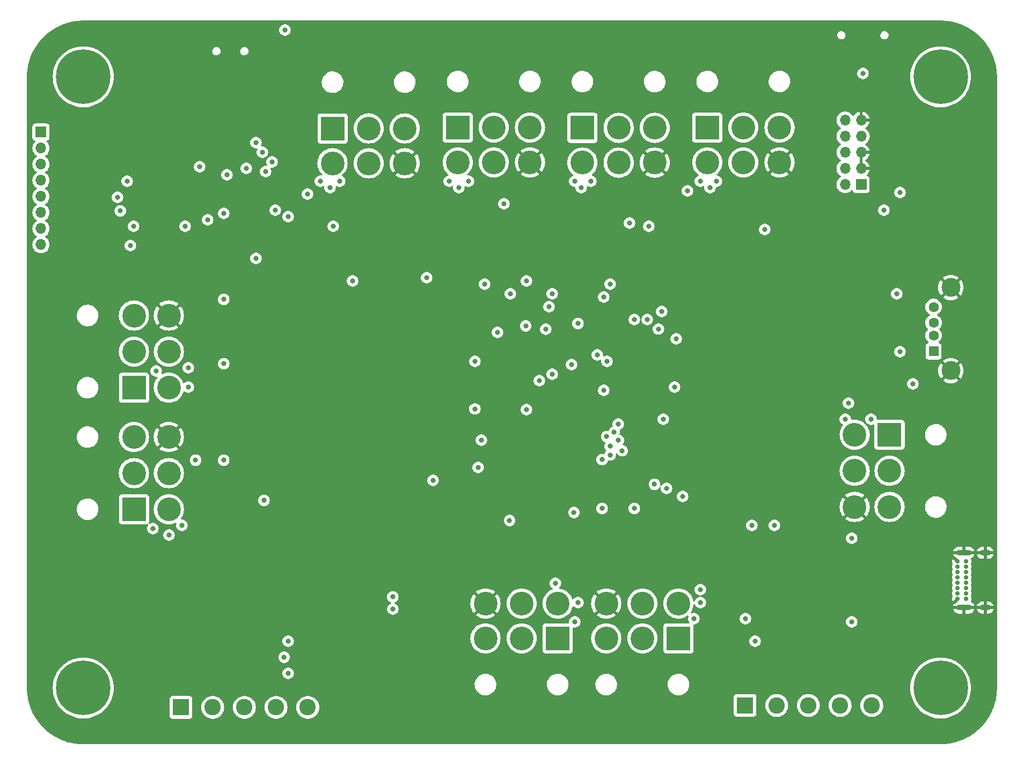
<source format=gbr>
%TF.GenerationSoftware,KiCad,Pcbnew,7.0.7*%
%TF.CreationDate,2024-01-22T11:37:26-06:00*%
%TF.ProjectId,stm32f429z,73746d33-3266-4343-9239-7a2e6b696361,rev?*%
%TF.SameCoordinates,Original*%
%TF.FileFunction,Copper,L3,Inr*%
%TF.FilePolarity,Positive*%
%FSLAX46Y46*%
G04 Gerber Fmt 4.6, Leading zero omitted, Abs format (unit mm)*
G04 Created by KiCad (PCBNEW 7.0.7) date 2024-01-22 11:37:26*
%MOMM*%
%LPD*%
G01*
G04 APERTURE LIST*
%TA.AperFunction,ComponentPad*%
%ADD10R,3.750000X3.750000*%
%TD*%
%TA.AperFunction,ComponentPad*%
%ADD11C,3.750000*%
%TD*%
%TA.AperFunction,ComponentPad*%
%ADD12R,1.700000X1.700000*%
%TD*%
%TA.AperFunction,ComponentPad*%
%ADD13O,1.700000X1.700000*%
%TD*%
%TA.AperFunction,ComponentPad*%
%ADD14R,2.600000X2.600000*%
%TD*%
%TA.AperFunction,ComponentPad*%
%ADD15C,2.600000*%
%TD*%
%TA.AperFunction,ComponentPad*%
%ADD16C,0.700000*%
%TD*%
%TA.AperFunction,ComponentPad*%
%ADD17O,2.400000X0.900000*%
%TD*%
%TA.AperFunction,ComponentPad*%
%ADD18O,1.700000X0.900000*%
%TD*%
%TA.AperFunction,ComponentPad*%
%ADD19C,0.900000*%
%TD*%
%TA.AperFunction,ComponentPad*%
%ADD20C,8.600000*%
%TD*%
%TA.AperFunction,ComponentPad*%
%ADD21R,1.500000X1.600000*%
%TD*%
%TA.AperFunction,ComponentPad*%
%ADD22C,1.600000*%
%TD*%
%TA.AperFunction,ComponentPad*%
%ADD23C,3.000000*%
%TD*%
%TA.AperFunction,ViaPad*%
%ADD24C,0.800000*%
%TD*%
G04 APERTURE END LIST*
D10*
%TO.N,ADC1_IN9*%
%TO.C,J1*%
X170800000Y-134180000D03*
D11*
%TO.N,ADC1_IN15*%
X165100000Y-134180000D03*
%TO.N,ADC1_IN14*%
X159400000Y-134180000D03*
%TO.N,+5V*%
X170800000Y-128680000D03*
%TO.N,ADC1_IN8*%
X165100000Y-128680000D03*
%TO.N,GND*%
X159400000Y-128680000D03*
%TD*%
D12*
%TO.N,+5V*%
%TO.C,J8*%
X199613750Y-62487500D03*
D13*
%TO.N,Net-(J8-Pin_2)*%
X197073750Y-62487500D03*
%TO.N,GND*%
X199613750Y-59947500D03*
%TO.N,Net-(J8-Pin_4)*%
X197073750Y-59947500D03*
%TO.N,GND*%
X199613750Y-57407500D03*
%TO.N,Net-(J8-Pin_6)*%
X197073750Y-57407500D03*
%TO.N,unconnected-(J8-Pin_7-Pad7)*%
X199613750Y-54867500D03*
%TO.N,unconnected-(J8-Pin_8-Pad8)*%
X197073750Y-54867500D03*
%TO.N,GND*%
X199613750Y-52327500D03*
%TO.N,Net-(J8-Pin_10)*%
X197073750Y-52327500D03*
%TD*%
D14*
%TO.N,MCU_GPIO6*%
%TO.C,J16*%
X92315000Y-145085000D03*
D15*
%TO.N,MCU_GPIO7*%
X97315000Y-145085000D03*
%TO.N,MCU_GPIO8*%
X102315000Y-145085000D03*
%TO.N,MCU_GPIO9*%
X107315000Y-145085000D03*
%TO.N,MCU_GPIO10*%
X112315000Y-145085000D03*
%TD*%
D10*
%TO.N,SPI5_MOSI*%
%TO.C,J3*%
X84895000Y-113793750D03*
D11*
%TO.N,SPI5_MISO*%
X84895000Y-108093750D03*
%TO.N,SPI5_SCK *%
X84895000Y-102393750D03*
%TO.N,+5V*%
X90395000Y-113793750D03*
%TO.N,SPI5_CS  *%
X90395000Y-108093750D03*
%TO.N,GND*%
X90395000Y-102393750D03*
%TD*%
D14*
%TO.N,MCU_GPIO1*%
%TO.C,J15*%
X181295000Y-144780000D03*
D15*
%TO.N,MCU_GPIO2*%
X186295000Y-144780000D03*
%TO.N,MCU_GPIO3*%
X191295000Y-144780000D03*
%TO.N,MCU_GPIO4*%
X196295000Y-144780000D03*
%TO.N,MCU_GPIO5*%
X201295000Y-144780000D03*
%TD*%
D10*
%TO.N,ADC2_IN7*%
%TO.C,J2*%
X151750000Y-134180000D03*
D11*
%TO.N,ADC2_IN5*%
X146050000Y-134180000D03*
%TO.N,ADC2_IN4*%
X140350000Y-134180000D03*
%TO.N,+5V*%
X151750000Y-128680000D03*
%TO.N,ADC2_IN6*%
X146050000Y-128680000D03*
%TO.N,GND*%
X140350000Y-128680000D03*
%TD*%
D10*
%TO.N,USART1_RX*%
%TO.C,J10*%
X175340000Y-53527500D03*
D11*
%TO.N,unconnected-(J10-Pin_2-Pad2)*%
X181040000Y-53527500D03*
%TO.N,USART1_TX*%
X186740000Y-53527500D03*
%TO.N,+5V*%
X175340000Y-59027500D03*
%TO.N,unconnected-(J10-Pin_5-Pad5)*%
X181040000Y-59027500D03*
%TO.N,GND*%
X186740000Y-59027500D03*
%TD*%
D16*
%TO.N,GND*%
%TO.C,P2*%
X214825000Y-127975000D03*
%TO.N,Net-(D5-A)*%
X214825000Y-127125000D03*
%TO.N,unconnected-(P2-CC-PadA5)*%
X214825000Y-126275000D03*
%TO.N,unconnected-(P2-D+-PadA6)*%
X214825000Y-125425000D03*
%TO.N,unconnected-(P2-D--PadA7)*%
X214825000Y-124575000D03*
%TO.N,N/C*%
X214825000Y-123725000D03*
%TO.N,Net-(D5-A)*%
X214825000Y-122875000D03*
%TO.N,GND*%
X214825000Y-122025000D03*
X216175000Y-122025000D03*
%TO.N,Net-(D5-A)*%
X216175000Y-122875000D03*
%TO.N,unconnected-(P2-VCONN-PadB5)*%
X216175000Y-123725000D03*
%TO.N,N/C*%
X216175000Y-124575000D03*
X216175000Y-125425000D03*
X216175000Y-126275000D03*
%TO.N,Net-(D5-A)*%
X216175000Y-127125000D03*
%TO.N,GND*%
X216175000Y-127975000D03*
D17*
X215805000Y-129325000D03*
D18*
X219185000Y-129325000D03*
D17*
X215805000Y-120675000D03*
D18*
X219185000Y-120675000D03*
%TD*%
D10*
%TO.N,I2C2_SCL*%
%TO.C,J5*%
X84895000Y-94600000D03*
D11*
%TO.N,unconnected-(J5-Pin_2-Pad2)*%
X84895000Y-88900000D03*
%TO.N,I2C2_SDA*%
X84895000Y-83200000D03*
%TO.N,+5V*%
X90395000Y-94600000D03*
%TO.N,unconnected-(J5-Pin_5-Pad5)*%
X90395000Y-88900000D03*
%TO.N,GND*%
X90395000Y-83200000D03*
%TD*%
D12*
%TO.N,GP5*%
%TO.C,J12*%
X70232500Y-54232500D03*
D13*
%TO.N,GP4*%
X70232500Y-56772500D03*
%TO.N,GP3*%
X70232500Y-59312500D03*
%TO.N,GP0*%
X70232500Y-61852500D03*
%TO.N,GP1*%
X70232500Y-64392500D03*
%TO.N,GP2*%
X70232500Y-66932500D03*
%TO.N,CTS*%
X70232500Y-69472500D03*
%TO.N,RTS*%
X70232500Y-72012500D03*
%TD*%
D10*
%TO.N,CAN2+*%
%TO.C,J7*%
X204095000Y-102031250D03*
D11*
%TO.N,CAN2-*%
X204095000Y-107731250D03*
%TO.N,unconnected-(J7-Pin_3-Pad3)*%
X204095000Y-113431250D03*
%TO.N,+5V*%
X198595000Y-102031250D03*
%TO.N,unconnected-(J7-Pin_5-Pad5)*%
X198595000Y-107731250D03*
%TO.N,GND*%
X198595000Y-113431250D03*
%TD*%
D19*
%TO.N,N/C*%
%TO.C,H3*%
X208930000Y-45501250D03*
X209874581Y-43220831D03*
X209874581Y-47781669D03*
X212155000Y-42276250D03*
D20*
X212155000Y-45501250D03*
D19*
X212155000Y-48726250D03*
X214435419Y-43220831D03*
X214435419Y-47781669D03*
X215380000Y-45501250D03*
%TD*%
D10*
%TO.N,SPI3_MOSI*%
%TO.C,J4*%
X135970000Y-53527500D03*
D11*
%TO.N,SPI3_MISO*%
X141670000Y-53527500D03*
%TO.N,SPI3_SCK*%
X147370000Y-53527500D03*
%TO.N,+5V*%
X135970000Y-59027500D03*
%TO.N,SPI3_CS  *%
X141670000Y-59027500D03*
%TO.N,GND*%
X147370000Y-59027500D03*
%TD*%
D19*
%TO.N,N/C*%
%TO.C,H2*%
X73675000Y-142021250D03*
X74619581Y-139740831D03*
X74619581Y-144301669D03*
X76900000Y-138796250D03*
D20*
X76900000Y-142021250D03*
D19*
X76900000Y-145246250D03*
X79180419Y-139740831D03*
X79180419Y-144301669D03*
X80125000Y-142021250D03*
%TD*%
D21*
%TO.N,+5V*%
%TO.C,J6*%
X211048000Y-88844000D03*
D22*
%TO.N,USB_OTG_FS_DP-*%
X211048000Y-86344000D03*
%TO.N,USB_OTG_FS_DP+*%
X211048000Y-84344000D03*
%TO.N,unconnected-(J6-ID-Pad4)*%
X211048000Y-81844000D03*
D23*
%TO.N,GND*%
X213758000Y-91914000D03*
X213758000Y-78774000D03*
%TD*%
D19*
%TO.N,N/C*%
%TO.C,H1*%
X73675000Y-45501250D03*
X74619581Y-43220831D03*
X74619581Y-47781669D03*
X76900000Y-42276250D03*
D20*
X76900000Y-45501250D03*
D19*
X76900000Y-48726250D03*
X79180419Y-43220831D03*
X79180419Y-47781669D03*
X80125000Y-45501250D03*
%TD*%
D10*
%TO.N,I2C1_SCL*%
%TO.C,J14*%
X116220000Y-53655000D03*
D11*
%TO.N,unconnected-(J14-Pin_2-Pad2)*%
X121920000Y-53655000D03*
%TO.N,I2C1_SDA*%
X127620000Y-53655000D03*
%TO.N,+5V*%
X116220000Y-59155000D03*
%TO.N,unconnected-(J14-Pin_5-Pad5)*%
X121920000Y-59155000D03*
%TO.N,GND*%
X127620000Y-59155000D03*
%TD*%
D19*
%TO.N,N/C*%
%TO.C,H4*%
X208930000Y-142021250D03*
X209874581Y-139740831D03*
X209874581Y-144301669D03*
X212155000Y-138796250D03*
D20*
X212155000Y-142021250D03*
D19*
X212155000Y-145246250D03*
X214435419Y-139740831D03*
X214435419Y-144301669D03*
X215380000Y-142021250D03*
%TD*%
D10*
%TO.N,CAN1+*%
%TO.C,J11*%
X155655000Y-53561250D03*
D11*
%TO.N,CAN1-*%
X161355000Y-53561250D03*
%TO.N,unconnected-(J11-Pin_3-Pad3)*%
X167055000Y-53561250D03*
%TO.N,+5V*%
X155655000Y-59061250D03*
%TO.N,unconnected-(J11-Pin_5-Pad5)*%
X161355000Y-59061250D03*
%TO.N,GND*%
X167055000Y-59061250D03*
%TD*%
D24*
%TO.N,GND*%
X98552000Y-76200000D03*
X102616000Y-69596000D03*
X160655000Y-115570000D03*
X140970000Y-114300000D03*
X162560000Y-79248000D03*
X125984000Y-62484000D03*
X195580000Y-111760000D03*
X94742000Y-56642000D03*
X87884000Y-84836000D03*
X186436000Y-62484000D03*
X135128000Y-143256000D03*
X93472000Y-102108000D03*
X182880000Y-127508000D03*
X122936000Y-101600000D03*
X213614000Y-75946000D03*
X215900000Y-130810000D03*
X138430000Y-86995000D03*
X87376000Y-104648000D03*
X88392000Y-100584000D03*
X219075000Y-130810000D03*
X151765000Y-115570000D03*
X91440000Y-85852000D03*
X211836000Y-77216000D03*
X167132000Y-62992000D03*
X135128000Y-109728000D03*
X170815000Y-89535000D03*
X106680000Y-76200000D03*
X135128000Y-90424000D03*
X127508000Y-62992000D03*
X101600000Y-114300000D03*
X187960000Y-61468000D03*
X156972000Y-126492000D03*
X202692000Y-97028000D03*
X155575000Y-115570000D03*
X161036000Y-131572000D03*
X106680000Y-37592000D03*
X127508000Y-142748000D03*
X207772000Y-97028000D03*
X169926000Y-103378000D03*
X213614000Y-94488000D03*
X141224000Y-83820000D03*
X165608000Y-61976000D03*
X192201800Y-42748200D03*
X216154000Y-94234000D03*
X170688000Y-98552000D03*
X140208000Y-123952000D03*
X168656000Y-61976000D03*
X207518000Y-65532000D03*
X216154000Y-77216000D03*
X215900000Y-118872000D03*
X153416000Y-82804000D03*
X93472000Y-82296000D03*
X102616000Y-43180000D03*
X138176000Y-123952000D03*
X182372000Y-104648000D03*
X151988750Y-89475000D03*
X211074000Y-93472000D03*
X194564000Y-115824000D03*
X141732000Y-123444000D03*
X192278000Y-50038000D03*
X148844000Y-62484000D03*
X202184000Y-57404000D03*
X147828000Y-63500000D03*
X202184000Y-59690000D03*
X136652000Y-94996000D03*
X218948000Y-118872000D03*
X92964000Y-38608000D03*
X185420000Y-61468000D03*
X157988000Y-84836000D03*
X93472000Y-44196000D03*
X129032000Y-62484000D03*
X146304000Y-62484000D03*
X195072000Y-113284000D03*
%TO.N,+3.3V*%
X199898000Y-44958000D03*
X144145000Y-115570000D03*
X138684000Y-90424000D03*
X131064000Y-77216000D03*
X150368000Y-81788000D03*
X163830000Y-113665000D03*
X185928000Y-116332000D03*
X182372000Y-116332000D03*
X99060000Y-80645000D03*
X170180000Y-94488000D03*
X99060000Y-90805000D03*
X154305000Y-114300000D03*
X139700000Y-102870000D03*
X95250000Y-59690000D03*
X154940000Y-84455000D03*
X119380000Y-77724000D03*
X158750000Y-113665000D03*
X142240000Y-85852000D03*
X138684000Y-97950500D03*
X105410000Y-112395000D03*
X104140000Y-74168000D03*
X168402000Y-99568000D03*
X139192000Y-107188000D03*
X170434000Y-86868000D03*
X102616000Y-59944000D03*
%TO.N,+5V*%
X154432000Y-131572000D03*
X117348000Y-61976000D03*
X93472000Y-91440000D03*
X201168000Y-99568000D03*
X154432000Y-61976000D03*
X198120000Y-118364000D03*
X114300000Y-61976000D03*
X198120000Y-131572000D03*
X136144000Y-62992000D03*
X175768000Y-62992000D03*
X205740000Y-88900000D03*
X93472000Y-94488000D03*
X90424000Y-117856000D03*
X155448000Y-62992000D03*
X134620000Y-61976000D03*
X108712000Y-38100000D03*
X172212000Y-63500000D03*
X174244000Y-61976000D03*
X154940000Y-128524000D03*
X197104000Y-99568000D03*
X87884000Y-116840000D03*
X174244000Y-126492000D03*
X207772000Y-93980000D03*
X173228000Y-131064000D03*
X181356000Y-131064000D03*
X182880000Y-134620000D03*
X156972000Y-61976000D03*
X176784000Y-61976000D03*
X88392000Y-91948000D03*
X174244000Y-128524000D03*
X197612000Y-97028000D03*
X205232000Y-79756000D03*
X92456000Y-116332000D03*
X151384000Y-125476000D03*
X115824000Y-62992000D03*
X137668000Y-61976000D03*
%TO.N,NRST*%
X159004000Y-94996000D03*
X184404000Y-69596000D03*
%TO.N,SPI5_CS  *%
X146812000Y-98044000D03*
X132080000Y-109220000D03*
X94615000Y-106045000D03*
X99060000Y-106045000D03*
%TO.N,SPI3_CS  *%
X153924000Y-90932000D03*
X143256000Y-65532000D03*
%TO.N,I2C1_SDA*%
X146695500Y-84836000D03*
X146812000Y-77724000D03*
%TO.N,USART1_RX*%
X116332000Y-69088000D03*
X150876000Y-79756000D03*
X140208000Y-78232000D03*
X163068000Y-68580000D03*
%TO.N,USART1_TX*%
X149860000Y-85344000D03*
X144272000Y-79756000D03*
X166116000Y-69088000D03*
%TO.N,GP5*%
X99060000Y-67056000D03*
X105664000Y-60452000D03*
%TO.N,GP4*%
X107188000Y-66548000D03*
X96520000Y-68072000D03*
%TO.N,GP3*%
X109220000Y-67564000D03*
X92964000Y-69088000D03*
%TO.N,GP2*%
X82742250Y-66675000D03*
X106680000Y-58928000D03*
%TO.N,GP1*%
X105156000Y-57404000D03*
X82296000Y-64516000D03*
%TO.N,GP0*%
X83820000Y-61976000D03*
X104140000Y-55880000D03*
%TO.N,CTS*%
X99568000Y-60960000D03*
X84836000Y-69088000D03*
%TO.N,RTS*%
X112268000Y-64008000D03*
X84328000Y-72136000D03*
%TO.N,SYS_JTCLK-SWCLK*%
X165862000Y-83820000D03*
X163830000Y-83820000D03*
%TO.N,SYS_JTDO-SWO*%
X168148000Y-82550000D03*
X150876000Y-92456000D03*
%TO.N,BOOT0*%
X203200000Y-66548000D03*
X167635701Y-85339701D03*
X205740000Y-63754000D03*
X148844000Y-93472000D03*
%TO.N,MCU_GPIO10*%
X125730000Y-129540000D03*
X160025194Y-103826306D03*
%TO.N,MCU_GPIO9*%
X161308487Y-102900303D03*
X125730000Y-127635000D03*
%TO.N,MCU_GPIO8*%
X159474500Y-102324500D03*
X109220000Y-139700000D03*
%TO.N,MCU_GPIO7*%
X160655000Y-101600000D03*
X108585000Y-137160000D03*
%TO.N,MCU_GPIO6*%
X109220000Y-134620000D03*
X161290000Y-100330000D03*
%TO.N,MCU_GPIO5*%
X161925000Y-104556500D03*
X171450000Y-111760000D03*
%TO.N,MCU_GPIO4*%
X168910000Y-110490000D03*
X160020000Y-105231000D03*
%TO.N,MCU_GPIO3*%
X167005000Y-109855000D03*
X158750000Y-105955500D03*
%TO.N,CAN1_TX*%
X160020000Y-78232000D03*
X159512000Y-90424000D03*
%TO.N,CAN SIlent Mode 1*%
X159004000Y-80264000D03*
X157988000Y-89408000D03*
%TD*%
%TA.AperFunction,Conductor*%
%TO.N,GND*%
G36*
X199791262Y-57907007D02*
G01*
X199844065Y-57952762D01*
X199863750Y-58019801D01*
X199863750Y-59335198D01*
X199844065Y-59402237D01*
X199791261Y-59447992D01*
X199722105Y-59457936D01*
X199649516Y-59447500D01*
X199649513Y-59447500D01*
X199577987Y-59447500D01*
X199577983Y-59447500D01*
X199505395Y-59457936D01*
X199436237Y-59447992D01*
X199383434Y-59402236D01*
X199363750Y-59335198D01*
X199363750Y-58019801D01*
X199383435Y-57952762D01*
X199436239Y-57907007D01*
X199505397Y-57897063D01*
X199577987Y-57907500D01*
X199577988Y-57907500D01*
X199649512Y-57907500D01*
X199649513Y-57907500D01*
X199722103Y-57897063D01*
X199791262Y-57907007D01*
G37*
%TD.AperFunction*%
%TA.AperFunction,Conductor*%
G36*
X212487043Y-36622619D02*
G01*
X212740312Y-36631292D01*
X212744198Y-36631550D01*
X213051233Y-36661791D01*
X213331755Y-36690630D01*
X213335419Y-36691120D01*
X213637306Y-36740961D01*
X213917853Y-36789333D01*
X213921376Y-36790047D01*
X214218237Y-36859265D01*
X214496016Y-36926958D01*
X214499327Y-36927863D01*
X214560923Y-36946547D01*
X214790623Y-37016226D01*
X215063733Y-37102908D01*
X215066726Y-37103945D01*
X215258494Y-37176121D01*
X215351353Y-37211071D01*
X215618335Y-37316354D01*
X215621160Y-37317550D01*
X215898010Y-37442988D01*
X216031962Y-37506693D01*
X216157433Y-37566365D01*
X216160032Y-37567677D01*
X216427996Y-37710907D01*
X216679809Y-37852493D01*
X216938967Y-38013647D01*
X217180622Y-38172147D01*
X217428612Y-38349853D01*
X217658960Y-38524531D01*
X217894740Y-38718030D01*
X218112659Y-38908045D01*
X218335275Y-39116547D01*
X218539714Y-39320984D01*
X218748225Y-39543607D01*
X218938224Y-39761506D01*
X219131754Y-39997322D01*
X219306400Y-40227626D01*
X219484128Y-40475643D01*
X219642618Y-40717279D01*
X219803784Y-40976452D01*
X219945363Y-41228250D01*
X220088603Y-41496231D01*
X220089915Y-41498830D01*
X220213290Y-41758245D01*
X220338724Y-42035082D01*
X220339928Y-42037925D01*
X220445218Y-42304918D01*
X220552313Y-42589460D01*
X220553382Y-42592544D01*
X220640076Y-42865685D01*
X220691919Y-43036587D01*
X220728423Y-43156920D01*
X220729330Y-43160239D01*
X220797007Y-43437951D01*
X220866243Y-43734884D01*
X220866962Y-43738429D01*
X220915341Y-44019013D01*
X220965163Y-44320770D01*
X220965666Y-44324530D01*
X220994533Y-44605314D01*
X221024738Y-44911984D01*
X221025001Y-44915945D01*
X221034208Y-45185397D01*
X221044500Y-45499744D01*
X221044500Y-142021250D01*
X221033014Y-142372083D01*
X221025030Y-142605777D01*
X221024767Y-142609739D01*
X220993338Y-142928855D01*
X220965755Y-143197160D01*
X220965252Y-143200919D01*
X220914158Y-143510396D01*
X220867116Y-143783235D01*
X220866397Y-143786780D01*
X220795842Y-144089377D01*
X220729555Y-144361388D01*
X220728648Y-144364707D01*
X220638900Y-144660567D01*
X220553690Y-144929041D01*
X220552621Y-144932125D01*
X220444047Y-145220597D01*
X220340308Y-145483660D01*
X220339104Y-145486503D01*
X220212154Y-145766689D01*
X220090385Y-146022732D01*
X220089074Y-146025331D01*
X219944242Y-146296295D01*
X219804350Y-146545091D01*
X219641519Y-146806945D01*
X219484795Y-147045890D01*
X219305334Y-147296327D01*
X219193064Y-147444378D01*
X219132527Y-147524208D01*
X218937162Y-147762259D01*
X218749154Y-147977877D01*
X218538669Y-148202609D01*
X218336359Y-148404919D01*
X218111627Y-148615404D01*
X217896009Y-148803412D01*
X217657958Y-148998777D01*
X217578128Y-149059314D01*
X217430077Y-149171584D01*
X217179640Y-149351045D01*
X216940695Y-149507769D01*
X216678841Y-149670600D01*
X216430045Y-149810492D01*
X216159081Y-149955324D01*
X216156482Y-149956635D01*
X215900439Y-150078404D01*
X215620253Y-150205354D01*
X215617410Y-150206558D01*
X215354347Y-150310297D01*
X215065875Y-150418871D01*
X215062791Y-150419940D01*
X214794317Y-150505150D01*
X214498457Y-150594898D01*
X214495138Y-150595805D01*
X214223127Y-150662092D01*
X213920530Y-150732647D01*
X213916985Y-150733366D01*
X213644146Y-150780408D01*
X213334669Y-150831502D01*
X213330910Y-150832005D01*
X213062605Y-150859588D01*
X212743489Y-150891017D01*
X212739527Y-150891280D01*
X212505833Y-150899264D01*
X212155000Y-150910750D01*
X76900000Y-150910750D01*
X76568019Y-150899882D01*
X76314739Y-150891209D01*
X76310783Y-150890946D01*
X76003877Y-150860719D01*
X75723289Y-150831874D01*
X75719528Y-150831371D01*
X75417749Y-150781547D01*
X75137170Y-150733170D01*
X75133625Y-150732451D01*
X74836746Y-150663230D01*
X74558990Y-150595542D01*
X74555671Y-150594635D01*
X74264435Y-150506291D01*
X73991305Y-150419604D01*
X73988229Y-150418538D01*
X73932035Y-150397388D01*
X73703646Y-150311428D01*
X73436663Y-150206144D01*
X73433820Y-150204940D01*
X73157010Y-150079520D01*
X72897565Y-149956133D01*
X72894966Y-149954821D01*
X72627003Y-149811593D01*
X72375190Y-149670006D01*
X72116037Y-149508856D01*
X71874373Y-149350349D01*
X71736756Y-149251735D01*
X71626386Y-149172645D01*
X71396043Y-148997971D01*
X71160256Y-148804466D01*
X70942340Y-148614454D01*
X70719724Y-148405952D01*
X70515285Y-148201515D01*
X70306774Y-147978892D01*
X70116775Y-147760993D01*
X69923245Y-147525177D01*
X69748599Y-147294873D01*
X69570871Y-147046856D01*
X69570237Y-147045890D01*
X69412381Y-146805220D01*
X69350748Y-146706107D01*
X69251211Y-146546040D01*
X69250677Y-146545091D01*
X69187575Y-146432864D01*
X69109636Y-146294249D01*
X68966395Y-146026267D01*
X68965083Y-146023668D01*
X68857331Y-145797101D01*
X68841719Y-145764275D01*
X68716267Y-145487401D01*
X68715070Y-145484573D01*
X68663618Y-145354101D01*
X68609793Y-145217613D01*
X68502680Y-144933023D01*
X68501616Y-144929954D01*
X68474895Y-144845764D01*
X68414924Y-144656817D01*
X68326558Y-144365516D01*
X68325683Y-144362315D01*
X68257992Y-144084548D01*
X68188755Y-143787614D01*
X68188043Y-143784107D01*
X68139675Y-143503588D01*
X68089830Y-143201694D01*
X68089337Y-143198006D01*
X68060481Y-142917337D01*
X68030259Y-142610502D01*
X68029998Y-142606579D01*
X68020792Y-142337150D01*
X68015571Y-142177663D01*
X68010500Y-142022779D01*
X68010500Y-142021250D01*
X72094661Y-142021250D01*
X72114005Y-142451987D01*
X72114006Y-142451996D01*
X72171885Y-142879277D01*
X72267830Y-143299641D01*
X72401073Y-143709722D01*
X72401076Y-143709730D01*
X72570533Y-144106197D01*
X72570537Y-144106205D01*
X72570539Y-144106208D01*
X72774863Y-144485905D01*
X72774867Y-144485911D01*
X72774867Y-144485912D01*
X73012394Y-144845751D01*
X73012404Y-144845764D01*
X73281225Y-145182857D01*
X73281237Y-145182870D01*
X73510938Y-145423118D01*
X73579210Y-145494524D01*
X73903920Y-145778215D01*
X73903930Y-145778222D01*
X73903931Y-145778223D01*
X74240468Y-146022732D01*
X74252753Y-146031657D01*
X74622900Y-146252810D01*
X74622903Y-146252811D01*
X74622904Y-146252812D01*
X74622906Y-146252813D01*
X75011372Y-146439889D01*
X75011386Y-146439895D01*
X75415055Y-146591394D01*
X75415059Y-146591395D01*
X75415069Y-146591399D01*
X75830711Y-146706109D01*
X76254964Y-146783100D01*
X76684409Y-146821750D01*
X76684416Y-146821750D01*
X77115584Y-146821750D01*
X77115591Y-146821750D01*
X77545036Y-146783100D01*
X77969289Y-146706109D01*
X78384931Y-146591399D01*
X78788619Y-146439893D01*
X78803202Y-146432870D01*
X90514500Y-146432870D01*
X90514501Y-146432876D01*
X90520908Y-146492483D01*
X90571202Y-146627328D01*
X90571206Y-146627335D01*
X90657452Y-146742544D01*
X90657455Y-146742547D01*
X90772664Y-146828793D01*
X90772671Y-146828797D01*
X90907517Y-146879091D01*
X90907516Y-146879091D01*
X90914444Y-146879835D01*
X90967127Y-146885500D01*
X93662872Y-146885499D01*
X93722483Y-146879091D01*
X93857331Y-146828796D01*
X93972546Y-146742546D01*
X94058796Y-146627331D01*
X94109091Y-146492483D01*
X94115500Y-146432873D01*
X94115500Y-145085004D01*
X95509451Y-145085004D01*
X95529616Y-145354101D01*
X95589664Y-145617188D01*
X95589666Y-145617195D01*
X95652865Y-145778223D01*
X95688257Y-145868398D01*
X95823185Y-146102102D01*
X95959080Y-146272509D01*
X95991442Y-146313089D01*
X96178183Y-146486358D01*
X96189259Y-146496635D01*
X96412226Y-146648651D01*
X96655359Y-146765738D01*
X96913228Y-146845280D01*
X96913229Y-146845280D01*
X96913232Y-146845281D01*
X97180063Y-146885499D01*
X97180068Y-146885499D01*
X97180071Y-146885500D01*
X97180072Y-146885500D01*
X97449928Y-146885500D01*
X97449929Y-146885500D01*
X97449936Y-146885499D01*
X97716767Y-146845281D01*
X97716768Y-146845280D01*
X97716772Y-146845280D01*
X97974641Y-146765738D01*
X98217775Y-146648651D01*
X98440741Y-146496635D01*
X98605614Y-146343655D01*
X98638557Y-146313089D01*
X98638557Y-146313087D01*
X98638561Y-146313085D01*
X98806815Y-146102102D01*
X98941743Y-145868398D01*
X99040334Y-145617195D01*
X99100383Y-145354103D01*
X99120549Y-145085004D01*
X100509451Y-145085004D01*
X100529616Y-145354101D01*
X100589664Y-145617188D01*
X100589666Y-145617195D01*
X100652865Y-145778223D01*
X100688257Y-145868398D01*
X100823185Y-146102102D01*
X100959080Y-146272509D01*
X100991442Y-146313089D01*
X101178183Y-146486358D01*
X101189259Y-146496635D01*
X101412226Y-146648651D01*
X101655359Y-146765738D01*
X101913228Y-146845280D01*
X101913229Y-146845280D01*
X101913232Y-146845281D01*
X102180063Y-146885499D01*
X102180068Y-146885499D01*
X102180071Y-146885500D01*
X102180072Y-146885500D01*
X102449928Y-146885500D01*
X102449929Y-146885500D01*
X102449936Y-146885499D01*
X102716767Y-146845281D01*
X102716768Y-146845280D01*
X102716772Y-146845280D01*
X102974641Y-146765738D01*
X103217775Y-146648651D01*
X103440741Y-146496635D01*
X103605614Y-146343655D01*
X103638557Y-146313089D01*
X103638557Y-146313087D01*
X103638561Y-146313085D01*
X103806815Y-146102102D01*
X103941743Y-145868398D01*
X104040334Y-145617195D01*
X104100383Y-145354103D01*
X104120549Y-145085004D01*
X105509451Y-145085004D01*
X105529616Y-145354101D01*
X105589664Y-145617188D01*
X105589666Y-145617195D01*
X105652865Y-145778223D01*
X105688257Y-145868398D01*
X105823185Y-146102102D01*
X105959080Y-146272509D01*
X105991442Y-146313089D01*
X106178183Y-146486358D01*
X106189259Y-146496635D01*
X106412226Y-146648651D01*
X106655359Y-146765738D01*
X106913228Y-146845280D01*
X106913229Y-146845280D01*
X106913232Y-146845281D01*
X107180063Y-146885499D01*
X107180068Y-146885499D01*
X107180071Y-146885500D01*
X107180072Y-146885500D01*
X107449928Y-146885500D01*
X107449929Y-146885500D01*
X107449936Y-146885499D01*
X107716767Y-146845281D01*
X107716768Y-146845280D01*
X107716772Y-146845280D01*
X107974641Y-146765738D01*
X108217775Y-146648651D01*
X108440741Y-146496635D01*
X108605614Y-146343655D01*
X108638557Y-146313089D01*
X108638557Y-146313087D01*
X108638561Y-146313085D01*
X108806815Y-146102102D01*
X108941743Y-145868398D01*
X109040334Y-145617195D01*
X109100383Y-145354103D01*
X109120549Y-145085004D01*
X110509451Y-145085004D01*
X110529616Y-145354101D01*
X110589664Y-145617188D01*
X110589666Y-145617195D01*
X110652865Y-145778223D01*
X110688257Y-145868398D01*
X110823185Y-146102102D01*
X110959080Y-146272509D01*
X110991442Y-146313089D01*
X111178183Y-146486358D01*
X111189259Y-146496635D01*
X111412226Y-146648651D01*
X111655359Y-146765738D01*
X111913228Y-146845280D01*
X111913229Y-146845280D01*
X111913232Y-146845281D01*
X112180063Y-146885499D01*
X112180068Y-146885499D01*
X112180071Y-146885500D01*
X112180072Y-146885500D01*
X112449928Y-146885500D01*
X112449929Y-146885500D01*
X112449936Y-146885499D01*
X112716767Y-146845281D01*
X112716768Y-146845280D01*
X112716772Y-146845280D01*
X112974641Y-146765738D01*
X113217775Y-146648651D01*
X113440741Y-146496635D01*
X113605614Y-146343655D01*
X113638557Y-146313089D01*
X113638557Y-146313087D01*
X113638561Y-146313085D01*
X113786266Y-146127870D01*
X179494500Y-146127870D01*
X179494501Y-146127876D01*
X179500908Y-146187483D01*
X179551202Y-146322328D01*
X179551206Y-146322335D01*
X179637452Y-146437544D01*
X179637455Y-146437547D01*
X179752664Y-146523793D01*
X179752671Y-146523797D01*
X179887517Y-146574091D01*
X179887516Y-146574091D01*
X179894444Y-146574835D01*
X179947127Y-146580500D01*
X182642872Y-146580499D01*
X182702483Y-146574091D01*
X182837331Y-146523796D01*
X182952546Y-146437546D01*
X183038796Y-146322331D01*
X183089091Y-146187483D01*
X183095500Y-146127873D01*
X183095500Y-144780004D01*
X184489451Y-144780004D01*
X184509616Y-145049101D01*
X184569664Y-145312188D01*
X184569666Y-145312195D01*
X184641225Y-145494524D01*
X184668257Y-145563398D01*
X184803185Y-145797102D01*
X184927490Y-145952975D01*
X184971442Y-146008089D01*
X185158183Y-146181358D01*
X185169259Y-146191635D01*
X185392226Y-146343651D01*
X185635359Y-146460738D01*
X185893228Y-146540280D01*
X185893229Y-146540280D01*
X185893232Y-146540281D01*
X186160063Y-146580499D01*
X186160068Y-146580499D01*
X186160071Y-146580500D01*
X186160072Y-146580500D01*
X186429928Y-146580500D01*
X186429929Y-146580500D01*
X186429936Y-146580499D01*
X186696767Y-146540281D01*
X186696768Y-146540280D01*
X186696772Y-146540280D01*
X186954641Y-146460738D01*
X187197775Y-146343651D01*
X187420741Y-146191635D01*
X187574259Y-146049190D01*
X187618557Y-146008089D01*
X187618557Y-146008087D01*
X187618561Y-146008085D01*
X187786815Y-145797102D01*
X187921743Y-145563398D01*
X188020334Y-145312195D01*
X188080383Y-145049103D01*
X188089380Y-144929041D01*
X188100549Y-144780004D01*
X189489451Y-144780004D01*
X189509616Y-145049101D01*
X189569664Y-145312188D01*
X189569666Y-145312195D01*
X189641225Y-145494524D01*
X189668257Y-145563398D01*
X189803185Y-145797102D01*
X189927490Y-145952975D01*
X189971442Y-146008089D01*
X190158183Y-146181358D01*
X190169259Y-146191635D01*
X190392226Y-146343651D01*
X190635359Y-146460738D01*
X190893228Y-146540280D01*
X190893229Y-146540280D01*
X190893232Y-146540281D01*
X191160063Y-146580499D01*
X191160068Y-146580499D01*
X191160071Y-146580500D01*
X191160072Y-146580500D01*
X191429928Y-146580500D01*
X191429929Y-146580500D01*
X191429936Y-146580499D01*
X191696767Y-146540281D01*
X191696768Y-146540280D01*
X191696772Y-146540280D01*
X191954641Y-146460738D01*
X192197775Y-146343651D01*
X192420741Y-146191635D01*
X192574259Y-146049190D01*
X192618557Y-146008089D01*
X192618557Y-146008087D01*
X192618561Y-146008085D01*
X192786815Y-145797102D01*
X192921743Y-145563398D01*
X193020334Y-145312195D01*
X193080383Y-145049103D01*
X193089380Y-144929041D01*
X193100549Y-144780004D01*
X194489451Y-144780004D01*
X194509616Y-145049101D01*
X194569664Y-145312188D01*
X194569666Y-145312195D01*
X194641225Y-145494524D01*
X194668257Y-145563398D01*
X194803185Y-145797102D01*
X194927490Y-145952975D01*
X194971442Y-146008089D01*
X195158183Y-146181358D01*
X195169259Y-146191635D01*
X195392226Y-146343651D01*
X195635359Y-146460738D01*
X195893228Y-146540280D01*
X195893229Y-146540280D01*
X195893232Y-146540281D01*
X196160063Y-146580499D01*
X196160068Y-146580499D01*
X196160071Y-146580500D01*
X196160072Y-146580500D01*
X196429928Y-146580500D01*
X196429929Y-146580500D01*
X196429936Y-146580499D01*
X196696767Y-146540281D01*
X196696768Y-146540280D01*
X196696772Y-146540280D01*
X196954641Y-146460738D01*
X197197775Y-146343651D01*
X197420741Y-146191635D01*
X197574259Y-146049190D01*
X197618557Y-146008089D01*
X197618557Y-146008087D01*
X197618561Y-146008085D01*
X197786815Y-145797102D01*
X197921743Y-145563398D01*
X198020334Y-145312195D01*
X198080383Y-145049103D01*
X198089380Y-144929041D01*
X198100549Y-144780004D01*
X199489451Y-144780004D01*
X199509616Y-145049101D01*
X199569664Y-145312188D01*
X199569666Y-145312195D01*
X199641225Y-145494524D01*
X199668257Y-145563398D01*
X199803185Y-145797102D01*
X199927490Y-145952975D01*
X199971442Y-146008089D01*
X200158183Y-146181358D01*
X200169259Y-146191635D01*
X200392226Y-146343651D01*
X200635359Y-146460738D01*
X200893228Y-146540280D01*
X200893229Y-146540280D01*
X200893232Y-146540281D01*
X201160063Y-146580499D01*
X201160068Y-146580499D01*
X201160071Y-146580500D01*
X201160072Y-146580500D01*
X201429928Y-146580500D01*
X201429929Y-146580500D01*
X201429936Y-146580499D01*
X201696767Y-146540281D01*
X201696768Y-146540280D01*
X201696772Y-146540280D01*
X201954641Y-146460738D01*
X202197775Y-146343651D01*
X202420741Y-146191635D01*
X202574259Y-146049190D01*
X202618557Y-146008089D01*
X202618557Y-146008087D01*
X202618561Y-146008085D01*
X202786815Y-145797102D01*
X202921743Y-145563398D01*
X203020334Y-145312195D01*
X203080383Y-145049103D01*
X203089380Y-144929041D01*
X203100549Y-144780004D01*
X203100549Y-144779995D01*
X203080383Y-144510898D01*
X203046470Y-144362315D01*
X203020334Y-144247805D01*
X202921743Y-143996602D01*
X202786815Y-143762898D01*
X202618561Y-143551915D01*
X202618560Y-143551914D01*
X202618557Y-143551910D01*
X202420741Y-143368365D01*
X202380900Y-143341202D01*
X202197775Y-143216349D01*
X202197769Y-143216346D01*
X202197768Y-143216345D01*
X202197767Y-143216344D01*
X201954643Y-143099263D01*
X201954645Y-143099263D01*
X201696773Y-143019720D01*
X201696767Y-143019718D01*
X201429936Y-142979500D01*
X201429929Y-142979500D01*
X201160071Y-142979500D01*
X201160063Y-142979500D01*
X200893232Y-143019718D01*
X200893226Y-143019720D01*
X200635358Y-143099262D01*
X200392230Y-143216346D01*
X200169258Y-143368365D01*
X199971442Y-143551910D01*
X199803185Y-143762898D01*
X199668258Y-143996599D01*
X199668256Y-143996603D01*
X199569666Y-144247804D01*
X199569664Y-144247811D01*
X199509616Y-144510898D01*
X199489451Y-144779995D01*
X199489451Y-144780004D01*
X198100549Y-144780004D01*
X198100549Y-144779995D01*
X198080383Y-144510898D01*
X198046470Y-144362315D01*
X198020334Y-144247805D01*
X197921743Y-143996602D01*
X197786815Y-143762898D01*
X197618561Y-143551915D01*
X197618560Y-143551914D01*
X197618557Y-143551910D01*
X197420741Y-143368365D01*
X197380900Y-143341202D01*
X197197775Y-143216349D01*
X197197769Y-143216346D01*
X197197768Y-143216345D01*
X197197767Y-143216344D01*
X196954643Y-143099263D01*
X196954645Y-143099263D01*
X196696773Y-143019720D01*
X196696767Y-143019718D01*
X196429936Y-142979500D01*
X196429929Y-142979500D01*
X196160071Y-142979500D01*
X196160063Y-142979500D01*
X195893232Y-143019718D01*
X195893226Y-143019720D01*
X195635358Y-143099262D01*
X195392230Y-143216346D01*
X195169258Y-143368365D01*
X194971442Y-143551910D01*
X194803185Y-143762898D01*
X194668258Y-143996599D01*
X194668256Y-143996603D01*
X194569666Y-144247804D01*
X194569664Y-144247811D01*
X194509616Y-144510898D01*
X194489451Y-144779995D01*
X194489451Y-144780004D01*
X193100549Y-144780004D01*
X193100549Y-144779995D01*
X193080383Y-144510898D01*
X193046470Y-144362315D01*
X193020334Y-144247805D01*
X192921743Y-143996602D01*
X192786815Y-143762898D01*
X192618561Y-143551915D01*
X192618560Y-143551914D01*
X192618557Y-143551910D01*
X192420741Y-143368365D01*
X192380900Y-143341202D01*
X192197775Y-143216349D01*
X192197769Y-143216346D01*
X192197768Y-143216345D01*
X192197767Y-143216344D01*
X191954643Y-143099263D01*
X191954645Y-143099263D01*
X191696773Y-143019720D01*
X191696767Y-143019718D01*
X191429936Y-142979500D01*
X191429929Y-142979500D01*
X191160071Y-142979500D01*
X191160063Y-142979500D01*
X190893232Y-143019718D01*
X190893226Y-143019720D01*
X190635358Y-143099262D01*
X190392230Y-143216346D01*
X190169258Y-143368365D01*
X189971442Y-143551910D01*
X189803185Y-143762898D01*
X189668258Y-143996599D01*
X189668256Y-143996603D01*
X189569666Y-144247804D01*
X189569664Y-144247811D01*
X189509616Y-144510898D01*
X189489451Y-144779995D01*
X189489451Y-144780004D01*
X188100549Y-144780004D01*
X188100549Y-144779995D01*
X188080383Y-144510898D01*
X188046470Y-144362315D01*
X188020334Y-144247805D01*
X187921743Y-143996602D01*
X187786815Y-143762898D01*
X187618561Y-143551915D01*
X187618560Y-143551914D01*
X187618557Y-143551910D01*
X187420741Y-143368365D01*
X187380900Y-143341202D01*
X187197775Y-143216349D01*
X187197769Y-143216346D01*
X187197768Y-143216345D01*
X187197767Y-143216344D01*
X186954643Y-143099263D01*
X186954645Y-143099263D01*
X186696773Y-143019720D01*
X186696767Y-143019718D01*
X186429936Y-142979500D01*
X186429929Y-142979500D01*
X186160071Y-142979500D01*
X186160063Y-142979500D01*
X185893232Y-143019718D01*
X185893226Y-143019720D01*
X185635358Y-143099262D01*
X185392230Y-143216346D01*
X185169258Y-143368365D01*
X184971442Y-143551910D01*
X184803185Y-143762898D01*
X184668258Y-143996599D01*
X184668256Y-143996603D01*
X184569666Y-144247804D01*
X184569664Y-144247811D01*
X184509616Y-144510898D01*
X184489451Y-144779995D01*
X184489451Y-144780004D01*
X183095500Y-144780004D01*
X183095499Y-143432128D01*
X183089091Y-143372517D01*
X183087542Y-143368365D01*
X183038797Y-143237671D01*
X183038793Y-143237664D01*
X182952547Y-143122455D01*
X182952544Y-143122452D01*
X182837335Y-143036206D01*
X182837328Y-143036202D01*
X182702482Y-142985908D01*
X182702483Y-142985908D01*
X182642883Y-142979501D01*
X182642881Y-142979500D01*
X182642873Y-142979500D01*
X182642864Y-142979500D01*
X179947129Y-142979500D01*
X179947123Y-142979501D01*
X179887516Y-142985908D01*
X179752671Y-143036202D01*
X179752664Y-143036206D01*
X179637455Y-143122452D01*
X179637452Y-143122455D01*
X179551206Y-143237664D01*
X179551202Y-143237671D01*
X179500908Y-143372517D01*
X179495002Y-143427454D01*
X179494501Y-143432123D01*
X179494500Y-143432135D01*
X179494500Y-146127870D01*
X113786266Y-146127870D01*
X113806815Y-146102102D01*
X113941743Y-145868398D01*
X114040334Y-145617195D01*
X114100383Y-145354103D01*
X114120549Y-145085000D01*
X114100383Y-144815897D01*
X114040334Y-144552805D01*
X113941743Y-144301602D01*
X113806815Y-144067898D01*
X113638561Y-143856915D01*
X113638560Y-143856914D01*
X113638557Y-143856910D01*
X113440741Y-143673365D01*
X113217775Y-143521349D01*
X113217769Y-143521346D01*
X113217768Y-143521345D01*
X113217767Y-143521344D01*
X112974643Y-143404263D01*
X112974645Y-143404263D01*
X112716773Y-143324720D01*
X112716767Y-143324718D01*
X112449936Y-143284500D01*
X112449929Y-143284500D01*
X112180071Y-143284500D01*
X112180063Y-143284500D01*
X111913232Y-143324718D01*
X111913226Y-143324720D01*
X111655358Y-143404262D01*
X111412230Y-143521346D01*
X111189258Y-143673365D01*
X110991442Y-143856910D01*
X110823185Y-144067898D01*
X110688258Y-144301599D01*
X110688256Y-144301603D01*
X110589666Y-144552804D01*
X110589664Y-144552811D01*
X110529616Y-144815898D01*
X110509451Y-145084995D01*
X110509451Y-145085004D01*
X109120549Y-145085004D01*
X109120549Y-145085000D01*
X109100383Y-144815897D01*
X109040334Y-144552805D01*
X108941743Y-144301602D01*
X108806815Y-144067898D01*
X108638561Y-143856915D01*
X108638560Y-143856914D01*
X108638557Y-143856910D01*
X108440741Y-143673365D01*
X108217775Y-143521349D01*
X108217769Y-143521346D01*
X108217768Y-143521345D01*
X108217767Y-143521344D01*
X107974643Y-143404263D01*
X107974645Y-143404263D01*
X107716773Y-143324720D01*
X107716767Y-143324718D01*
X107449936Y-143284500D01*
X107449929Y-143284500D01*
X107180071Y-143284500D01*
X107180063Y-143284500D01*
X106913232Y-143324718D01*
X106913226Y-143324720D01*
X106655358Y-143404262D01*
X106412230Y-143521346D01*
X106189258Y-143673365D01*
X105991442Y-143856910D01*
X105823185Y-144067898D01*
X105688258Y-144301599D01*
X105688256Y-144301603D01*
X105589666Y-144552804D01*
X105589664Y-144552811D01*
X105529616Y-144815898D01*
X105509451Y-145084995D01*
X105509451Y-145085004D01*
X104120549Y-145085004D01*
X104120549Y-145085000D01*
X104100383Y-144815897D01*
X104040334Y-144552805D01*
X103941743Y-144301602D01*
X103806815Y-144067898D01*
X103638561Y-143856915D01*
X103638560Y-143856914D01*
X103638557Y-143856910D01*
X103440741Y-143673365D01*
X103217775Y-143521349D01*
X103217769Y-143521346D01*
X103217768Y-143521345D01*
X103217767Y-143521344D01*
X102974643Y-143404263D01*
X102974645Y-143404263D01*
X102716773Y-143324720D01*
X102716767Y-143324718D01*
X102449936Y-143284500D01*
X102449929Y-143284500D01*
X102180071Y-143284500D01*
X102180063Y-143284500D01*
X101913232Y-143324718D01*
X101913226Y-143324720D01*
X101655358Y-143404262D01*
X101412230Y-143521346D01*
X101189258Y-143673365D01*
X100991442Y-143856910D01*
X100823185Y-144067898D01*
X100688258Y-144301599D01*
X100688256Y-144301603D01*
X100589666Y-144552804D01*
X100589664Y-144552811D01*
X100529616Y-144815898D01*
X100509451Y-145084995D01*
X100509451Y-145085004D01*
X99120549Y-145085004D01*
X99120549Y-145085000D01*
X99100383Y-144815897D01*
X99040334Y-144552805D01*
X98941743Y-144301602D01*
X98806815Y-144067898D01*
X98638561Y-143856915D01*
X98638560Y-143856914D01*
X98638557Y-143856910D01*
X98440741Y-143673365D01*
X98217775Y-143521349D01*
X98217769Y-143521346D01*
X98217768Y-143521345D01*
X98217767Y-143521344D01*
X97974643Y-143404263D01*
X97974645Y-143404263D01*
X97716773Y-143324720D01*
X97716767Y-143324718D01*
X97449936Y-143284500D01*
X97449929Y-143284500D01*
X97180071Y-143284500D01*
X97180063Y-143284500D01*
X96913232Y-143324718D01*
X96913226Y-143324720D01*
X96655358Y-143404262D01*
X96412230Y-143521346D01*
X96189258Y-143673365D01*
X95991442Y-143856910D01*
X95823185Y-144067898D01*
X95688258Y-144301599D01*
X95688256Y-144301603D01*
X95589666Y-144552804D01*
X95589664Y-144552811D01*
X95529616Y-144815898D01*
X95509451Y-145084995D01*
X95509451Y-145085004D01*
X94115500Y-145085004D01*
X94115499Y-143737128D01*
X94109091Y-143677517D01*
X94107542Y-143673365D01*
X94058797Y-143542671D01*
X94058793Y-143542664D01*
X93972547Y-143427455D01*
X93972544Y-143427452D01*
X93857335Y-143341206D01*
X93857328Y-143341202D01*
X93722482Y-143290908D01*
X93722483Y-143290908D01*
X93662883Y-143284501D01*
X93662881Y-143284500D01*
X93662873Y-143284500D01*
X93662864Y-143284500D01*
X90967129Y-143284500D01*
X90967123Y-143284501D01*
X90907516Y-143290908D01*
X90772671Y-143341202D01*
X90772664Y-143341206D01*
X90657455Y-143427452D01*
X90657452Y-143427455D01*
X90571206Y-143542664D01*
X90571202Y-143542671D01*
X90520908Y-143677517D01*
X90514501Y-143737116D01*
X90514501Y-143737123D01*
X90514500Y-143737135D01*
X90514500Y-146432870D01*
X78803202Y-146432870D01*
X79177100Y-146252810D01*
X79547247Y-146031657D01*
X79896080Y-145778215D01*
X80220790Y-145494524D01*
X80518764Y-145182869D01*
X80596809Y-145085004D01*
X80787595Y-144845764D01*
X80787601Y-144845757D01*
X81025137Y-144485905D01*
X81229461Y-144106208D01*
X81245836Y-144067898D01*
X81336016Y-143856910D01*
X81398926Y-143709725D01*
X81532168Y-143299647D01*
X81628115Y-142879276D01*
X81685994Y-142451997D01*
X81705339Y-142021250D01*
X81701327Y-141931927D01*
X81685994Y-141590512D01*
X81685994Y-141590503D01*
X81662176Y-141414675D01*
X138645748Y-141414675D01*
X138655748Y-141675593D01*
X138705462Y-141931928D01*
X138705462Y-141931930D01*
X138793718Y-142177663D01*
X138918461Y-142407060D01*
X138952714Y-142451996D01*
X139076750Y-142614716D01*
X139264886Y-142795778D01*
X139264891Y-142795781D01*
X139264895Y-142795785D01*
X139478441Y-142945989D01*
X139478445Y-142945991D01*
X139478456Y-142945999D01*
X139660635Y-143036202D01*
X139712455Y-143061860D01*
X139795433Y-143088119D01*
X139961395Y-143140641D01*
X140219445Y-143180500D01*
X140219449Y-143180500D01*
X140415177Y-143180500D01*
X140610344Y-143165516D01*
X140864586Y-143106021D01*
X140909945Y-143087739D01*
X141106758Y-143008418D01*
X141106763Y-143008415D01*
X141106766Y-143008414D01*
X141331208Y-142874982D01*
X141532652Y-142708852D01*
X141706375Y-142513920D01*
X141746477Y-142451996D01*
X141848304Y-142294757D01*
X141848304Y-142294755D01*
X141848306Y-142294753D01*
X141955118Y-142056489D01*
X142024307Y-141804713D01*
X142054252Y-141545325D01*
X142049244Y-141414675D01*
X150045748Y-141414675D01*
X150055748Y-141675593D01*
X150105462Y-141931928D01*
X150105462Y-141931930D01*
X150193718Y-142177663D01*
X150318461Y-142407060D01*
X150352714Y-142451996D01*
X150476750Y-142614716D01*
X150664886Y-142795778D01*
X150664891Y-142795781D01*
X150664895Y-142795785D01*
X150878441Y-142945989D01*
X150878445Y-142945991D01*
X150878456Y-142945999D01*
X151060635Y-143036202D01*
X151112455Y-143061860D01*
X151195433Y-143088119D01*
X151361395Y-143140641D01*
X151619445Y-143180500D01*
X151619449Y-143180500D01*
X151815177Y-143180500D01*
X152010344Y-143165516D01*
X152264586Y-143106021D01*
X152309945Y-143087739D01*
X152506758Y-143008418D01*
X152506763Y-143008415D01*
X152506766Y-143008414D01*
X152731208Y-142874982D01*
X152932652Y-142708852D01*
X153106375Y-142513920D01*
X153146477Y-142451996D01*
X153248304Y-142294757D01*
X153248304Y-142294755D01*
X153248306Y-142294753D01*
X153355118Y-142056489D01*
X153424307Y-141804713D01*
X153454252Y-141545325D01*
X153449244Y-141414675D01*
X157695748Y-141414675D01*
X157705748Y-141675593D01*
X157755462Y-141931928D01*
X157755462Y-141931930D01*
X157843718Y-142177663D01*
X157968461Y-142407060D01*
X158002714Y-142451996D01*
X158126750Y-142614716D01*
X158314886Y-142795778D01*
X158314891Y-142795781D01*
X158314895Y-142795785D01*
X158528441Y-142945989D01*
X158528445Y-142945991D01*
X158528456Y-142945999D01*
X158710635Y-143036202D01*
X158762455Y-143061860D01*
X158845433Y-143088119D01*
X159011395Y-143140641D01*
X159269445Y-143180500D01*
X159269449Y-143180500D01*
X159465177Y-143180500D01*
X159660344Y-143165516D01*
X159914586Y-143106021D01*
X159959945Y-143087739D01*
X160156758Y-143008418D01*
X160156763Y-143008415D01*
X160156766Y-143008414D01*
X160381208Y-142874982D01*
X160582652Y-142708852D01*
X160756375Y-142513920D01*
X160796477Y-142451996D01*
X160898304Y-142294757D01*
X160898304Y-142294755D01*
X160898306Y-142294753D01*
X161005118Y-142056489D01*
X161074307Y-141804713D01*
X161104252Y-141545325D01*
X161099244Y-141414675D01*
X169095748Y-141414675D01*
X169105748Y-141675593D01*
X169155462Y-141931928D01*
X169155462Y-141931930D01*
X169243718Y-142177663D01*
X169368461Y-142407060D01*
X169402714Y-142451996D01*
X169526750Y-142614716D01*
X169714886Y-142795778D01*
X169714891Y-142795781D01*
X169714895Y-142795785D01*
X169928441Y-142945989D01*
X169928445Y-142945991D01*
X169928456Y-142945999D01*
X170110635Y-143036202D01*
X170162455Y-143061860D01*
X170245433Y-143088119D01*
X170411395Y-143140641D01*
X170669445Y-143180500D01*
X170669449Y-143180500D01*
X170865177Y-143180500D01*
X171060344Y-143165516D01*
X171314586Y-143106021D01*
X171359945Y-143087739D01*
X171556758Y-143008418D01*
X171556763Y-143008415D01*
X171556766Y-143008414D01*
X171781208Y-142874982D01*
X171982652Y-142708852D01*
X172156375Y-142513920D01*
X172196477Y-142451996D01*
X172298304Y-142294757D01*
X172298304Y-142294755D01*
X172298306Y-142294753D01*
X172405118Y-142056489D01*
X172414803Y-142021246D01*
X207349660Y-142021246D01*
X207349661Y-142021250D01*
X207369005Y-142451987D01*
X207369006Y-142451996D01*
X207426885Y-142879277D01*
X207522830Y-143299641D01*
X207656073Y-143709722D01*
X207656076Y-143709730D01*
X207825533Y-144106197D01*
X207825537Y-144106205D01*
X207825539Y-144106208D01*
X208029863Y-144485905D01*
X208029867Y-144485911D01*
X208029867Y-144485912D01*
X208267394Y-144845751D01*
X208267404Y-144845764D01*
X208536225Y-145182857D01*
X208536237Y-145182870D01*
X208765938Y-145423118D01*
X208834210Y-145494524D01*
X209158920Y-145778215D01*
X209158930Y-145778222D01*
X209158931Y-145778223D01*
X209495468Y-146022732D01*
X209507753Y-146031657D01*
X209877900Y-146252810D01*
X209877903Y-146252811D01*
X209877904Y-146252812D01*
X209877906Y-146252813D01*
X210266372Y-146439889D01*
X210266386Y-146439895D01*
X210670055Y-146591394D01*
X210670059Y-146591395D01*
X210670069Y-146591399D01*
X211085711Y-146706109D01*
X211509964Y-146783100D01*
X211939409Y-146821750D01*
X211939416Y-146821750D01*
X212370584Y-146821750D01*
X212370591Y-146821750D01*
X212800036Y-146783100D01*
X213224289Y-146706109D01*
X213639931Y-146591399D01*
X214043619Y-146439893D01*
X214432100Y-146252810D01*
X214802247Y-146031657D01*
X215151080Y-145778215D01*
X215475790Y-145494524D01*
X215773764Y-145182869D01*
X215851809Y-145085004D01*
X216042595Y-144845764D01*
X216042601Y-144845757D01*
X216280137Y-144485905D01*
X216484461Y-144106208D01*
X216500836Y-144067898D01*
X216591016Y-143856910D01*
X216653926Y-143709725D01*
X216787168Y-143299647D01*
X216883115Y-142879276D01*
X216940994Y-142451997D01*
X216960339Y-142021250D01*
X216956327Y-141931927D01*
X216940994Y-141590512D01*
X216940994Y-141590503D01*
X216883115Y-141163224D01*
X216787168Y-140742853D01*
X216653926Y-140332775D01*
X216540874Y-140068277D01*
X216484466Y-139936302D01*
X216484462Y-139936294D01*
X216458613Y-139888259D01*
X216280137Y-139556595D01*
X216131696Y-139331716D01*
X216042605Y-139196748D01*
X216042595Y-139196735D01*
X215773774Y-138859642D01*
X215773762Y-138859629D01*
X215475794Y-138547980D01*
X215475793Y-138547979D01*
X215475790Y-138547976D01*
X215151080Y-138264285D01*
X215151068Y-138264276D01*
X214802256Y-138010849D01*
X214802251Y-138010846D01*
X214802247Y-138010843D01*
X214432100Y-137789690D01*
X214432095Y-137789687D01*
X214432093Y-137789686D01*
X214043627Y-137602610D01*
X214043613Y-137602604D01*
X213639944Y-137451105D01*
X213639919Y-137451097D01*
X213224295Y-137336392D01*
X212800043Y-137259401D01*
X212800040Y-137259400D01*
X212800036Y-137259400D01*
X212370591Y-137220750D01*
X211939409Y-137220750D01*
X211509964Y-137259400D01*
X211509960Y-137259400D01*
X211509956Y-137259401D01*
X211085704Y-137336392D01*
X210670080Y-137451097D01*
X210670055Y-137451105D01*
X210266386Y-137602604D01*
X210266372Y-137602610D01*
X209877906Y-137789686D01*
X209877904Y-137789687D01*
X209507743Y-138010849D01*
X209158931Y-138264276D01*
X209158914Y-138264289D01*
X208834210Y-138547976D01*
X208834205Y-138547980D01*
X208536237Y-138859629D01*
X208536225Y-138859642D01*
X208267404Y-139196735D01*
X208267394Y-139196748D01*
X208029867Y-139556587D01*
X208029867Y-139556588D01*
X207825537Y-139936294D01*
X207825533Y-139936302D01*
X207656076Y-140332769D01*
X207656073Y-140332777D01*
X207522830Y-140742858D01*
X207426885Y-141163222D01*
X207369006Y-141590503D01*
X207369005Y-141590512D01*
X207349660Y-142021246D01*
X172414803Y-142021246D01*
X172474307Y-141804713D01*
X172504252Y-141545325D01*
X172494251Y-141284407D01*
X172444538Y-141028073D01*
X172399801Y-140903511D01*
X172356281Y-140782336D01*
X172356279Y-140782332D01*
X172231541Y-140552943D01*
X172073250Y-140345284D01*
X171885114Y-140164222D01*
X171885108Y-140164218D01*
X171885104Y-140164214D01*
X171671558Y-140014010D01*
X171671551Y-140014006D01*
X171671544Y-140014001D01*
X171514599Y-139936292D01*
X171437544Y-139898139D01*
X171188608Y-139819360D01*
X171188605Y-139819359D01*
X170930555Y-139779500D01*
X170734823Y-139779500D01*
X170539656Y-139794484D01*
X170539652Y-139794484D01*
X170285416Y-139853978D01*
X170285406Y-139853981D01*
X170043241Y-139951581D01*
X170043232Y-139951586D01*
X169818793Y-140085017D01*
X169617345Y-140251150D01*
X169443631Y-140446071D01*
X169443618Y-140446088D01*
X169301695Y-140665242D01*
X169301694Y-140665246D01*
X169194881Y-140903511D01*
X169125693Y-141155285D01*
X169095748Y-141414675D01*
X161099244Y-141414675D01*
X161094251Y-141284407D01*
X161044538Y-141028073D01*
X160999801Y-140903511D01*
X160956281Y-140782336D01*
X160956279Y-140782332D01*
X160831541Y-140552943D01*
X160673250Y-140345284D01*
X160485114Y-140164222D01*
X160485108Y-140164218D01*
X160485104Y-140164214D01*
X160271558Y-140014010D01*
X160271551Y-140014006D01*
X160271544Y-140014001D01*
X160114599Y-139936292D01*
X160037544Y-139898139D01*
X159788608Y-139819360D01*
X159788605Y-139819359D01*
X159530555Y-139779500D01*
X159334823Y-139779500D01*
X159139656Y-139794484D01*
X159139652Y-139794484D01*
X158885416Y-139853978D01*
X158885406Y-139853981D01*
X158643241Y-139951581D01*
X158643232Y-139951586D01*
X158418793Y-140085017D01*
X158217345Y-140251150D01*
X158043631Y-140446071D01*
X158043618Y-140446088D01*
X157901695Y-140665242D01*
X157901694Y-140665246D01*
X157794881Y-140903511D01*
X157725693Y-141155285D01*
X157695748Y-141414675D01*
X153449244Y-141414675D01*
X153444251Y-141284407D01*
X153394538Y-141028073D01*
X153349801Y-140903511D01*
X153306281Y-140782336D01*
X153306279Y-140782332D01*
X153181541Y-140552943D01*
X153023250Y-140345284D01*
X152835114Y-140164222D01*
X152835108Y-140164218D01*
X152835104Y-140164214D01*
X152621558Y-140014010D01*
X152621551Y-140014006D01*
X152621544Y-140014001D01*
X152464599Y-139936292D01*
X152387544Y-139898139D01*
X152138608Y-139819360D01*
X152138605Y-139819359D01*
X151880555Y-139779500D01*
X151684823Y-139779500D01*
X151489656Y-139794484D01*
X151489652Y-139794484D01*
X151235416Y-139853978D01*
X151235406Y-139853981D01*
X150993241Y-139951581D01*
X150993232Y-139951586D01*
X150768793Y-140085017D01*
X150567345Y-140251150D01*
X150393631Y-140446071D01*
X150393618Y-140446088D01*
X150251695Y-140665242D01*
X150251694Y-140665246D01*
X150144881Y-140903511D01*
X150075693Y-141155285D01*
X150045748Y-141414675D01*
X142049244Y-141414675D01*
X142044251Y-141284407D01*
X141994538Y-141028073D01*
X141949801Y-140903511D01*
X141906281Y-140782336D01*
X141906279Y-140782332D01*
X141781541Y-140552943D01*
X141623250Y-140345284D01*
X141435114Y-140164222D01*
X141435108Y-140164218D01*
X141435104Y-140164214D01*
X141221558Y-140014010D01*
X141221551Y-140014006D01*
X141221544Y-140014001D01*
X141064599Y-139936292D01*
X140987544Y-139898139D01*
X140738608Y-139819360D01*
X140738605Y-139819359D01*
X140480555Y-139779500D01*
X140284823Y-139779500D01*
X140089656Y-139794484D01*
X140089652Y-139794484D01*
X139835416Y-139853978D01*
X139835406Y-139853981D01*
X139593241Y-139951581D01*
X139593232Y-139951586D01*
X139368793Y-140085017D01*
X139167345Y-140251150D01*
X138993631Y-140446071D01*
X138993618Y-140446088D01*
X138851695Y-140665242D01*
X138851694Y-140665246D01*
X138744881Y-140903511D01*
X138675693Y-141155285D01*
X138645748Y-141414675D01*
X81662176Y-141414675D01*
X81628115Y-141163224D01*
X81532168Y-140742853D01*
X81398926Y-140332775D01*
X81285874Y-140068277D01*
X81229466Y-139936302D01*
X81229462Y-139936294D01*
X81203613Y-139888259D01*
X81102307Y-139700000D01*
X108314540Y-139700000D01*
X108334326Y-139888256D01*
X108334327Y-139888259D01*
X108392818Y-140068277D01*
X108392821Y-140068284D01*
X108487467Y-140232216D01*
X108578006Y-140332769D01*
X108614129Y-140372888D01*
X108767265Y-140484148D01*
X108767270Y-140484151D01*
X108940192Y-140561142D01*
X108940197Y-140561144D01*
X109125354Y-140600500D01*
X109125355Y-140600500D01*
X109314644Y-140600500D01*
X109314646Y-140600500D01*
X109499803Y-140561144D01*
X109672730Y-140484151D01*
X109825871Y-140372888D01*
X109952533Y-140232216D01*
X110047179Y-140068284D01*
X110105674Y-139888256D01*
X110125460Y-139700000D01*
X110105674Y-139511744D01*
X110047179Y-139331716D01*
X109952533Y-139167784D01*
X109825871Y-139027112D01*
X109825870Y-139027111D01*
X109672734Y-138915851D01*
X109672729Y-138915848D01*
X109499807Y-138838857D01*
X109499802Y-138838855D01*
X109354001Y-138807865D01*
X109314646Y-138799500D01*
X109125354Y-138799500D01*
X109092897Y-138806398D01*
X108940197Y-138838855D01*
X108940192Y-138838857D01*
X108767270Y-138915848D01*
X108767265Y-138915851D01*
X108614129Y-139027111D01*
X108487466Y-139167785D01*
X108392821Y-139331715D01*
X108392818Y-139331722D01*
X108334327Y-139511740D01*
X108334326Y-139511744D01*
X108314540Y-139700000D01*
X81102307Y-139700000D01*
X81025137Y-139556595D01*
X80876696Y-139331716D01*
X80787605Y-139196748D01*
X80787595Y-139196735D01*
X80518774Y-138859642D01*
X80518762Y-138859629D01*
X80220794Y-138547980D01*
X80220793Y-138547979D01*
X80220790Y-138547976D01*
X79896080Y-138264285D01*
X79896068Y-138264276D01*
X79547256Y-138010849D01*
X79547251Y-138010846D01*
X79547247Y-138010843D01*
X79177100Y-137789690D01*
X79177095Y-137789687D01*
X79177093Y-137789686D01*
X78788627Y-137602610D01*
X78788613Y-137602604D01*
X78384944Y-137451105D01*
X78384919Y-137451097D01*
X77969295Y-137336392D01*
X77545043Y-137259401D01*
X77545040Y-137259400D01*
X77545036Y-137259400D01*
X77115591Y-137220750D01*
X76684409Y-137220750D01*
X76254964Y-137259400D01*
X76254960Y-137259400D01*
X76254956Y-137259401D01*
X75830704Y-137336392D01*
X75415080Y-137451097D01*
X75415055Y-137451105D01*
X75011386Y-137602604D01*
X75011372Y-137602610D01*
X74622906Y-137789686D01*
X74622904Y-137789687D01*
X74252743Y-138010849D01*
X73903931Y-138264276D01*
X73903914Y-138264289D01*
X73579210Y-138547976D01*
X73579205Y-138547980D01*
X73281237Y-138859629D01*
X73281225Y-138859642D01*
X73012404Y-139196735D01*
X73012394Y-139196748D01*
X72774867Y-139556587D01*
X72774867Y-139556588D01*
X72570537Y-139936294D01*
X72570533Y-139936302D01*
X72401076Y-140332769D01*
X72401073Y-140332777D01*
X72267830Y-140742858D01*
X72171885Y-141163222D01*
X72114006Y-141590503D01*
X72114005Y-141590512D01*
X72094661Y-142021246D01*
X72094661Y-142021250D01*
X68010500Y-142021250D01*
X68010500Y-137160000D01*
X107679540Y-137160000D01*
X107699326Y-137348256D01*
X107699327Y-137348259D01*
X107757818Y-137528277D01*
X107757821Y-137528284D01*
X107852467Y-137692216D01*
X107940230Y-137789686D01*
X107979129Y-137832888D01*
X108132265Y-137944148D01*
X108132270Y-137944151D01*
X108305192Y-138021142D01*
X108305197Y-138021144D01*
X108490354Y-138060500D01*
X108490355Y-138060500D01*
X108679644Y-138060500D01*
X108679646Y-138060500D01*
X108864803Y-138021144D01*
X109037730Y-137944151D01*
X109190871Y-137832888D01*
X109317533Y-137692216D01*
X109412179Y-137528284D01*
X109470674Y-137348256D01*
X109490460Y-137160000D01*
X109470674Y-136971744D01*
X109412179Y-136791716D01*
X109317533Y-136627784D01*
X109190871Y-136487112D01*
X109180368Y-136479481D01*
X109037734Y-136375851D01*
X109037729Y-136375848D01*
X108864807Y-136298857D01*
X108864802Y-136298855D01*
X108719001Y-136267865D01*
X108679646Y-136259500D01*
X108490354Y-136259500D01*
X108457897Y-136266398D01*
X108305197Y-136298855D01*
X108305192Y-136298857D01*
X108132270Y-136375848D01*
X108132265Y-136375851D01*
X107979129Y-136487111D01*
X107852466Y-136627785D01*
X107757821Y-136791715D01*
X107757818Y-136791722D01*
X107699327Y-136971740D01*
X107699326Y-136971744D01*
X107679540Y-137160000D01*
X68010500Y-137160000D01*
X68010500Y-134620000D01*
X108314540Y-134620000D01*
X108334326Y-134808256D01*
X108334327Y-134808259D01*
X108392818Y-134988277D01*
X108392821Y-134988284D01*
X108487467Y-135152216D01*
X108614129Y-135292888D01*
X108767265Y-135404148D01*
X108767270Y-135404151D01*
X108940192Y-135481142D01*
X108940197Y-135481144D01*
X109125354Y-135520500D01*
X109125355Y-135520500D01*
X109314644Y-135520500D01*
X109314646Y-135520500D01*
X109499803Y-135481144D01*
X109672730Y-135404151D01*
X109825871Y-135292888D01*
X109952533Y-135152216D01*
X110047179Y-134988284D01*
X110105674Y-134808256D01*
X110125460Y-134620000D01*
X110105674Y-134431744D01*
X110047179Y-134251716D01*
X110005774Y-134180000D01*
X137969403Y-134180000D01*
X137989769Y-134490728D01*
X137989770Y-134490740D01*
X138050518Y-134796136D01*
X138050523Y-134796156D01*
X138150611Y-135091007D01*
X138150615Y-135091017D01*
X138288337Y-135370289D01*
X138288343Y-135370299D01*
X138461345Y-135629216D01*
X138666664Y-135863336D01*
X138900784Y-136068655D01*
X139159701Y-136241657D01*
X139159704Y-136241658D01*
X139159710Y-136241662D01*
X139438982Y-136379384D01*
X139438992Y-136379388D01*
X139733843Y-136479476D01*
X139733847Y-136479477D01*
X139733856Y-136479480D01*
X139940318Y-136520548D01*
X140039259Y-136540229D01*
X140039260Y-136540229D01*
X140039270Y-136540231D01*
X140350000Y-136560597D01*
X140660730Y-136540231D01*
X140966144Y-136479480D01*
X141163332Y-136412544D01*
X141261007Y-136379388D01*
X141261017Y-136379384D01*
X141540289Y-136241662D01*
X141540289Y-136241661D01*
X141540299Y-136241657D01*
X141799216Y-136068655D01*
X142033336Y-135863336D01*
X142238655Y-135629216D01*
X142411657Y-135370299D01*
X142549385Y-135091015D01*
X142584258Y-134988284D01*
X142649476Y-134796156D01*
X142649476Y-134796155D01*
X142649480Y-134796144D01*
X142710231Y-134490730D01*
X142730597Y-134180000D01*
X143669403Y-134180000D01*
X143689769Y-134490728D01*
X143689770Y-134490740D01*
X143750518Y-134796136D01*
X143750523Y-134796156D01*
X143850611Y-135091007D01*
X143850615Y-135091017D01*
X143988337Y-135370289D01*
X143988343Y-135370299D01*
X144161345Y-135629216D01*
X144366664Y-135863336D01*
X144600784Y-136068655D01*
X144859701Y-136241657D01*
X144859704Y-136241658D01*
X144859710Y-136241662D01*
X145138982Y-136379384D01*
X145138992Y-136379388D01*
X145433843Y-136479476D01*
X145433847Y-136479477D01*
X145433856Y-136479480D01*
X145640318Y-136520548D01*
X145739259Y-136540229D01*
X145739260Y-136540229D01*
X145739270Y-136540231D01*
X146050000Y-136560597D01*
X146360730Y-136540231D01*
X146666144Y-136479480D01*
X146863332Y-136412544D01*
X146961007Y-136379388D01*
X146961017Y-136379384D01*
X147240289Y-136241662D01*
X147240289Y-136241661D01*
X147240299Y-136241657D01*
X147448009Y-136102870D01*
X149374500Y-136102870D01*
X149374501Y-136102876D01*
X149380908Y-136162483D01*
X149431202Y-136297328D01*
X149431206Y-136297335D01*
X149517452Y-136412544D01*
X149517455Y-136412547D01*
X149632664Y-136498793D01*
X149632671Y-136498797D01*
X149767517Y-136549091D01*
X149767516Y-136549091D01*
X149774444Y-136549835D01*
X149827127Y-136555500D01*
X153672872Y-136555499D01*
X153732483Y-136549091D01*
X153867331Y-136498796D01*
X153982546Y-136412546D01*
X154068796Y-136297331D01*
X154119091Y-136162483D01*
X154125500Y-136102873D01*
X154125499Y-134180000D01*
X157019403Y-134180000D01*
X157039769Y-134490728D01*
X157039770Y-134490740D01*
X157100518Y-134796136D01*
X157100523Y-134796156D01*
X157200611Y-135091007D01*
X157200615Y-135091017D01*
X157338337Y-135370289D01*
X157338343Y-135370299D01*
X157511345Y-135629216D01*
X157716664Y-135863336D01*
X157950784Y-136068655D01*
X158209701Y-136241657D01*
X158209704Y-136241658D01*
X158209710Y-136241662D01*
X158488982Y-136379384D01*
X158488992Y-136379388D01*
X158783843Y-136479476D01*
X158783847Y-136479477D01*
X158783856Y-136479480D01*
X158990318Y-136520548D01*
X159089259Y-136540229D01*
X159089260Y-136540229D01*
X159089270Y-136540231D01*
X159400000Y-136560597D01*
X159710730Y-136540231D01*
X160016144Y-136479480D01*
X160213332Y-136412544D01*
X160311007Y-136379388D01*
X160311017Y-136379384D01*
X160590289Y-136241662D01*
X160590289Y-136241661D01*
X160590299Y-136241657D01*
X160849216Y-136068655D01*
X161083336Y-135863336D01*
X161288655Y-135629216D01*
X161461657Y-135370299D01*
X161599385Y-135091015D01*
X161634258Y-134988284D01*
X161699476Y-134796156D01*
X161699476Y-134796155D01*
X161699480Y-134796144D01*
X161760231Y-134490730D01*
X161780597Y-134180000D01*
X162719403Y-134180000D01*
X162739769Y-134490728D01*
X162739770Y-134490740D01*
X162800518Y-134796136D01*
X162800523Y-134796156D01*
X162900611Y-135091007D01*
X162900615Y-135091017D01*
X163038337Y-135370289D01*
X163038343Y-135370299D01*
X163211345Y-135629216D01*
X163416664Y-135863336D01*
X163650784Y-136068655D01*
X163909701Y-136241657D01*
X163909704Y-136241658D01*
X163909710Y-136241662D01*
X164188982Y-136379384D01*
X164188992Y-136379388D01*
X164483843Y-136479476D01*
X164483847Y-136479477D01*
X164483856Y-136479480D01*
X164690318Y-136520548D01*
X164789259Y-136540229D01*
X164789260Y-136540229D01*
X164789270Y-136540231D01*
X165100000Y-136560597D01*
X165410730Y-136540231D01*
X165716144Y-136479480D01*
X165913332Y-136412544D01*
X166011007Y-136379388D01*
X166011017Y-136379384D01*
X166290289Y-136241662D01*
X166290289Y-136241661D01*
X166290299Y-136241657D01*
X166549216Y-136068655D01*
X166783336Y-135863336D01*
X166988655Y-135629216D01*
X167161657Y-135370299D01*
X167299385Y-135091015D01*
X167334258Y-134988284D01*
X167399476Y-134796156D01*
X167399476Y-134796155D01*
X167399480Y-134796144D01*
X167460231Y-134490730D01*
X167480597Y-134180000D01*
X167460231Y-133869270D01*
X167399480Y-133563856D01*
X167399476Y-133563843D01*
X167299388Y-133268992D01*
X167299384Y-133268983D01*
X167161662Y-132989711D01*
X167161649Y-132989689D01*
X166988656Y-132730785D01*
X166966164Y-132705138D01*
X166783336Y-132496664D01*
X166549216Y-132291345D01*
X166408790Y-132197516D01*
X166290304Y-132118346D01*
X166290289Y-132118337D01*
X166011017Y-131980615D01*
X166011007Y-131980611D01*
X165716156Y-131880523D01*
X165716136Y-131880518D01*
X165410740Y-131819770D01*
X165410731Y-131819769D01*
X165410730Y-131819769D01*
X165100000Y-131799403D01*
X165099999Y-131799403D01*
X165022218Y-131804501D01*
X164789270Y-131819769D01*
X164789269Y-131819769D01*
X164789259Y-131819770D01*
X164483863Y-131880518D01*
X164483843Y-131880523D01*
X164188992Y-131980611D01*
X164188983Y-131980615D01*
X163909711Y-132118337D01*
X163909689Y-132118350D01*
X163650785Y-132291343D01*
X163416664Y-132496664D01*
X163211343Y-132730785D01*
X163038350Y-132989689D01*
X163038337Y-132989711D01*
X162900615Y-133268983D01*
X162900611Y-133268992D01*
X162800523Y-133563843D01*
X162800518Y-133563863D01*
X162739770Y-133869259D01*
X162739769Y-133869271D01*
X162719403Y-134180000D01*
X161780597Y-134180000D01*
X161760231Y-133869270D01*
X161699480Y-133563856D01*
X161699476Y-133563843D01*
X161599388Y-133268992D01*
X161599384Y-133268983D01*
X161461662Y-132989711D01*
X161461649Y-132989689D01*
X161288656Y-132730785D01*
X161266164Y-132705138D01*
X161083336Y-132496664D01*
X160849216Y-132291345D01*
X160708790Y-132197516D01*
X160590304Y-132118346D01*
X160590289Y-132118337D01*
X160311017Y-131980615D01*
X160311007Y-131980611D01*
X160016156Y-131880523D01*
X160016136Y-131880518D01*
X159710740Y-131819770D01*
X159710731Y-131819769D01*
X159710730Y-131819769D01*
X159400000Y-131799403D01*
X159089270Y-131819769D01*
X159089269Y-131819769D01*
X159089259Y-131819770D01*
X158783863Y-131880518D01*
X158783843Y-131880523D01*
X158488992Y-131980611D01*
X158488983Y-131980615D01*
X158209711Y-132118337D01*
X158209689Y-132118350D01*
X157950785Y-132291343D01*
X157716664Y-132496664D01*
X157511343Y-132730785D01*
X157338350Y-132989689D01*
X157338337Y-132989711D01*
X157200615Y-133268983D01*
X157200611Y-133268992D01*
X157100523Y-133563843D01*
X157100518Y-133563863D01*
X157039770Y-133869259D01*
X157039769Y-133869271D01*
X157019403Y-134180000D01*
X154125499Y-134180000D01*
X154125499Y-132580594D01*
X154145184Y-132513556D01*
X154197988Y-132467801D01*
X154267146Y-132457857D01*
X154275249Y-132459299D01*
X154337354Y-132472500D01*
X154337356Y-132472500D01*
X154526644Y-132472500D01*
X154526646Y-132472500D01*
X154711803Y-132433144D01*
X154884730Y-132356151D01*
X155037871Y-132244888D01*
X155164533Y-132104216D01*
X155259179Y-131940284D01*
X155317674Y-131760256D01*
X155337460Y-131572000D01*
X155317674Y-131383744D01*
X155259179Y-131203716D01*
X155164533Y-131039784D01*
X155037871Y-130899112D01*
X155037870Y-130899111D01*
X154884734Y-130787851D01*
X154884729Y-130787848D01*
X154711807Y-130710857D01*
X154711802Y-130710855D01*
X154566000Y-130679865D01*
X154526646Y-130671500D01*
X154337354Y-130671500D01*
X154304897Y-130678398D01*
X154152197Y-130710855D01*
X154152192Y-130710857D01*
X153979270Y-130787848D01*
X153979265Y-130787851D01*
X153826129Y-130899111D01*
X153699466Y-131039785D01*
X153604821Y-131203715D01*
X153604818Y-131203722D01*
X153546327Y-131383740D01*
X153546326Y-131383744D01*
X153526539Y-131572000D01*
X153526540Y-131572000D01*
X153536581Y-131667539D01*
X153524011Y-131736269D01*
X153476279Y-131787293D01*
X153413260Y-131804500D01*
X149827129Y-131804500D01*
X149827123Y-131804501D01*
X149767516Y-131810908D01*
X149632671Y-131861202D01*
X149632664Y-131861206D01*
X149517455Y-131947452D01*
X149517452Y-131947455D01*
X149431206Y-132062664D01*
X149431202Y-132062671D01*
X149380908Y-132197517D01*
X149375816Y-132244888D01*
X149374501Y-132257123D01*
X149374500Y-132257135D01*
X149374500Y-136102870D01*
X147448009Y-136102870D01*
X147499216Y-136068655D01*
X147733336Y-135863336D01*
X147938655Y-135629216D01*
X148111657Y-135370299D01*
X148249385Y-135091015D01*
X148284258Y-134988284D01*
X148349476Y-134796156D01*
X148349476Y-134796155D01*
X148349480Y-134796144D01*
X148410231Y-134490730D01*
X148430597Y-134180000D01*
X148410231Y-133869270D01*
X148349480Y-133563856D01*
X148349476Y-133563843D01*
X148249388Y-133268992D01*
X148249384Y-133268983D01*
X148111662Y-132989711D01*
X148111649Y-132989689D01*
X147938656Y-132730785D01*
X147916164Y-132705138D01*
X147733336Y-132496664D01*
X147499216Y-132291345D01*
X147358790Y-132197516D01*
X147240304Y-132118346D01*
X147240289Y-132118337D01*
X146961017Y-131980615D01*
X146961007Y-131980611D01*
X146666156Y-131880523D01*
X146666136Y-131880518D01*
X146360740Y-131819770D01*
X146360731Y-131819769D01*
X146360730Y-131819769D01*
X146050000Y-131799403D01*
X146049999Y-131799403D01*
X145972218Y-131804501D01*
X145739270Y-131819769D01*
X145739269Y-131819769D01*
X145739259Y-131819770D01*
X145433863Y-131880518D01*
X145433843Y-131880523D01*
X145138992Y-131980611D01*
X145138983Y-131980615D01*
X144859711Y-132118337D01*
X144859689Y-132118350D01*
X144600785Y-132291343D01*
X144366664Y-132496664D01*
X144161343Y-132730785D01*
X143988350Y-132989689D01*
X143988337Y-132989711D01*
X143850615Y-133268983D01*
X143850611Y-133268992D01*
X143750523Y-133563843D01*
X143750518Y-133563863D01*
X143689770Y-133869259D01*
X143689769Y-133869271D01*
X143669403Y-134180000D01*
X142730597Y-134180000D01*
X142710231Y-133869270D01*
X142649480Y-133563856D01*
X142649476Y-133563843D01*
X142549388Y-133268992D01*
X142549384Y-133268983D01*
X142411662Y-132989711D01*
X142411649Y-132989689D01*
X142238656Y-132730785D01*
X142216164Y-132705138D01*
X142033336Y-132496664D01*
X141799216Y-132291345D01*
X141658790Y-132197516D01*
X141540304Y-132118346D01*
X141540289Y-132118337D01*
X141261017Y-131980615D01*
X141261007Y-131980611D01*
X140966156Y-131880523D01*
X140966136Y-131880518D01*
X140660740Y-131819770D01*
X140660731Y-131819769D01*
X140660730Y-131819769D01*
X140350000Y-131799403D01*
X140039270Y-131819769D01*
X140039269Y-131819769D01*
X140039259Y-131819770D01*
X139733863Y-131880518D01*
X139733843Y-131880523D01*
X139438992Y-131980611D01*
X139438983Y-131980615D01*
X139159711Y-132118337D01*
X139159689Y-132118350D01*
X138900785Y-132291343D01*
X138666664Y-132496664D01*
X138461343Y-132730785D01*
X138288350Y-132989689D01*
X138288337Y-132989711D01*
X138150615Y-133268983D01*
X138150611Y-133268992D01*
X138050523Y-133563843D01*
X138050518Y-133563863D01*
X137989770Y-133869259D01*
X137989769Y-133869271D01*
X137969403Y-134180000D01*
X110005774Y-134180000D01*
X109952533Y-134087784D01*
X109825871Y-133947112D01*
X109825870Y-133947111D01*
X109672734Y-133835851D01*
X109672729Y-133835848D01*
X109499807Y-133758857D01*
X109499802Y-133758855D01*
X109354000Y-133727865D01*
X109314646Y-133719500D01*
X109125354Y-133719500D01*
X109092897Y-133726398D01*
X108940197Y-133758855D01*
X108940192Y-133758857D01*
X108767270Y-133835848D01*
X108767265Y-133835851D01*
X108614129Y-133947111D01*
X108487466Y-134087785D01*
X108392821Y-134251715D01*
X108392818Y-134251722D01*
X108334327Y-134431740D01*
X108334326Y-134431744D01*
X108314540Y-134620000D01*
X68010500Y-134620000D01*
X68010500Y-129540000D01*
X124824540Y-129540000D01*
X124844326Y-129728256D01*
X124844327Y-129728259D01*
X124902818Y-129908277D01*
X124902821Y-129908284D01*
X124997467Y-130072216D01*
X125076430Y-130159913D01*
X125124129Y-130212888D01*
X125277265Y-130324148D01*
X125277270Y-130324151D01*
X125450192Y-130401142D01*
X125450197Y-130401144D01*
X125635354Y-130440500D01*
X125635355Y-130440500D01*
X125824644Y-130440500D01*
X125824646Y-130440500D01*
X126009803Y-130401144D01*
X126182730Y-130324151D01*
X126335871Y-130212888D01*
X126462533Y-130072216D01*
X126557179Y-129908284D01*
X126615674Y-129728256D01*
X126635460Y-129540000D01*
X126615674Y-129351744D01*
X126557179Y-129171716D01*
X126462533Y-129007784D01*
X126335871Y-128867112D01*
X126333673Y-128865515D01*
X126182734Y-128755851D01*
X126182729Y-128755848D01*
X126059043Y-128700779D01*
X126034595Y-128679999D01*
X137969904Y-128679999D01*
X137990266Y-128990663D01*
X137990267Y-128990675D01*
X138051002Y-129296006D01*
X138051007Y-129296026D01*
X138151074Y-129590815D01*
X138151078Y-129590825D01*
X138288772Y-129870040D01*
X138288779Y-129870053D01*
X138461743Y-130128912D01*
X138501826Y-130174617D01*
X138501827Y-130174617D01*
X139454231Y-129222214D01*
X139515554Y-129188729D01*
X139585246Y-129193713D01*
X139641179Y-129235585D01*
X139642229Y-129237008D01*
X139645480Y-129241482D01*
X139677486Y-129285534D01*
X139801666Y-129397347D01*
X139838314Y-129456833D01*
X139836983Y-129526690D01*
X139806374Y-129577177D01*
X138855381Y-130528171D01*
X138855381Y-130528172D01*
X138901087Y-130568256D01*
X139159946Y-130741220D01*
X139159959Y-130741227D01*
X139439174Y-130878921D01*
X139439184Y-130878925D01*
X139733973Y-130978992D01*
X139733993Y-130978997D01*
X140039324Y-131039732D01*
X140039336Y-131039733D01*
X140350000Y-131060095D01*
X140660663Y-131039733D01*
X140660675Y-131039732D01*
X140966006Y-130978997D01*
X140966026Y-130978992D01*
X141260815Y-130878925D01*
X141260825Y-130878921D01*
X141540040Y-130741227D01*
X141540053Y-130741220D01*
X141798910Y-130568257D01*
X141798914Y-130568254D01*
X141844617Y-130528172D01*
X141844617Y-130528171D01*
X140893624Y-129577177D01*
X140860139Y-129515854D01*
X140865123Y-129446162D01*
X140898331Y-129397349D01*
X140998920Y-129306777D01*
X141022510Y-129285538D01*
X141022510Y-129285536D01*
X141022514Y-129285534D01*
X141057770Y-129237008D01*
X141113097Y-129194344D01*
X141182710Y-129188364D01*
X141244505Y-129220970D01*
X141245767Y-129222214D01*
X142198171Y-130174617D01*
X142198172Y-130174617D01*
X142238254Y-130128914D01*
X142238257Y-130128910D01*
X142411220Y-129870053D01*
X142411227Y-129870040D01*
X142548921Y-129590825D01*
X142548925Y-129590815D01*
X142648992Y-129296026D01*
X142648997Y-129296006D01*
X142709732Y-128990675D01*
X142709733Y-128990663D01*
X142730095Y-128680000D01*
X143669403Y-128680000D01*
X143689765Y-128990675D01*
X143689769Y-128990728D01*
X143689770Y-128990740D01*
X143750518Y-129296136D01*
X143750523Y-129296156D01*
X143850611Y-129591007D01*
X143850615Y-129591017D01*
X143988337Y-129870289D01*
X143988346Y-129870304D01*
X144014538Y-129909503D01*
X144161345Y-130129216D01*
X144366664Y-130363336D01*
X144600784Y-130568655D01*
X144859701Y-130741657D01*
X144859704Y-130741658D01*
X144859710Y-130741662D01*
X145138982Y-130879384D01*
X145138992Y-130879388D01*
X145433843Y-130979476D01*
X145433847Y-130979477D01*
X145433856Y-130979480D01*
X145640318Y-131020548D01*
X145739259Y-131040229D01*
X145739260Y-131040229D01*
X145739270Y-131040231D01*
X146050000Y-131060597D01*
X146360730Y-131040231D01*
X146666144Y-130979480D01*
X146667582Y-130978992D01*
X146961007Y-130879388D01*
X146961017Y-130879384D01*
X147240289Y-130741662D01*
X147240289Y-130741661D01*
X147240299Y-130741657D01*
X147499216Y-130568655D01*
X147733336Y-130363336D01*
X147938655Y-130129216D01*
X148111657Y-129870299D01*
X148249385Y-129591015D01*
X148249450Y-129590825D01*
X148349476Y-129296156D01*
X148349476Y-129296155D01*
X148349480Y-129296144D01*
X148410231Y-128990730D01*
X148430597Y-128680000D01*
X149369403Y-128680000D01*
X149389765Y-128990675D01*
X149389769Y-128990728D01*
X149389770Y-128990740D01*
X149450518Y-129296136D01*
X149450523Y-129296156D01*
X149550611Y-129591007D01*
X149550615Y-129591017D01*
X149688337Y-129870289D01*
X149688346Y-129870304D01*
X149714538Y-129909503D01*
X149861345Y-130129216D01*
X150066664Y-130363336D01*
X150300784Y-130568655D01*
X150559701Y-130741657D01*
X150559704Y-130741658D01*
X150559710Y-130741662D01*
X150838982Y-130879384D01*
X150838992Y-130879388D01*
X151133843Y-130979476D01*
X151133847Y-130979477D01*
X151133856Y-130979480D01*
X151340318Y-131020548D01*
X151439259Y-131040229D01*
X151439260Y-131040229D01*
X151439270Y-131040231D01*
X151750000Y-131060597D01*
X152060730Y-131040231D01*
X152366144Y-130979480D01*
X152367582Y-130978992D01*
X152661007Y-130879388D01*
X152661017Y-130879384D01*
X152940289Y-130741662D01*
X152940289Y-130741661D01*
X152940299Y-130741657D01*
X153199216Y-130568655D01*
X153433336Y-130363336D01*
X153638655Y-130129216D01*
X153811657Y-129870299D01*
X153949385Y-129591015D01*
X153949450Y-129590825D01*
X154049476Y-129296156D01*
X154049476Y-129296155D01*
X154049480Y-129296144D01*
X154068900Y-129198509D01*
X154101283Y-129136603D01*
X154161998Y-129102029D01*
X154231768Y-129105768D01*
X154282664Y-129139730D01*
X154334129Y-129196888D01*
X154361325Y-129216647D01*
X154487265Y-129308148D01*
X154487270Y-129308151D01*
X154660192Y-129385142D01*
X154660197Y-129385144D01*
X154845354Y-129424500D01*
X154845355Y-129424500D01*
X155034644Y-129424500D01*
X155034646Y-129424500D01*
X155219803Y-129385144D01*
X155392730Y-129308151D01*
X155545871Y-129196888D01*
X155672533Y-129056216D01*
X155767179Y-128892284D01*
X155825674Y-128712256D01*
X155829064Y-128679999D01*
X157019904Y-128679999D01*
X157040266Y-128990663D01*
X157040267Y-128990675D01*
X157101002Y-129296006D01*
X157101007Y-129296026D01*
X157201074Y-129590815D01*
X157201078Y-129590825D01*
X157338772Y-129870040D01*
X157338779Y-129870053D01*
X157511743Y-130128912D01*
X157551826Y-130174617D01*
X157551827Y-130174617D01*
X158504231Y-129222214D01*
X158565554Y-129188729D01*
X158635246Y-129193713D01*
X158691179Y-129235585D01*
X158692229Y-129237008D01*
X158695480Y-129241482D01*
X158727486Y-129285534D01*
X158851666Y-129397347D01*
X158888314Y-129456833D01*
X158886983Y-129526690D01*
X158856374Y-129577177D01*
X157905381Y-130528171D01*
X157905381Y-130528172D01*
X157951087Y-130568256D01*
X158209946Y-130741220D01*
X158209959Y-130741227D01*
X158489174Y-130878921D01*
X158489184Y-130878925D01*
X158783973Y-130978992D01*
X158783993Y-130978997D01*
X159089324Y-131039732D01*
X159089336Y-131039733D01*
X159399999Y-131060095D01*
X159710663Y-131039733D01*
X159710675Y-131039732D01*
X160016006Y-130978997D01*
X160016026Y-130978992D01*
X160310815Y-130878925D01*
X160310825Y-130878921D01*
X160590040Y-130741227D01*
X160590053Y-130741220D01*
X160848910Y-130568257D01*
X160848914Y-130568254D01*
X160894617Y-130528172D01*
X160894617Y-130528171D01*
X159943624Y-129577177D01*
X159910139Y-129515854D01*
X159915123Y-129446162D01*
X159948331Y-129397349D01*
X160048920Y-129306777D01*
X160072510Y-129285538D01*
X160072510Y-129285536D01*
X160072514Y-129285534D01*
X160107770Y-129237008D01*
X160163097Y-129194344D01*
X160232710Y-129188364D01*
X160294505Y-129220970D01*
X160295767Y-129222214D01*
X161248171Y-130174617D01*
X161248172Y-130174617D01*
X161288254Y-130128914D01*
X161288257Y-130128910D01*
X161461220Y-129870053D01*
X161461227Y-129870040D01*
X161598921Y-129590825D01*
X161598925Y-129590815D01*
X161698992Y-129296026D01*
X161698997Y-129296006D01*
X161759732Y-128990675D01*
X161759733Y-128990663D01*
X161780095Y-128680000D01*
X162719403Y-128680000D01*
X162739765Y-128990675D01*
X162739769Y-128990728D01*
X162739770Y-128990740D01*
X162800518Y-129296136D01*
X162800523Y-129296156D01*
X162900611Y-129591007D01*
X162900615Y-129591017D01*
X163038337Y-129870289D01*
X163038346Y-129870304D01*
X163064538Y-129909503D01*
X163211345Y-130129216D01*
X163416664Y-130363336D01*
X163650784Y-130568655D01*
X163909701Y-130741657D01*
X163909704Y-130741658D01*
X163909710Y-130741662D01*
X164188982Y-130879384D01*
X164188992Y-130879388D01*
X164483843Y-130979476D01*
X164483847Y-130979477D01*
X164483856Y-130979480D01*
X164690318Y-131020548D01*
X164789259Y-131040229D01*
X164789260Y-131040229D01*
X164789270Y-131040231D01*
X165100000Y-131060597D01*
X165410730Y-131040231D01*
X165716144Y-130979480D01*
X165717582Y-130978992D01*
X166011007Y-130879388D01*
X166011017Y-130879384D01*
X166290289Y-130741662D01*
X166290289Y-130741661D01*
X166290299Y-130741657D01*
X166549216Y-130568655D01*
X166783336Y-130363336D01*
X166988655Y-130129216D01*
X167161657Y-129870299D01*
X167299385Y-129591015D01*
X167299450Y-129590825D01*
X167399476Y-129296156D01*
X167399476Y-129296155D01*
X167399480Y-129296144D01*
X167460231Y-128990730D01*
X167480597Y-128680000D01*
X168419403Y-128680000D01*
X168439765Y-128990675D01*
X168439769Y-128990728D01*
X168439770Y-128990740D01*
X168500518Y-129296136D01*
X168500523Y-129296156D01*
X168600611Y-129591007D01*
X168600615Y-129591017D01*
X168738337Y-129870289D01*
X168738346Y-129870304D01*
X168764538Y-129909503D01*
X168911345Y-130129216D01*
X169116664Y-130363336D01*
X169350784Y-130568655D01*
X169609701Y-130741657D01*
X169609704Y-130741658D01*
X169609710Y-130741662D01*
X169888982Y-130879384D01*
X169888992Y-130879388D01*
X170183843Y-130979476D01*
X170183847Y-130979477D01*
X170183856Y-130979480D01*
X170390318Y-131020548D01*
X170489259Y-131040229D01*
X170489260Y-131040229D01*
X170489270Y-131040231D01*
X170800000Y-131060597D01*
X171110730Y-131040231D01*
X171416144Y-130979480D01*
X171417582Y-130978992D01*
X171711007Y-130879388D01*
X171711017Y-130879384D01*
X171990289Y-130741662D01*
X171990289Y-130741661D01*
X171990299Y-130741657D01*
X172198275Y-130602692D01*
X172264951Y-130581815D01*
X172332331Y-130600299D01*
X172379021Y-130652278D01*
X172390197Y-130721248D01*
X172385095Y-130744113D01*
X172370884Y-130787851D01*
X172342326Y-130875744D01*
X172322540Y-131064000D01*
X172342326Y-131252256D01*
X172342327Y-131252259D01*
X172400818Y-131432277D01*
X172400821Y-131432284D01*
X172495467Y-131596216D01*
X172496601Y-131597476D01*
X172496651Y-131597531D01*
X172497095Y-131598458D01*
X172499285Y-131601471D01*
X172498733Y-131601871D01*
X172526878Y-131660524D01*
X172518251Y-131729859D01*
X172473508Y-131783523D01*
X172406855Y-131804478D01*
X172404498Y-131804500D01*
X168877129Y-131804500D01*
X168877123Y-131804501D01*
X168817516Y-131810908D01*
X168682671Y-131861202D01*
X168682664Y-131861206D01*
X168567455Y-131947452D01*
X168567452Y-131947455D01*
X168481206Y-132062664D01*
X168481202Y-132062671D01*
X168430908Y-132197517D01*
X168425816Y-132244888D01*
X168424501Y-132257123D01*
X168424500Y-132257135D01*
X168424500Y-136102870D01*
X168424501Y-136102876D01*
X168430908Y-136162483D01*
X168481202Y-136297328D01*
X168481206Y-136297335D01*
X168567452Y-136412544D01*
X168567455Y-136412547D01*
X168682664Y-136498793D01*
X168682671Y-136498797D01*
X168817517Y-136549091D01*
X168817516Y-136549091D01*
X168824444Y-136549835D01*
X168877127Y-136555500D01*
X172722872Y-136555499D01*
X172782483Y-136549091D01*
X172917331Y-136498796D01*
X173032546Y-136412546D01*
X173118796Y-136297331D01*
X173169091Y-136162483D01*
X173175500Y-136102873D01*
X173175500Y-134620000D01*
X181974540Y-134620000D01*
X181994326Y-134808256D01*
X181994327Y-134808259D01*
X182052818Y-134988277D01*
X182052821Y-134988284D01*
X182147467Y-135152216D01*
X182274129Y-135292887D01*
X182274129Y-135292888D01*
X182427265Y-135404148D01*
X182427270Y-135404151D01*
X182600192Y-135481142D01*
X182600197Y-135481144D01*
X182785354Y-135520500D01*
X182785355Y-135520500D01*
X182974644Y-135520500D01*
X182974646Y-135520500D01*
X183159803Y-135481144D01*
X183332730Y-135404151D01*
X183485871Y-135292888D01*
X183612533Y-135152216D01*
X183707179Y-134988284D01*
X183765674Y-134808256D01*
X183785460Y-134620000D01*
X183765674Y-134431744D01*
X183707179Y-134251716D01*
X183612533Y-134087784D01*
X183485871Y-133947112D01*
X183485870Y-133947111D01*
X183332734Y-133835851D01*
X183332729Y-133835848D01*
X183159807Y-133758857D01*
X183159802Y-133758855D01*
X183014001Y-133727865D01*
X182974646Y-133719500D01*
X182785354Y-133719500D01*
X182752897Y-133726398D01*
X182600197Y-133758855D01*
X182600192Y-133758857D01*
X182427270Y-133835848D01*
X182427265Y-133835851D01*
X182274129Y-133947111D01*
X182147466Y-134087785D01*
X182052821Y-134251715D01*
X182052818Y-134251722D01*
X181994327Y-134431740D01*
X181994326Y-134431744D01*
X181974540Y-134620000D01*
X173175500Y-134620000D01*
X173175499Y-132257128D01*
X173169091Y-132197517D01*
X173169091Y-132197516D01*
X173144593Y-132131833D01*
X173139609Y-132062141D01*
X173173094Y-132000818D01*
X173234418Y-131967334D01*
X173260775Y-131964500D01*
X173322644Y-131964500D01*
X173322646Y-131964500D01*
X173507803Y-131925144D01*
X173680730Y-131848151D01*
X173833871Y-131736888D01*
X173960533Y-131596216D01*
X174055179Y-131432284D01*
X174113674Y-131252256D01*
X174133460Y-131064000D01*
X180450540Y-131064000D01*
X180470326Y-131252256D01*
X180470327Y-131252259D01*
X180528818Y-131432277D01*
X180528821Y-131432284D01*
X180623467Y-131596216D01*
X180687687Y-131667539D01*
X180750129Y-131736888D01*
X180903265Y-131848148D01*
X180903270Y-131848151D01*
X181076192Y-131925142D01*
X181076197Y-131925144D01*
X181261354Y-131964500D01*
X181261355Y-131964500D01*
X181450644Y-131964500D01*
X181450646Y-131964500D01*
X181635803Y-131925144D01*
X181808730Y-131848151D01*
X181961871Y-131736888D01*
X182088533Y-131596216D01*
X182102514Y-131572000D01*
X197214540Y-131572000D01*
X197234326Y-131760256D01*
X197234327Y-131760259D01*
X197292818Y-131940277D01*
X197292821Y-131940284D01*
X197387467Y-132104216D01*
X197412334Y-132131833D01*
X197514129Y-132244888D01*
X197667265Y-132356148D01*
X197667270Y-132356151D01*
X197840192Y-132433142D01*
X197840197Y-132433144D01*
X198025354Y-132472500D01*
X198025355Y-132472500D01*
X198214644Y-132472500D01*
X198214646Y-132472500D01*
X198399803Y-132433144D01*
X198572730Y-132356151D01*
X198725871Y-132244888D01*
X198852533Y-132104216D01*
X198947179Y-131940284D01*
X199005674Y-131760256D01*
X199025460Y-131572000D01*
X199005674Y-131383744D01*
X198947179Y-131203716D01*
X198852533Y-131039784D01*
X198725871Y-130899112D01*
X198725870Y-130899111D01*
X198572734Y-130787851D01*
X198572729Y-130787848D01*
X198399807Y-130710857D01*
X198399802Y-130710855D01*
X198254001Y-130679865D01*
X198214646Y-130671500D01*
X198025354Y-130671500D01*
X197992897Y-130678398D01*
X197840197Y-130710855D01*
X197840192Y-130710857D01*
X197667270Y-130787848D01*
X197667265Y-130787851D01*
X197514129Y-130899111D01*
X197387466Y-131039785D01*
X197292821Y-131203715D01*
X197292818Y-131203722D01*
X197234327Y-131383740D01*
X197234326Y-131383744D01*
X197214540Y-131572000D01*
X182102514Y-131572000D01*
X182183179Y-131432284D01*
X182241674Y-131252256D01*
X182261460Y-131064000D01*
X182241674Y-130875744D01*
X182183179Y-130695716D01*
X182088533Y-130531784D01*
X181961871Y-130391112D01*
X181961870Y-130391111D01*
X181808734Y-130279851D01*
X181808729Y-130279848D01*
X181635807Y-130202857D01*
X181635802Y-130202855D01*
X181490001Y-130171865D01*
X181450646Y-130163500D01*
X181261354Y-130163500D01*
X181228897Y-130170398D01*
X181076197Y-130202855D01*
X181076192Y-130202857D01*
X180903270Y-130279848D01*
X180903265Y-130279851D01*
X180750129Y-130391111D01*
X180623466Y-130531785D01*
X180528821Y-130695715D01*
X180528818Y-130695722D01*
X180498884Y-130787851D01*
X180470326Y-130875744D01*
X180450540Y-131064000D01*
X174133460Y-131064000D01*
X174113674Y-130875744D01*
X174055179Y-130695716D01*
X173960533Y-130531784D01*
X173833871Y-130391112D01*
X173833870Y-130391111D01*
X173680734Y-130279851D01*
X173680729Y-130279848D01*
X173507807Y-130202857D01*
X173507802Y-130202855D01*
X173362001Y-130171865D01*
X173322646Y-130163500D01*
X173133354Y-130163500D01*
X173100897Y-130170398D01*
X172948197Y-130202855D01*
X172948192Y-130202857D01*
X172900527Y-130224079D01*
X172831277Y-130233363D01*
X172768001Y-130203734D01*
X172730788Y-130144599D01*
X172731454Y-130074732D01*
X172746988Y-130041913D01*
X172861657Y-129870299D01*
X172999385Y-129591015D01*
X172999450Y-129590825D01*
X173099476Y-129296156D01*
X173099476Y-129296155D01*
X173099480Y-129296144D01*
X173160231Y-128990730D01*
X173166458Y-128895722D01*
X173190484Y-128830116D01*
X173246167Y-128787912D01*
X173315828Y-128782513D01*
X173377350Y-128815632D01*
X173408123Y-128865515D01*
X173416819Y-128892280D01*
X173416821Y-128892284D01*
X173511467Y-129056216D01*
X173630454Y-129188364D01*
X173638129Y-129196888D01*
X173791265Y-129308148D01*
X173791270Y-129308151D01*
X173964192Y-129385142D01*
X173964197Y-129385144D01*
X174149354Y-129424500D01*
X174149355Y-129424500D01*
X174338644Y-129424500D01*
X174338646Y-129424500D01*
X174523803Y-129385144D01*
X174696730Y-129308151D01*
X174849871Y-129196888D01*
X174976533Y-129056216D01*
X175071179Y-128892284D01*
X175129674Y-128712256D01*
X175149460Y-128524000D01*
X175129674Y-128335744D01*
X175071179Y-128155716D01*
X174976533Y-127991784D01*
X174849871Y-127851112D01*
X174825366Y-127833308D01*
X174696734Y-127739851D01*
X174696729Y-127739848D01*
X174523807Y-127662857D01*
X174523802Y-127662855D01*
X174400509Y-127636649D01*
X174365884Y-127629289D01*
X174304403Y-127596098D01*
X174270627Y-127534935D01*
X174275279Y-127465220D01*
X174316883Y-127409088D01*
X174365884Y-127386710D01*
X174523803Y-127353144D01*
X174696730Y-127276151D01*
X174849871Y-127164888D01*
X174885787Y-127124999D01*
X213969815Y-127124999D01*
X213988503Y-127302805D01*
X213988504Y-127302807D01*
X214043749Y-127472833D01*
X214052796Y-127488504D01*
X214069265Y-127556405D01*
X214052796Y-127612496D01*
X214044208Y-127627371D01*
X213988996Y-127797297D01*
X213988995Y-127797299D01*
X213970318Y-127975000D01*
X213988995Y-128152700D01*
X213988996Y-128152702D01*
X214044206Y-128322624D01*
X214044209Y-128322630D01*
X214073347Y-128373098D01*
X214436675Y-128009769D01*
X214497998Y-127976284D01*
X214567689Y-127981268D01*
X214623623Y-128023139D01*
X214636076Y-128043648D01*
X214664612Y-128102904D01*
X214664613Y-128102905D01*
X214735992Y-128159827D01*
X214735994Y-128159827D01*
X214748581Y-128165889D01*
X214747091Y-128168981D01*
X214788066Y-128191897D01*
X214820929Y-128253555D01*
X214815241Y-128323193D01*
X214787184Y-128366368D01*
X214460133Y-128693420D01*
X214398810Y-128726905D01*
X214353621Y-128723673D01*
X214317327Y-128725975D01*
X214244630Y-128819892D01*
X214159542Y-128993356D01*
X214138404Y-129075000D01*
X214650021Y-129075000D01*
X214717060Y-129094685D01*
X214762815Y-129147489D01*
X214772759Y-129216647D01*
X214769287Y-129232934D01*
X214751105Y-129296837D01*
X214751104Y-129296837D01*
X214761453Y-129408517D01*
X214763885Y-129417063D01*
X214763299Y-129486930D01*
X214725034Y-129545390D01*
X214661237Y-129573881D01*
X214644619Y-129575000D01*
X214134529Y-129575000D01*
X214197685Y-129745527D01*
X214197687Y-129745531D01*
X214299892Y-129909503D01*
X214433002Y-130049534D01*
X214433003Y-130049535D01*
X214591586Y-130159913D01*
X214769137Y-130236106D01*
X214958394Y-130275000D01*
X215555000Y-130275000D01*
X215555000Y-129749000D01*
X215574685Y-129681961D01*
X215627489Y-129636206D01*
X215679000Y-129625000D01*
X215931000Y-129625000D01*
X215998039Y-129644685D01*
X216043794Y-129697489D01*
X216055000Y-129749000D01*
X216055000Y-130275000D01*
X216603176Y-130275000D01*
X216747221Y-130260352D01*
X216931561Y-130202515D01*
X216931571Y-130202510D01*
X217100498Y-130108748D01*
X217100505Y-130108743D01*
X217247105Y-129982892D01*
X217365368Y-129830109D01*
X217365370Y-129830105D01*
X217450457Y-129656643D01*
X217471596Y-129575000D01*
X217864529Y-129575000D01*
X217927685Y-129745527D01*
X217927687Y-129745531D01*
X218029892Y-129909503D01*
X218163002Y-130049534D01*
X218163003Y-130049535D01*
X218321586Y-130159913D01*
X218499137Y-130236106D01*
X218688394Y-130275000D01*
X218935000Y-130275000D01*
X218935000Y-129749000D01*
X218954685Y-129681961D01*
X219007489Y-129636206D01*
X219059000Y-129625000D01*
X219311000Y-129625000D01*
X219378039Y-129644685D01*
X219423794Y-129697489D01*
X219435000Y-129749000D01*
X219435000Y-130275000D01*
X219633176Y-130275000D01*
X219777221Y-130260352D01*
X219961561Y-130202515D01*
X219961571Y-130202510D01*
X220130498Y-130108748D01*
X220130505Y-130108743D01*
X220277105Y-129982892D01*
X220395368Y-129830109D01*
X220395370Y-129830105D01*
X220480457Y-129656643D01*
X220501596Y-129575000D01*
X219989979Y-129575000D01*
X219922940Y-129555315D01*
X219877185Y-129502511D01*
X219867241Y-129433353D01*
X219870713Y-129417066D01*
X219888894Y-129353162D01*
X219888895Y-129353160D01*
X219883612Y-129296148D01*
X219878546Y-129241479D01*
X219878544Y-129241475D01*
X219876115Y-129232937D01*
X219876701Y-129163070D01*
X219914966Y-129104610D01*
X219978763Y-129076119D01*
X219995381Y-129075000D01*
X220505471Y-129075000D01*
X220442314Y-128904472D01*
X220442312Y-128904468D01*
X220340107Y-128740496D01*
X220206997Y-128600465D01*
X220206996Y-128600464D01*
X220048413Y-128490086D01*
X219870862Y-128413893D01*
X219681606Y-128375000D01*
X219435000Y-128375000D01*
X219435000Y-128901000D01*
X219415315Y-128968039D01*
X219362511Y-129013794D01*
X219311000Y-129025000D01*
X219059000Y-129025000D01*
X218991961Y-129005315D01*
X218946206Y-128952511D01*
X218935000Y-128901000D01*
X218935000Y-128375000D01*
X218736824Y-128375000D01*
X218592778Y-128389647D01*
X218408438Y-128447484D01*
X218408428Y-128447489D01*
X218239501Y-128541251D01*
X218239494Y-128541256D01*
X218092894Y-128667107D01*
X217974631Y-128819890D01*
X217974629Y-128819894D01*
X217889542Y-128993356D01*
X217868404Y-129075000D01*
X218380021Y-129075000D01*
X218447060Y-129094685D01*
X218492815Y-129147489D01*
X218502759Y-129216647D01*
X218499287Y-129232934D01*
X218481105Y-129296837D01*
X218481104Y-129296837D01*
X218491453Y-129408517D01*
X218493885Y-129417063D01*
X218493299Y-129486930D01*
X218455034Y-129545390D01*
X218391237Y-129573881D01*
X218374619Y-129575000D01*
X217864529Y-129575000D01*
X217471596Y-129575000D01*
X216959979Y-129575000D01*
X216892940Y-129555315D01*
X216847185Y-129502511D01*
X216837241Y-129433353D01*
X216840713Y-129417066D01*
X216858894Y-129353162D01*
X216858895Y-129353160D01*
X216853612Y-129296148D01*
X216848546Y-129241479D01*
X216848544Y-129241475D01*
X216846115Y-129232937D01*
X216846701Y-129163070D01*
X216884966Y-129104610D01*
X216948763Y-129076119D01*
X216965381Y-129075000D01*
X217475471Y-129075000D01*
X217412314Y-128904472D01*
X217412312Y-128904468D01*
X217310107Y-128740496D01*
X217176997Y-128600465D01*
X217176996Y-128600464D01*
X217018411Y-128490085D01*
X217012914Y-128487034D01*
X217013531Y-128485921D01*
X216964893Y-128445694D01*
X216943674Y-128379125D01*
X216954364Y-128325836D01*
X216955790Y-128322632D01*
X217011003Y-128152702D01*
X217011004Y-128152700D01*
X217029681Y-127975000D01*
X217011004Y-127797299D01*
X217011003Y-127797297D01*
X216955793Y-127627375D01*
X216955791Y-127627371D01*
X216947206Y-127612502D01*
X216930732Y-127544602D01*
X216947204Y-127488501D01*
X216956250Y-127472835D01*
X217011497Y-127302803D01*
X217030185Y-127125000D01*
X217011497Y-126947197D01*
X216956250Y-126777165D01*
X216947494Y-126761999D01*
X216931021Y-126694103D01*
X216947493Y-126638000D01*
X216956250Y-126622835D01*
X217011497Y-126452803D01*
X217030185Y-126275000D01*
X217011497Y-126097197D01*
X216956250Y-125927165D01*
X216947494Y-125911999D01*
X216931021Y-125844103D01*
X216947493Y-125788000D01*
X216956250Y-125772835D01*
X217011497Y-125602803D01*
X217030185Y-125425000D01*
X217011497Y-125247197D01*
X216956250Y-125077165D01*
X216947494Y-125061999D01*
X216931021Y-124994103D01*
X216947493Y-124938000D01*
X216956250Y-124922835D01*
X217011497Y-124752803D01*
X217030185Y-124575000D01*
X217011497Y-124397197D01*
X216956250Y-124227165D01*
X216947493Y-124211997D01*
X216931021Y-124144101D01*
X216947494Y-124088000D01*
X216956250Y-124072835D01*
X217011497Y-123902803D01*
X217030185Y-123725000D01*
X217011497Y-123547197D01*
X216956250Y-123377165D01*
X216947493Y-123361999D01*
X216931021Y-123294100D01*
X216947496Y-123237996D01*
X216956250Y-123222835D01*
X217011497Y-123052803D01*
X217030185Y-122875000D01*
X217011497Y-122697197D01*
X216956250Y-122527165D01*
X216956249Y-122527163D01*
X216947206Y-122511499D01*
X216930733Y-122443598D01*
X216947207Y-122387497D01*
X216955791Y-122372628D01*
X217011003Y-122202702D01*
X217011004Y-122202700D01*
X217029681Y-122025000D01*
X217011004Y-121847299D01*
X217011003Y-121847297D01*
X216955793Y-121677375D01*
X216953150Y-121671440D01*
X216955588Y-121670354D01*
X216941903Y-121613952D01*
X216964753Y-121547924D01*
X217005586Y-121511429D01*
X217100494Y-121458750D01*
X217100505Y-121458743D01*
X217247105Y-121332892D01*
X217365368Y-121180109D01*
X217365370Y-121180105D01*
X217450457Y-121006643D01*
X217471596Y-120925000D01*
X217864529Y-120925000D01*
X217927685Y-121095527D01*
X217927687Y-121095531D01*
X218029892Y-121259503D01*
X218163002Y-121399534D01*
X218163003Y-121399535D01*
X218321586Y-121509913D01*
X218499137Y-121586106D01*
X218688394Y-121625000D01*
X218935000Y-121625000D01*
X218935000Y-121099000D01*
X218954685Y-121031961D01*
X219007489Y-120986206D01*
X219059000Y-120975000D01*
X219311000Y-120975000D01*
X219378039Y-120994685D01*
X219423794Y-121047489D01*
X219435000Y-121099000D01*
X219435000Y-121625000D01*
X219633176Y-121625000D01*
X219777221Y-121610352D01*
X219961561Y-121552515D01*
X219961571Y-121552510D01*
X220130498Y-121458748D01*
X220130505Y-121458743D01*
X220277105Y-121332892D01*
X220395368Y-121180109D01*
X220395370Y-121180105D01*
X220480457Y-121006643D01*
X220501596Y-120925000D01*
X219989979Y-120925000D01*
X219922940Y-120905315D01*
X219877185Y-120852511D01*
X219867241Y-120783353D01*
X219870713Y-120767066D01*
X219888894Y-120703162D01*
X219888895Y-120703160D01*
X219878546Y-120591482D01*
X219878546Y-120591479D01*
X219878544Y-120591475D01*
X219876115Y-120582937D01*
X219876701Y-120513070D01*
X219914966Y-120454610D01*
X219978763Y-120426119D01*
X219995381Y-120425000D01*
X220505471Y-120425000D01*
X220442314Y-120254472D01*
X220442312Y-120254468D01*
X220340107Y-120090496D01*
X220206997Y-119950465D01*
X220206996Y-119950464D01*
X220048413Y-119840086D01*
X219870862Y-119763893D01*
X219681606Y-119725000D01*
X219435000Y-119725000D01*
X219435000Y-120251000D01*
X219415315Y-120318039D01*
X219362511Y-120363794D01*
X219311000Y-120375000D01*
X219059000Y-120375000D01*
X218991961Y-120355315D01*
X218946206Y-120302511D01*
X218935000Y-120251000D01*
X218935000Y-119725000D01*
X218736824Y-119725000D01*
X218592778Y-119739647D01*
X218408438Y-119797484D01*
X218408428Y-119797489D01*
X218239501Y-119891251D01*
X218239494Y-119891256D01*
X218092894Y-120017107D01*
X217974631Y-120169890D01*
X217974629Y-120169894D01*
X217889542Y-120343356D01*
X217868404Y-120425000D01*
X218380021Y-120425000D01*
X218447060Y-120444685D01*
X218492815Y-120497489D01*
X218502759Y-120566647D01*
X218499287Y-120582934D01*
X218481105Y-120646837D01*
X218481104Y-120646837D01*
X218491453Y-120758517D01*
X218493885Y-120767063D01*
X218493299Y-120836930D01*
X218455034Y-120895390D01*
X218391237Y-120923881D01*
X218374619Y-120925000D01*
X217864529Y-120925000D01*
X217471596Y-120925000D01*
X216959979Y-120925000D01*
X216892940Y-120905315D01*
X216847185Y-120852511D01*
X216837241Y-120783353D01*
X216840713Y-120767066D01*
X216858894Y-120703162D01*
X216858895Y-120703160D01*
X216848546Y-120591482D01*
X216848546Y-120591479D01*
X216848544Y-120591475D01*
X216846115Y-120582937D01*
X216846701Y-120513070D01*
X216884966Y-120454610D01*
X216948763Y-120426119D01*
X216965381Y-120425000D01*
X217475471Y-120425000D01*
X217412314Y-120254472D01*
X217412312Y-120254468D01*
X217310107Y-120090496D01*
X217176997Y-119950465D01*
X217176996Y-119950464D01*
X217018413Y-119840086D01*
X216840862Y-119763893D01*
X216651606Y-119725000D01*
X216055000Y-119725000D01*
X216055000Y-120251000D01*
X216035315Y-120318039D01*
X215982511Y-120363794D01*
X215931000Y-120375000D01*
X215679000Y-120375000D01*
X215611961Y-120355315D01*
X215566206Y-120302511D01*
X215555000Y-120251000D01*
X215555000Y-119725000D01*
X215006824Y-119725000D01*
X214862778Y-119739647D01*
X214678438Y-119797484D01*
X214678428Y-119797489D01*
X214509501Y-119891251D01*
X214509494Y-119891256D01*
X214362894Y-120017107D01*
X214244631Y-120169890D01*
X214244629Y-120169894D01*
X214159542Y-120343356D01*
X214138404Y-120425000D01*
X214650021Y-120425000D01*
X214717060Y-120444685D01*
X214762815Y-120497489D01*
X214772759Y-120566647D01*
X214769287Y-120582934D01*
X214751105Y-120646837D01*
X214751104Y-120646837D01*
X214761453Y-120758517D01*
X214763885Y-120767063D01*
X214763299Y-120836930D01*
X214725034Y-120895390D01*
X214661237Y-120923881D01*
X214644619Y-120925000D01*
X214134529Y-120925000D01*
X214197685Y-121095527D01*
X214197687Y-121095531D01*
X214299888Y-121259497D01*
X214315465Y-121275884D01*
X214340398Y-121276199D01*
X214346083Y-121273095D01*
X214415775Y-121278074D01*
X214460132Y-121306578D01*
X214787184Y-121633631D01*
X214820669Y-121694954D01*
X214815685Y-121764646D01*
X214773813Y-121820579D01*
X214747852Y-121832597D01*
X214748581Y-121834111D01*
X214735991Y-121840173D01*
X214664611Y-121897096D01*
X214664611Y-121897097D01*
X214636075Y-121956351D01*
X214589252Y-122008210D01*
X214521825Y-122026522D01*
X214455201Y-122005473D01*
X214436675Y-121990229D01*
X214073347Y-121626900D01*
X214073346Y-121626901D01*
X214044210Y-121677366D01*
X214044209Y-121677368D01*
X213988996Y-121847297D01*
X213988995Y-121847299D01*
X213970318Y-122025000D01*
X213988995Y-122202700D01*
X213988996Y-122202702D01*
X214044209Y-122372631D01*
X214044211Y-122372635D01*
X214052794Y-122387502D01*
X214069265Y-122455403D01*
X214052796Y-122511496D01*
X214043749Y-122527166D01*
X213988504Y-122697192D01*
X213988503Y-122697194D01*
X213969815Y-122875000D01*
X213988503Y-123052805D01*
X213988504Y-123052807D01*
X214043747Y-123222829D01*
X214043749Y-123222832D01*
X214043750Y-123222835D01*
X214052506Y-123238000D01*
X214068977Y-123305900D01*
X214052507Y-123361995D01*
X214043751Y-123377161D01*
X214043750Y-123377163D01*
X213988504Y-123547192D01*
X213988503Y-123547194D01*
X213969815Y-123725000D01*
X213988503Y-123902805D01*
X213988504Y-123902807D01*
X214043750Y-124072836D01*
X214052506Y-124088003D01*
X214068976Y-124155904D01*
X214052506Y-124211997D01*
X214043750Y-124227163D01*
X213988504Y-124397192D01*
X213988503Y-124397194D01*
X213969815Y-124575000D01*
X213988503Y-124752805D01*
X213988504Y-124752807D01*
X214043747Y-124922829D01*
X214043749Y-124922832D01*
X214043750Y-124922835D01*
X214052504Y-124937997D01*
X214052506Y-124938000D01*
X214068977Y-125005900D01*
X214052507Y-125061995D01*
X214043751Y-125077161D01*
X214043750Y-125077163D01*
X213988504Y-125247192D01*
X213988503Y-125247194D01*
X213969815Y-125425000D01*
X213988503Y-125602805D01*
X213988504Y-125602807D01*
X214043749Y-125772834D01*
X214052505Y-125788000D01*
X214068976Y-125855900D01*
X214052507Y-125911993D01*
X214043752Y-125927158D01*
X214043750Y-125927162D01*
X213988504Y-126097192D01*
X213988503Y-126097194D01*
X213969815Y-126275000D01*
X213988503Y-126452805D01*
X213988504Y-126452807D01*
X214043750Y-126622836D01*
X214052506Y-126638003D01*
X214068976Y-126705904D01*
X214052506Y-126761997D01*
X214043750Y-126777163D01*
X213988504Y-126947192D01*
X213988503Y-126947194D01*
X213969815Y-127124999D01*
X174885787Y-127124999D01*
X174976533Y-127024216D01*
X175071179Y-126860284D01*
X175129674Y-126680256D01*
X175149460Y-126492000D01*
X175129674Y-126303744D01*
X175071179Y-126123716D01*
X174976533Y-125959784D01*
X174849871Y-125819112D01*
X174807045Y-125787997D01*
X174696734Y-125707851D01*
X174696729Y-125707848D01*
X174523807Y-125630857D01*
X174523802Y-125630855D01*
X174378000Y-125599865D01*
X174338646Y-125591500D01*
X174149354Y-125591500D01*
X174116897Y-125598398D01*
X173964197Y-125630855D01*
X173964192Y-125630857D01*
X173791270Y-125707848D01*
X173791265Y-125707851D01*
X173638129Y-125819111D01*
X173511466Y-125959785D01*
X173416821Y-126123715D01*
X173416818Y-126123722D01*
X173358363Y-126303629D01*
X173358326Y-126303744D01*
X173338540Y-126492000D01*
X173358326Y-126680256D01*
X173358327Y-126680259D01*
X173416818Y-126860277D01*
X173416821Y-126860284D01*
X173511467Y-127024216D01*
X173582211Y-127102785D01*
X173638129Y-127164888D01*
X173791265Y-127276148D01*
X173791270Y-127276151D01*
X173964192Y-127353142D01*
X173964197Y-127353144D01*
X174122114Y-127386710D01*
X174183596Y-127419902D01*
X174217372Y-127481065D01*
X174212720Y-127550780D01*
X174171115Y-127606912D01*
X174122114Y-127629290D01*
X173964197Y-127662855D01*
X173964192Y-127662857D01*
X173791270Y-127739848D01*
X173791265Y-127739851D01*
X173638129Y-127851111D01*
X173511466Y-127991785D01*
X173416821Y-128155715D01*
X173416819Y-128155719D01*
X173378158Y-128274705D01*
X173338720Y-128332380D01*
X173274361Y-128359578D01*
X173205515Y-128347663D01*
X173154039Y-128300418D01*
X173138610Y-128260577D01*
X173137213Y-128253555D01*
X173099480Y-128063856D01*
X173099476Y-128063843D01*
X172999388Y-127768992D01*
X172999384Y-127768983D01*
X172861662Y-127489711D01*
X172861649Y-127489689D01*
X172688656Y-127230785D01*
X172576401Y-127102784D01*
X172483336Y-126996664D01*
X172249216Y-126791345D01*
X172082959Y-126680256D01*
X171990304Y-126618346D01*
X171990289Y-126618337D01*
X171711017Y-126480615D01*
X171711007Y-126480611D01*
X171416156Y-126380523D01*
X171416136Y-126380518D01*
X171110740Y-126319770D01*
X171110731Y-126319769D01*
X171110730Y-126319769D01*
X170800000Y-126299403D01*
X170489270Y-126319769D01*
X170489269Y-126319769D01*
X170489259Y-126319770D01*
X170183863Y-126380518D01*
X170183843Y-126380523D01*
X169888992Y-126480611D01*
X169888983Y-126480615D01*
X169609711Y-126618337D01*
X169609689Y-126618350D01*
X169350785Y-126791343D01*
X169116664Y-126996664D01*
X168911343Y-127230785D01*
X168738350Y-127489689D01*
X168738337Y-127489711D01*
X168600615Y-127768983D01*
X168600611Y-127768992D01*
X168500523Y-128063843D01*
X168500518Y-128063863D01*
X168439770Y-128369259D01*
X168439769Y-128369269D01*
X168439769Y-128369270D01*
X168419403Y-128680000D01*
X167480597Y-128680000D01*
X167460231Y-128369270D01*
X167453561Y-128335740D01*
X167421588Y-128175000D01*
X167399480Y-128063856D01*
X167399476Y-128063843D01*
X167299388Y-127768992D01*
X167299384Y-127768983D01*
X167161662Y-127489711D01*
X167161649Y-127489689D01*
X166988656Y-127230785D01*
X166876401Y-127102784D01*
X166783336Y-126996664D01*
X166549216Y-126791345D01*
X166382959Y-126680256D01*
X166290304Y-126618346D01*
X166290289Y-126618337D01*
X166011017Y-126480615D01*
X166011007Y-126480611D01*
X165716156Y-126380523D01*
X165716136Y-126380518D01*
X165410740Y-126319770D01*
X165410731Y-126319769D01*
X165410730Y-126319769D01*
X165100000Y-126299403D01*
X165099999Y-126299403D01*
X165033829Y-126303740D01*
X164789270Y-126319769D01*
X164789269Y-126319769D01*
X164789259Y-126319770D01*
X164483863Y-126380518D01*
X164483843Y-126380523D01*
X164188992Y-126480611D01*
X164188983Y-126480615D01*
X163909711Y-126618337D01*
X163909689Y-126618350D01*
X163650785Y-126791343D01*
X163416664Y-126996664D01*
X163211343Y-127230785D01*
X163038350Y-127489689D01*
X163038337Y-127489711D01*
X162900615Y-127768983D01*
X162900611Y-127768992D01*
X162800523Y-128063843D01*
X162800518Y-128063863D01*
X162739770Y-128369259D01*
X162739769Y-128369269D01*
X162739769Y-128369270D01*
X162719403Y-128680000D01*
X161780095Y-128680000D01*
X161780095Y-128679999D01*
X161759733Y-128369336D01*
X161759732Y-128369324D01*
X161698997Y-128063993D01*
X161698992Y-128063973D01*
X161598925Y-127769184D01*
X161598921Y-127769174D01*
X161461227Y-127489959D01*
X161461220Y-127489946D01*
X161288256Y-127231087D01*
X161248172Y-127185381D01*
X161248171Y-127185381D01*
X160295767Y-128137784D01*
X160234444Y-128171269D01*
X160164752Y-128166285D01*
X160108819Y-128124413D01*
X160107768Y-128122989D01*
X160093175Y-128102904D01*
X160072514Y-128074466D01*
X159948331Y-127962650D01*
X159911684Y-127903165D01*
X159913015Y-127833308D01*
X159943624Y-127782821D01*
X160894617Y-126831827D01*
X160894617Y-126831826D01*
X160848912Y-126791743D01*
X160590053Y-126618779D01*
X160590040Y-126618772D01*
X160310825Y-126481078D01*
X160310815Y-126481074D01*
X160016026Y-126381007D01*
X160016006Y-126381002D01*
X159710675Y-126320267D01*
X159710663Y-126320266D01*
X159399999Y-126299904D01*
X159089336Y-126320266D01*
X159089324Y-126320267D01*
X158783993Y-126381002D01*
X158783973Y-126381007D01*
X158489184Y-126481074D01*
X158489174Y-126481078D01*
X158209959Y-126618772D01*
X158209946Y-126618779D01*
X157951091Y-126791740D01*
X157905381Y-126831827D01*
X157905381Y-126831828D01*
X158856375Y-127782822D01*
X158889860Y-127844145D01*
X158884876Y-127913837D01*
X158851666Y-127962653D01*
X158727490Y-128074460D01*
X158727483Y-128074469D01*
X158692230Y-128122990D01*
X158636900Y-128165656D01*
X158567287Y-128171634D01*
X158505492Y-128139027D01*
X158504232Y-128137785D01*
X157551828Y-127185381D01*
X157551827Y-127185381D01*
X157511740Y-127231091D01*
X157338779Y-127489946D01*
X157338772Y-127489959D01*
X157201078Y-127769174D01*
X157201074Y-127769184D01*
X157101007Y-128063973D01*
X157101002Y-128063993D01*
X157040267Y-128369324D01*
X157040266Y-128369336D01*
X157019904Y-128679999D01*
X155829064Y-128679999D01*
X155845460Y-128524000D01*
X155825674Y-128335744D01*
X155767179Y-128155716D01*
X155672533Y-127991784D01*
X155545871Y-127851112D01*
X155521366Y-127833308D01*
X155392734Y-127739851D01*
X155392729Y-127739848D01*
X155219807Y-127662857D01*
X155219802Y-127662855D01*
X155061886Y-127629290D01*
X155034646Y-127623500D01*
X154845354Y-127623500D01*
X154825759Y-127627665D01*
X154660197Y-127662855D01*
X154660192Y-127662857D01*
X154487270Y-127739848D01*
X154487265Y-127739851D01*
X154334129Y-127851111D01*
X154334128Y-127851112D01*
X154216530Y-127981717D01*
X154157044Y-128018365D01*
X154087187Y-128017034D01*
X154029138Y-127978147D01*
X154006963Y-127938606D01*
X153949385Y-127768985D01*
X153897047Y-127662855D01*
X153811662Y-127489711D01*
X153811649Y-127489689D01*
X153638656Y-127230785D01*
X153526401Y-127102784D01*
X153433336Y-126996664D01*
X153199216Y-126791345D01*
X153032959Y-126680256D01*
X152940304Y-126618346D01*
X152940289Y-126618337D01*
X152661017Y-126480615D01*
X152661007Y-126480611D01*
X152366156Y-126380523D01*
X152366145Y-126380520D01*
X152366144Y-126380520D01*
X152366134Y-126380518D01*
X152084010Y-126324399D01*
X152022099Y-126292014D01*
X151987525Y-126231298D01*
X151991265Y-126161529D01*
X152016051Y-126119812D01*
X152116533Y-126008216D01*
X152211179Y-125844284D01*
X152269674Y-125664256D01*
X152289460Y-125476000D01*
X152269674Y-125287744D01*
X152211179Y-125107716D01*
X152116533Y-124943784D01*
X151989871Y-124803112D01*
X151989870Y-124803111D01*
X151836734Y-124691851D01*
X151836729Y-124691848D01*
X151663807Y-124614857D01*
X151663802Y-124614855D01*
X151518001Y-124583865D01*
X151478646Y-124575500D01*
X151289354Y-124575500D01*
X151256897Y-124582398D01*
X151104197Y-124614855D01*
X151104192Y-124614857D01*
X150931270Y-124691848D01*
X150931265Y-124691851D01*
X150778129Y-124803111D01*
X150651466Y-124943785D01*
X150556821Y-125107715D01*
X150556818Y-125107722D01*
X150498327Y-125287740D01*
X150498326Y-125287744D01*
X150478540Y-125476000D01*
X150498326Y-125664256D01*
X150498327Y-125664259D01*
X150556818Y-125844277D01*
X150556821Y-125844284D01*
X150651467Y-126008216D01*
X150778129Y-126148887D01*
X150778129Y-126148888D01*
X150914956Y-126248299D01*
X150957622Y-126303629D01*
X150963601Y-126373242D01*
X150930995Y-126435037D01*
X150881931Y-126466036D01*
X150838984Y-126480615D01*
X150838983Y-126480615D01*
X150559711Y-126618337D01*
X150559689Y-126618350D01*
X150300785Y-126791343D01*
X150066664Y-126996664D01*
X149861343Y-127230785D01*
X149688350Y-127489689D01*
X149688337Y-127489711D01*
X149550615Y-127768983D01*
X149550611Y-127768992D01*
X149450523Y-128063843D01*
X149450518Y-128063863D01*
X149389770Y-128369259D01*
X149389769Y-128369269D01*
X149389769Y-128369270D01*
X149369403Y-128680000D01*
X148430597Y-128680000D01*
X148410231Y-128369270D01*
X148403561Y-128335740D01*
X148371588Y-128175000D01*
X148349480Y-128063856D01*
X148349476Y-128063843D01*
X148249388Y-127768992D01*
X148249384Y-127768983D01*
X148111662Y-127489711D01*
X148111649Y-127489689D01*
X147938656Y-127230785D01*
X147826401Y-127102784D01*
X147733336Y-126996664D01*
X147499216Y-126791345D01*
X147332959Y-126680256D01*
X147240304Y-126618346D01*
X147240289Y-126618337D01*
X146961017Y-126480615D01*
X146961007Y-126480611D01*
X146666156Y-126380523D01*
X146666136Y-126380518D01*
X146360740Y-126319770D01*
X146360731Y-126319769D01*
X146360730Y-126319769D01*
X146050000Y-126299403D01*
X146049999Y-126299403D01*
X145983829Y-126303740D01*
X145739270Y-126319769D01*
X145739269Y-126319769D01*
X145739259Y-126319770D01*
X145433863Y-126380518D01*
X145433843Y-126380523D01*
X145138992Y-126480611D01*
X145138983Y-126480615D01*
X144859711Y-126618337D01*
X144859689Y-126618350D01*
X144600785Y-126791343D01*
X144366664Y-126996664D01*
X144161343Y-127230785D01*
X143988350Y-127489689D01*
X143988337Y-127489711D01*
X143850615Y-127768983D01*
X143850611Y-127768992D01*
X143750523Y-128063843D01*
X143750518Y-128063863D01*
X143689770Y-128369259D01*
X143689769Y-128369269D01*
X143689769Y-128369270D01*
X143669403Y-128680000D01*
X142730095Y-128680000D01*
X142730095Y-128679999D01*
X142709733Y-128369336D01*
X142709732Y-128369324D01*
X142648997Y-128063993D01*
X142648992Y-128063973D01*
X142548925Y-127769184D01*
X142548921Y-127769174D01*
X142411227Y-127489959D01*
X142411220Y-127489946D01*
X142238256Y-127231087D01*
X142198172Y-127185381D01*
X142198171Y-127185381D01*
X141245767Y-128137784D01*
X141184444Y-128171269D01*
X141114752Y-128166285D01*
X141058819Y-128124413D01*
X141057768Y-128122989D01*
X141043175Y-128102904D01*
X141022514Y-128074466D01*
X140898331Y-127962650D01*
X140861684Y-127903165D01*
X140863015Y-127833308D01*
X140893624Y-127782821D01*
X141844617Y-126831827D01*
X141844617Y-126831826D01*
X141798912Y-126791743D01*
X141540053Y-126618779D01*
X141540040Y-126618772D01*
X141260825Y-126481078D01*
X141260815Y-126481074D01*
X140966026Y-126381007D01*
X140966006Y-126381002D01*
X140660675Y-126320267D01*
X140660663Y-126320266D01*
X140350000Y-126299904D01*
X140039336Y-126320266D01*
X140039324Y-126320267D01*
X139733993Y-126381002D01*
X139733973Y-126381007D01*
X139439184Y-126481074D01*
X139439174Y-126481078D01*
X139159959Y-126618772D01*
X139159946Y-126618779D01*
X138901091Y-126791740D01*
X138855381Y-126831827D01*
X138855381Y-126831828D01*
X139806375Y-127782822D01*
X139839860Y-127844145D01*
X139834876Y-127913837D01*
X139801666Y-127962653D01*
X139677490Y-128074460D01*
X139677483Y-128074469D01*
X139642230Y-128122990D01*
X139586900Y-128165656D01*
X139517287Y-128171634D01*
X139455492Y-128139027D01*
X139454232Y-128137785D01*
X138501828Y-127185381D01*
X138501827Y-127185381D01*
X138461740Y-127231091D01*
X138288779Y-127489946D01*
X138288772Y-127489959D01*
X138151078Y-127769174D01*
X138151074Y-127769184D01*
X138051007Y-128063973D01*
X138051002Y-128063993D01*
X137990267Y-128369324D01*
X137990266Y-128369336D01*
X137969904Y-128679999D01*
X126034595Y-128679999D01*
X126005806Y-128655529D01*
X125985485Y-128588680D01*
X126004531Y-128521456D01*
X126056897Y-128475201D01*
X126059043Y-128474221D01*
X126111498Y-128450865D01*
X126182730Y-128419151D01*
X126335871Y-128307888D01*
X126462533Y-128167216D01*
X126557179Y-128003284D01*
X126615674Y-127823256D01*
X126635460Y-127635000D01*
X126615674Y-127446744D01*
X126557179Y-127266716D01*
X126462533Y-127102784D01*
X126335871Y-126962112D01*
X126335870Y-126962111D01*
X126182734Y-126850851D01*
X126182729Y-126850848D01*
X126009807Y-126773857D01*
X126009802Y-126773855D01*
X125864000Y-126742865D01*
X125824646Y-126734500D01*
X125635354Y-126734500D01*
X125602897Y-126741398D01*
X125450197Y-126773855D01*
X125450192Y-126773857D01*
X125277270Y-126850848D01*
X125277265Y-126850851D01*
X125124129Y-126962111D01*
X124997466Y-127102785D01*
X124902821Y-127266715D01*
X124902818Y-127266722D01*
X124844327Y-127446740D01*
X124844326Y-127446744D01*
X124824540Y-127635000D01*
X124844326Y-127823256D01*
X124844327Y-127823259D01*
X124902818Y-128003277D01*
X124902821Y-128003284D01*
X124997467Y-128167216D01*
X125081530Y-128260577D01*
X125124129Y-128307888D01*
X125277265Y-128419148D01*
X125277270Y-128419151D01*
X125400956Y-128474221D01*
X125454193Y-128519472D01*
X125474514Y-128586321D01*
X125455468Y-128653544D01*
X125403102Y-128699799D01*
X125400956Y-128700779D01*
X125277270Y-128755848D01*
X125277265Y-128755851D01*
X125124129Y-128867111D01*
X124997466Y-129007785D01*
X124902821Y-129171715D01*
X124902818Y-129171722D01*
X124862166Y-129296837D01*
X124844326Y-129351744D01*
X124824540Y-129540000D01*
X68010500Y-129540000D01*
X68010500Y-117856000D01*
X89518540Y-117856000D01*
X89538326Y-118044256D01*
X89538327Y-118044259D01*
X89596818Y-118224277D01*
X89596821Y-118224284D01*
X89691467Y-118388216D01*
X89818128Y-118528887D01*
X89818129Y-118528888D01*
X89971265Y-118640148D01*
X89971270Y-118640151D01*
X90144192Y-118717142D01*
X90144197Y-118717144D01*
X90329354Y-118756500D01*
X90329355Y-118756500D01*
X90518644Y-118756500D01*
X90518646Y-118756500D01*
X90703803Y-118717144D01*
X90876730Y-118640151D01*
X91029871Y-118528888D01*
X91156533Y-118388216D01*
X91170514Y-118364000D01*
X197214540Y-118364000D01*
X197234326Y-118552256D01*
X197234327Y-118552259D01*
X197292818Y-118732277D01*
X197292821Y-118732284D01*
X197387467Y-118896216D01*
X197514129Y-119036887D01*
X197514129Y-119036888D01*
X197667265Y-119148148D01*
X197667270Y-119148151D01*
X197840192Y-119225142D01*
X197840197Y-119225144D01*
X198025354Y-119264500D01*
X198025355Y-119264500D01*
X198214644Y-119264500D01*
X198214646Y-119264500D01*
X198399803Y-119225144D01*
X198572730Y-119148151D01*
X198725871Y-119036888D01*
X198852533Y-118896216D01*
X198947179Y-118732284D01*
X199005674Y-118552256D01*
X199025460Y-118364000D01*
X199005674Y-118175744D01*
X198947179Y-117995716D01*
X198852533Y-117831784D01*
X198725871Y-117691112D01*
X198693708Y-117667744D01*
X198572734Y-117579851D01*
X198572729Y-117579848D01*
X198399807Y-117502857D01*
X198399802Y-117502855D01*
X198254001Y-117471865D01*
X198214646Y-117463500D01*
X198025354Y-117463500D01*
X197992897Y-117470398D01*
X197840197Y-117502855D01*
X197840192Y-117502857D01*
X197667270Y-117579848D01*
X197667265Y-117579851D01*
X197514129Y-117691111D01*
X197387466Y-117831785D01*
X197292821Y-117995715D01*
X197292818Y-117995722D01*
X197234327Y-118175740D01*
X197234326Y-118175744D01*
X197214540Y-118364000D01*
X91170514Y-118364000D01*
X91251179Y-118224284D01*
X91309674Y-118044256D01*
X91329460Y-117856000D01*
X91309674Y-117667744D01*
X91251179Y-117487716D01*
X91156533Y-117323784D01*
X91029871Y-117183112D01*
X91029870Y-117183111D01*
X90876734Y-117071851D01*
X90876729Y-117071848D01*
X90703807Y-116994857D01*
X90703802Y-116994855D01*
X90558000Y-116963865D01*
X90518646Y-116955500D01*
X90329354Y-116955500D01*
X90296897Y-116962398D01*
X90144197Y-116994855D01*
X90144192Y-116994857D01*
X89971270Y-117071848D01*
X89971265Y-117071851D01*
X89818129Y-117183111D01*
X89691466Y-117323785D01*
X89596821Y-117487715D01*
X89596818Y-117487722D01*
X89566884Y-117579851D01*
X89538326Y-117667744D01*
X89518540Y-117856000D01*
X68010500Y-117856000D01*
X68010500Y-115716620D01*
X82519500Y-115716620D01*
X82519501Y-115716626D01*
X82525908Y-115776233D01*
X82576202Y-115911078D01*
X82576206Y-115911085D01*
X82662452Y-116026294D01*
X82662455Y-116026297D01*
X82777664Y-116112543D01*
X82777671Y-116112547D01*
X82912517Y-116162841D01*
X82912516Y-116162841D01*
X82919444Y-116163585D01*
X82972127Y-116169250D01*
X86817872Y-116169249D01*
X86877483Y-116162841D01*
X87012331Y-116112546D01*
X87012331Y-116112545D01*
X87012521Y-116112475D01*
X87082212Y-116107491D01*
X87143535Y-116140976D01*
X87177020Y-116202299D01*
X87172036Y-116271991D01*
X87154068Y-116301645D01*
X87155285Y-116302529D01*
X87151466Y-116307784D01*
X87056821Y-116471715D01*
X87056818Y-116471722D01*
X86998327Y-116651740D01*
X86998326Y-116651744D01*
X86978540Y-116840000D01*
X86998326Y-117028256D01*
X86998327Y-117028259D01*
X87056818Y-117208277D01*
X87056821Y-117208284D01*
X87151467Y-117372216D01*
X87269095Y-117502855D01*
X87278129Y-117512888D01*
X87431265Y-117624148D01*
X87431270Y-117624151D01*
X87604192Y-117701142D01*
X87604197Y-117701144D01*
X87789354Y-117740500D01*
X87789355Y-117740500D01*
X87978644Y-117740500D01*
X87978646Y-117740500D01*
X88163803Y-117701144D01*
X88336730Y-117624151D01*
X88489871Y-117512888D01*
X88616533Y-117372216D01*
X88711179Y-117208284D01*
X88769674Y-117028256D01*
X88789460Y-116840000D01*
X88769674Y-116651744D01*
X88711179Y-116471716D01*
X88616533Y-116307784D01*
X88489871Y-116167112D01*
X88489870Y-116167111D01*
X88336734Y-116055851D01*
X88336729Y-116055848D01*
X88163807Y-115978857D01*
X88163802Y-115978855D01*
X88018000Y-115947865D01*
X87978646Y-115939500D01*
X87789354Y-115939500D01*
X87756897Y-115946398D01*
X87604197Y-115978855D01*
X87604192Y-115978857D01*
X87431270Y-116055848D01*
X87431266Y-116055851D01*
X87380913Y-116092434D01*
X87315106Y-116115913D01*
X87247053Y-116100087D01*
X87198358Y-116049980D01*
X87184484Y-115981502D01*
X87208765Y-115917801D01*
X87213796Y-115911081D01*
X87264091Y-115776233D01*
X87270500Y-115716623D01*
X87270499Y-113793750D01*
X88014403Y-113793750D01*
X88031027Y-114047394D01*
X88034769Y-114104478D01*
X88034770Y-114104490D01*
X88095518Y-114409886D01*
X88095523Y-114409906D01*
X88195611Y-114704757D01*
X88195615Y-114704767D01*
X88333337Y-114984039D01*
X88333343Y-114984049D01*
X88506345Y-115242966D01*
X88711664Y-115477086D01*
X88945784Y-115682405D01*
X89204701Y-115855407D01*
X89204704Y-115855408D01*
X89204710Y-115855412D01*
X89483982Y-115993134D01*
X89483992Y-115993138D01*
X89778843Y-116093226D01*
X89778847Y-116093227D01*
X89778856Y-116093230D01*
X89985318Y-116134298D01*
X90084259Y-116153979D01*
X90084260Y-116153979D01*
X90084270Y-116153981D01*
X90395000Y-116174347D01*
X90705730Y-116153981D01*
X91011144Y-116093230D01*
X91044916Y-116081766D01*
X91306007Y-115993138D01*
X91306010Y-115993137D01*
X91306011Y-115993136D01*
X91306015Y-115993135D01*
X91415436Y-115939174D01*
X91484264Y-115927178D01*
X91548655Y-115954299D01*
X91588162Y-116011927D01*
X91590241Y-116081766D01*
X91588209Y-116088703D01*
X91570326Y-116143741D01*
X91564172Y-116202299D01*
X91550540Y-116332000D01*
X91570326Y-116520256D01*
X91570327Y-116520259D01*
X91628818Y-116700277D01*
X91628821Y-116700284D01*
X91723467Y-116864216D01*
X91805660Y-116955500D01*
X91850129Y-117004888D01*
X92003265Y-117116148D01*
X92003270Y-117116151D01*
X92176192Y-117193142D01*
X92176197Y-117193144D01*
X92361354Y-117232500D01*
X92361355Y-117232500D01*
X92550644Y-117232500D01*
X92550646Y-117232500D01*
X92735803Y-117193144D01*
X92908730Y-117116151D01*
X93061871Y-117004888D01*
X93188533Y-116864216D01*
X93283179Y-116700284D01*
X93341674Y-116520256D01*
X93361460Y-116332000D01*
X93341674Y-116143744D01*
X93283179Y-115963716D01*
X93188533Y-115799784D01*
X93061871Y-115659112D01*
X93022676Y-115630635D01*
X92939219Y-115570000D01*
X143239540Y-115570000D01*
X143259326Y-115758256D01*
X143259327Y-115758259D01*
X143317818Y-115938277D01*
X143317821Y-115938284D01*
X143412467Y-116102216D01*
X143539129Y-116242888D01*
X143692265Y-116354148D01*
X143692270Y-116354151D01*
X143865192Y-116431142D01*
X143865197Y-116431144D01*
X144050354Y-116470500D01*
X144050355Y-116470500D01*
X144239644Y-116470500D01*
X144239646Y-116470500D01*
X144424803Y-116431144D01*
X144597730Y-116354151D01*
X144628218Y-116332000D01*
X181466540Y-116332000D01*
X181486326Y-116520256D01*
X181486327Y-116520259D01*
X181544818Y-116700277D01*
X181544821Y-116700284D01*
X181639467Y-116864216D01*
X181721660Y-116955500D01*
X181766129Y-117004888D01*
X181919265Y-117116148D01*
X181919270Y-117116151D01*
X182092192Y-117193142D01*
X182092197Y-117193144D01*
X182277354Y-117232500D01*
X182277355Y-117232500D01*
X182466644Y-117232500D01*
X182466646Y-117232500D01*
X182651803Y-117193144D01*
X182824730Y-117116151D01*
X182977871Y-117004888D01*
X183104533Y-116864216D01*
X183199179Y-116700284D01*
X183257674Y-116520256D01*
X183277460Y-116332000D01*
X185022540Y-116332000D01*
X185042326Y-116520256D01*
X185042327Y-116520259D01*
X185100818Y-116700277D01*
X185100821Y-116700284D01*
X185195467Y-116864216D01*
X185277660Y-116955500D01*
X185322129Y-117004888D01*
X185475265Y-117116148D01*
X185475270Y-117116151D01*
X185648192Y-117193142D01*
X185648197Y-117193144D01*
X185833354Y-117232500D01*
X185833355Y-117232500D01*
X186022644Y-117232500D01*
X186022646Y-117232500D01*
X186207803Y-117193144D01*
X186380730Y-117116151D01*
X186533871Y-117004888D01*
X186660533Y-116864216D01*
X186755179Y-116700284D01*
X186813674Y-116520256D01*
X186833460Y-116332000D01*
X186813674Y-116143744D01*
X186755179Y-115963716D01*
X186660533Y-115799784D01*
X186533871Y-115659112D01*
X186494676Y-115630635D01*
X186380734Y-115547851D01*
X186380729Y-115547848D01*
X186207807Y-115470857D01*
X186207802Y-115470855D01*
X186062000Y-115439865D01*
X186022646Y-115431500D01*
X185833354Y-115431500D01*
X185800897Y-115438398D01*
X185648197Y-115470855D01*
X185648192Y-115470857D01*
X185475270Y-115547848D01*
X185475265Y-115547851D01*
X185322129Y-115659111D01*
X185195466Y-115799785D01*
X185100821Y-115963715D01*
X185100818Y-115963722D01*
X185043225Y-116140976D01*
X185042326Y-116143744D01*
X185022540Y-116332000D01*
X183277460Y-116332000D01*
X183257674Y-116143744D01*
X183199179Y-115963716D01*
X183104533Y-115799784D01*
X182977871Y-115659112D01*
X182938676Y-115630635D01*
X182824734Y-115547851D01*
X182824729Y-115547848D01*
X182651807Y-115470857D01*
X182651802Y-115470855D01*
X182506001Y-115439865D01*
X182466646Y-115431500D01*
X182277354Y-115431500D01*
X182244897Y-115438398D01*
X182092197Y-115470855D01*
X182092192Y-115470857D01*
X181919270Y-115547848D01*
X181919265Y-115547851D01*
X181766129Y-115659111D01*
X181639466Y-115799785D01*
X181544821Y-115963715D01*
X181544818Y-115963722D01*
X181487225Y-116140976D01*
X181486326Y-116143744D01*
X181466540Y-116332000D01*
X144628218Y-116332000D01*
X144750871Y-116242888D01*
X144877533Y-116102216D01*
X144972179Y-115938284D01*
X145030674Y-115758256D01*
X145050460Y-115570000D01*
X145030674Y-115381744D01*
X144972179Y-115201716D01*
X144877533Y-115037784D01*
X144750871Y-114897112D01*
X144750870Y-114897111D01*
X144597734Y-114785851D01*
X144597729Y-114785848D01*
X144424807Y-114708857D01*
X144424802Y-114708855D01*
X144279000Y-114677865D01*
X144239646Y-114669500D01*
X144050354Y-114669500D01*
X144017897Y-114676398D01*
X143865197Y-114708855D01*
X143865192Y-114708857D01*
X143692270Y-114785848D01*
X143692265Y-114785851D01*
X143539129Y-114897111D01*
X143412466Y-115037785D01*
X143317821Y-115201715D01*
X143317818Y-115201722D01*
X143266712Y-115359011D01*
X143259326Y-115381744D01*
X143239540Y-115570000D01*
X92939219Y-115570000D01*
X92908734Y-115547851D01*
X92908729Y-115547848D01*
X92735807Y-115470857D01*
X92735802Y-115470855D01*
X92590001Y-115439865D01*
X92550646Y-115431500D01*
X92389668Y-115431500D01*
X92322629Y-115411815D01*
X92276874Y-115359011D01*
X92266930Y-115289853D01*
X92286566Y-115238609D01*
X92311218Y-115201715D01*
X92456657Y-114984049D01*
X92594385Y-114704765D01*
X92622637Y-114621539D01*
X92694476Y-114409906D01*
X92694476Y-114409905D01*
X92694480Y-114409894D01*
X92716339Y-114300000D01*
X153399540Y-114300000D01*
X153419326Y-114488256D01*
X153419327Y-114488259D01*
X153477818Y-114668277D01*
X153477821Y-114668284D01*
X153572467Y-114832216D01*
X153631024Y-114897250D01*
X153699129Y-114972888D01*
X153852265Y-115084148D01*
X153852270Y-115084151D01*
X154025192Y-115161142D01*
X154025197Y-115161144D01*
X154210354Y-115200500D01*
X154210355Y-115200500D01*
X154399644Y-115200500D01*
X154399646Y-115200500D01*
X154584803Y-115161144D01*
X154757730Y-115084151D01*
X154910871Y-114972888D01*
X155037533Y-114832216D01*
X155132179Y-114668284D01*
X155190674Y-114488256D01*
X155210460Y-114300000D01*
X155190674Y-114111744D01*
X155132179Y-113931716D01*
X155037533Y-113767784D01*
X154944986Y-113665000D01*
X157844540Y-113665000D01*
X157864326Y-113853256D01*
X157864327Y-113853259D01*
X157922818Y-114033277D01*
X157922821Y-114033284D01*
X158017467Y-114197216D01*
X158124810Y-114316432D01*
X158144129Y-114337888D01*
X158297265Y-114449148D01*
X158297270Y-114449151D01*
X158470192Y-114526142D01*
X158470197Y-114526144D01*
X158655354Y-114565500D01*
X158655355Y-114565500D01*
X158844644Y-114565500D01*
X158844646Y-114565500D01*
X159029803Y-114526144D01*
X159202730Y-114449151D01*
X159355871Y-114337888D01*
X159482533Y-114197216D01*
X159577179Y-114033284D01*
X159635674Y-113853256D01*
X159655460Y-113665000D01*
X162924540Y-113665000D01*
X162944326Y-113853256D01*
X162944327Y-113853259D01*
X163002818Y-114033277D01*
X163002821Y-114033284D01*
X163097467Y-114197216D01*
X163204810Y-114316432D01*
X163224129Y-114337888D01*
X163377265Y-114449148D01*
X163377270Y-114449151D01*
X163550192Y-114526142D01*
X163550197Y-114526144D01*
X163735354Y-114565500D01*
X163735355Y-114565500D01*
X163924644Y-114565500D01*
X163924646Y-114565500D01*
X164109803Y-114526144D01*
X164282730Y-114449151D01*
X164435871Y-114337888D01*
X164562533Y-114197216D01*
X164657179Y-114033284D01*
X164715674Y-113853256D01*
X164735460Y-113665000D01*
X164715674Y-113476744D01*
X164700892Y-113431250D01*
X196214904Y-113431250D01*
X196235266Y-113741913D01*
X196235267Y-113741925D01*
X196296002Y-114047256D01*
X196296007Y-114047276D01*
X196396074Y-114342065D01*
X196396078Y-114342075D01*
X196533772Y-114621290D01*
X196533779Y-114621303D01*
X196706743Y-114880162D01*
X196746826Y-114925867D01*
X196746827Y-114925867D01*
X197699231Y-113973464D01*
X197760554Y-113939979D01*
X197830246Y-113944963D01*
X197886179Y-113986835D01*
X197887229Y-113988258D01*
X197915284Y-114026871D01*
X197922486Y-114036784D01*
X198046666Y-114148597D01*
X198083314Y-114208083D01*
X198081983Y-114277940D01*
X198051374Y-114328427D01*
X197100381Y-115279421D01*
X197100381Y-115279422D01*
X197146087Y-115319506D01*
X197404946Y-115492470D01*
X197404959Y-115492477D01*
X197684174Y-115630171D01*
X197684184Y-115630175D01*
X197978973Y-115730242D01*
X197978993Y-115730247D01*
X198284324Y-115790982D01*
X198284336Y-115790983D01*
X198594999Y-115811345D01*
X198905663Y-115790983D01*
X198905675Y-115790982D01*
X199211006Y-115730247D01*
X199211026Y-115730242D01*
X199505815Y-115630175D01*
X199505825Y-115630171D01*
X199785040Y-115492477D01*
X199785053Y-115492470D01*
X200043910Y-115319507D01*
X200043914Y-115319504D01*
X200089617Y-115279422D01*
X200089617Y-115279421D01*
X199138624Y-114328427D01*
X199105139Y-114267104D01*
X199110123Y-114197412D01*
X199143331Y-114148599D01*
X199255717Y-114047406D01*
X199267510Y-114036788D01*
X199267510Y-114036786D01*
X199267514Y-114036784D01*
X199302770Y-113988258D01*
X199358097Y-113945594D01*
X199427710Y-113939614D01*
X199489505Y-113972220D01*
X199490767Y-113973464D01*
X200443171Y-114925867D01*
X200443172Y-114925867D01*
X200483254Y-114880164D01*
X200483257Y-114880160D01*
X200656220Y-114621303D01*
X200656227Y-114621290D01*
X200793921Y-114342075D01*
X200793925Y-114342065D01*
X200893992Y-114047276D01*
X200893997Y-114047256D01*
X200954732Y-113741925D01*
X200954733Y-113741913D01*
X200975095Y-113431250D01*
X201714403Y-113431250D01*
X201734765Y-113741925D01*
X201734769Y-113741978D01*
X201734770Y-113741990D01*
X201795518Y-114047386D01*
X201795523Y-114047406D01*
X201895611Y-114342257D01*
X201895615Y-114342267D01*
X202033337Y-114621539D01*
X202033346Y-114621554D01*
X202088946Y-114704765D01*
X202206345Y-114880466D01*
X202411664Y-115114586D01*
X202645784Y-115319905D01*
X202904701Y-115492907D01*
X202904704Y-115492908D01*
X202904710Y-115492912D01*
X203183982Y-115630634D01*
X203183992Y-115630638D01*
X203478843Y-115730726D01*
X203478847Y-115730727D01*
X203478856Y-115730730D01*
X203617238Y-115758256D01*
X203784259Y-115791479D01*
X203784260Y-115791479D01*
X203784270Y-115791481D01*
X204095000Y-115811847D01*
X204405730Y-115791481D01*
X204711144Y-115730730D01*
X204752711Y-115716620D01*
X205006007Y-115630638D01*
X205006017Y-115630634D01*
X205285289Y-115492912D01*
X205285289Y-115492911D01*
X205285299Y-115492907D01*
X205544216Y-115319905D01*
X205778336Y-115114586D01*
X205983655Y-114880466D01*
X206156657Y-114621549D01*
X206294385Y-114342265D01*
X206294450Y-114342075D01*
X206394476Y-114047406D01*
X206394476Y-114047405D01*
X206394480Y-114047394D01*
X206455231Y-113741980D01*
X206475597Y-113431250D01*
X206471315Y-113365925D01*
X209690748Y-113365925D01*
X209700748Y-113626843D01*
X209750462Y-113883178D01*
X209750462Y-113883180D01*
X209838718Y-114128913D01*
X209857459Y-114163376D01*
X209954731Y-114342257D01*
X209963461Y-114358310D01*
X210091395Y-114526144D01*
X210121750Y-114565966D01*
X210309886Y-114747028D01*
X210309891Y-114747031D01*
X210309895Y-114747035D01*
X210523441Y-114897239D01*
X210523445Y-114897241D01*
X210523456Y-114897249D01*
X210676221Y-114972888D01*
X210757455Y-115013110D01*
X210835423Y-115037784D01*
X211006395Y-115091891D01*
X211264445Y-115131750D01*
X211264449Y-115131750D01*
X211460177Y-115131750D01*
X211655344Y-115116766D01*
X211909586Y-115057271D01*
X211995606Y-115022602D01*
X212151758Y-114959668D01*
X212151763Y-114959665D01*
X212151766Y-114959664D01*
X212376208Y-114826232D01*
X212577652Y-114660102D01*
X212751375Y-114465170D01*
X212787164Y-114409906D01*
X212893304Y-114246007D01*
X212893304Y-114246005D01*
X212893306Y-114246003D01*
X213000118Y-114007739D01*
X213069307Y-113755963D01*
X213099252Y-113496575D01*
X213089251Y-113235657D01*
X213039538Y-112979323D01*
X213039421Y-112978996D01*
X212951281Y-112733586D01*
X212932541Y-112699124D01*
X212826541Y-112504193D01*
X212668250Y-112296534D01*
X212480114Y-112115472D01*
X212480108Y-112115468D01*
X212480104Y-112115464D01*
X212266558Y-111965260D01*
X212266551Y-111965256D01*
X212266544Y-111965251D01*
X212140477Y-111902831D01*
X212032544Y-111849389D01*
X211783608Y-111770610D01*
X211783605Y-111770609D01*
X211525555Y-111730750D01*
X211329823Y-111730750D01*
X211134656Y-111745734D01*
X211134652Y-111745734D01*
X210880416Y-111805228D01*
X210880406Y-111805231D01*
X210638241Y-111902831D01*
X210638232Y-111902836D01*
X210413793Y-112036267D01*
X210212345Y-112202400D01*
X210038631Y-112397321D01*
X210038618Y-112397338D01*
X209896695Y-112616492D01*
X209896694Y-112616496D01*
X209789881Y-112854761D01*
X209720693Y-113106535D01*
X209690748Y-113365925D01*
X206471315Y-113365925D01*
X206455231Y-113120520D01*
X206394480Y-112815106D01*
X206394476Y-112815093D01*
X206294388Y-112520242D01*
X206294384Y-112520233D01*
X206156662Y-112240961D01*
X206156649Y-112240939D01*
X205983656Y-111982035D01*
X205886172Y-111870877D01*
X205778336Y-111747914D01*
X205544216Y-111542595D01*
X205380973Y-111433520D01*
X205285304Y-111369596D01*
X205285289Y-111369587D01*
X205006017Y-111231865D01*
X205006007Y-111231861D01*
X204711156Y-111131773D01*
X204711136Y-111131768D01*
X204405740Y-111071020D01*
X204405731Y-111071019D01*
X204405730Y-111071019D01*
X204095000Y-111050653D01*
X204094999Y-111050653D01*
X203939635Y-111060835D01*
X203784270Y-111071019D01*
X203784269Y-111071019D01*
X203784259Y-111071020D01*
X203478863Y-111131768D01*
X203478843Y-111131773D01*
X203183992Y-111231861D01*
X203183983Y-111231865D01*
X202904711Y-111369587D01*
X202904689Y-111369600D01*
X202645785Y-111542593D01*
X202411664Y-111747914D01*
X202206343Y-111982035D01*
X202033350Y-112240939D01*
X202033337Y-112240961D01*
X201895615Y-112520233D01*
X201895611Y-112520242D01*
X201795523Y-112815093D01*
X201795518Y-112815113D01*
X201734770Y-113120509D01*
X201734769Y-113120519D01*
X201734769Y-113120520D01*
X201734765Y-113120586D01*
X201720265Y-113341819D01*
X201714403Y-113431250D01*
X200975095Y-113431250D01*
X200975095Y-113431249D01*
X200954733Y-113120586D01*
X200954732Y-113120574D01*
X200893997Y-112815243D01*
X200893992Y-112815223D01*
X200793925Y-112520434D01*
X200793921Y-112520424D01*
X200656227Y-112241209D01*
X200656220Y-112241196D01*
X200483256Y-111982337D01*
X200443172Y-111936631D01*
X200443171Y-111936631D01*
X199490767Y-112889034D01*
X199429444Y-112922519D01*
X199359752Y-112917535D01*
X199303819Y-112875663D01*
X199302768Y-112874239D01*
X199267514Y-112825716D01*
X199143331Y-112713900D01*
X199106684Y-112654415D01*
X199108015Y-112584558D01*
X199138624Y-112534071D01*
X200089617Y-111583077D01*
X200089617Y-111583076D01*
X200043912Y-111542993D01*
X199785053Y-111370029D01*
X199785040Y-111370022D01*
X199505825Y-111232328D01*
X199505815Y-111232324D01*
X199211026Y-111132257D01*
X199211006Y-111132252D01*
X198905675Y-111071517D01*
X198905663Y-111071516D01*
X198595000Y-111051154D01*
X198284336Y-111071516D01*
X198284324Y-111071517D01*
X197978993Y-111132252D01*
X197978973Y-111132257D01*
X197684184Y-111232324D01*
X197684174Y-111232328D01*
X197404959Y-111370022D01*
X197404946Y-111370029D01*
X197146091Y-111542990D01*
X197100381Y-111583077D01*
X197100381Y-111583078D01*
X198051375Y-112534072D01*
X198084860Y-112595395D01*
X198079876Y-112665087D01*
X198046666Y-112713903D01*
X197922490Y-112825710D01*
X197922483Y-112825719D01*
X197887230Y-112874240D01*
X197831900Y-112916906D01*
X197762287Y-112922884D01*
X197700492Y-112890277D01*
X197699232Y-112889035D01*
X196746828Y-111936631D01*
X196746827Y-111936631D01*
X196706740Y-111982341D01*
X196533779Y-112241196D01*
X196533772Y-112241209D01*
X196396078Y-112520424D01*
X196396074Y-112520434D01*
X196296007Y-112815223D01*
X196296002Y-112815243D01*
X196235267Y-113120574D01*
X196235266Y-113120586D01*
X196214904Y-113431250D01*
X164700892Y-113431250D01*
X164657179Y-113296716D01*
X164562533Y-113132784D01*
X164435871Y-112992112D01*
X164435870Y-112992111D01*
X164282734Y-112880851D01*
X164282729Y-112880848D01*
X164109807Y-112803857D01*
X164109802Y-112803855D01*
X163964001Y-112772865D01*
X163924646Y-112764500D01*
X163735354Y-112764500D01*
X163702897Y-112771398D01*
X163550197Y-112803855D01*
X163550192Y-112803857D01*
X163377270Y-112880848D01*
X163377265Y-112880851D01*
X163224129Y-112992111D01*
X163097466Y-113132785D01*
X163002821Y-113296715D01*
X163002818Y-113296722D01*
X162946830Y-113469037D01*
X162944326Y-113476744D01*
X162924540Y-113665000D01*
X159655460Y-113665000D01*
X159635674Y-113476744D01*
X159577179Y-113296716D01*
X159482533Y-113132784D01*
X159355871Y-112992112D01*
X159355870Y-112992111D01*
X159202734Y-112880851D01*
X159202729Y-112880848D01*
X159029807Y-112803857D01*
X159029802Y-112803855D01*
X158884000Y-112772865D01*
X158844646Y-112764500D01*
X158655354Y-112764500D01*
X158622897Y-112771398D01*
X158470197Y-112803855D01*
X158470192Y-112803857D01*
X158297270Y-112880848D01*
X158297265Y-112880851D01*
X158144129Y-112992111D01*
X158017466Y-113132785D01*
X157922821Y-113296715D01*
X157922818Y-113296722D01*
X157866830Y-113469037D01*
X157864326Y-113476744D01*
X157844540Y-113665000D01*
X154944986Y-113665000D01*
X154910871Y-113627112D01*
X154871018Y-113598157D01*
X154757734Y-113515851D01*
X154757729Y-113515848D01*
X154584807Y-113438857D01*
X154584802Y-113438855D01*
X154439001Y-113407865D01*
X154399646Y-113399500D01*
X154210354Y-113399500D01*
X154177897Y-113406398D01*
X154025197Y-113438855D01*
X154025192Y-113438857D01*
X153852270Y-113515848D01*
X153852265Y-113515851D01*
X153699129Y-113627111D01*
X153572466Y-113767785D01*
X153477821Y-113931715D01*
X153477818Y-113931722D01*
X153421687Y-114104478D01*
X153419326Y-114111744D01*
X153399540Y-114300000D01*
X92716339Y-114300000D01*
X92755231Y-114104480D01*
X92775597Y-113793750D01*
X92755231Y-113483020D01*
X92694480Y-113177606D01*
X92694476Y-113177593D01*
X92594388Y-112882742D01*
X92594384Y-112882733D01*
X92456662Y-112603461D01*
X92456649Y-112603439D01*
X92317375Y-112395000D01*
X104504540Y-112395000D01*
X104524326Y-112583256D01*
X104524327Y-112583259D01*
X104582818Y-112763277D01*
X104582821Y-112763284D01*
X104677467Y-112927216D01*
X104735899Y-112992111D01*
X104804129Y-113067888D01*
X104957265Y-113179148D01*
X104957270Y-113179151D01*
X105130192Y-113256142D01*
X105130197Y-113256144D01*
X105315354Y-113295500D01*
X105315355Y-113295500D01*
X105504644Y-113295500D01*
X105504646Y-113295500D01*
X105689803Y-113256144D01*
X105862730Y-113179151D01*
X106015871Y-113067888D01*
X106142533Y-112927216D01*
X106237179Y-112763284D01*
X106295674Y-112583256D01*
X106315460Y-112395000D01*
X106295674Y-112206744D01*
X106237179Y-112026716D01*
X106142533Y-111862784D01*
X106049986Y-111760000D01*
X170544540Y-111760000D01*
X170564326Y-111948256D01*
X170564327Y-111948259D01*
X170622818Y-112128277D01*
X170622821Y-112128284D01*
X170717467Y-112292216D01*
X170812120Y-112397338D01*
X170844129Y-112432888D01*
X170997265Y-112544148D01*
X170997270Y-112544151D01*
X171170192Y-112621142D01*
X171170197Y-112621144D01*
X171355354Y-112660500D01*
X171355355Y-112660500D01*
X171544644Y-112660500D01*
X171544646Y-112660500D01*
X171729803Y-112621144D01*
X171902730Y-112544151D01*
X172055871Y-112432888D01*
X172182533Y-112292216D01*
X172277179Y-112128284D01*
X172335674Y-111948256D01*
X172355460Y-111760000D01*
X172335674Y-111571744D01*
X172277179Y-111391716D01*
X172182533Y-111227784D01*
X172055871Y-111087112D01*
X172055870Y-111087111D01*
X171902734Y-110975851D01*
X171902729Y-110975848D01*
X171729807Y-110898857D01*
X171729802Y-110898855D01*
X171584001Y-110867865D01*
X171544646Y-110859500D01*
X171355354Y-110859500D01*
X171322897Y-110866398D01*
X171170197Y-110898855D01*
X171170192Y-110898857D01*
X170997270Y-110975848D01*
X170997265Y-110975851D01*
X170844129Y-111087111D01*
X170717466Y-111227785D01*
X170622821Y-111391715D01*
X170622818Y-111391722D01*
X170567750Y-111561205D01*
X170564326Y-111571744D01*
X170544540Y-111760000D01*
X106049986Y-111760000D01*
X106015871Y-111722112D01*
X106015870Y-111722111D01*
X105862734Y-111610851D01*
X105862729Y-111610848D01*
X105689807Y-111533857D01*
X105689802Y-111533855D01*
X105544001Y-111502865D01*
X105504646Y-111494500D01*
X105315354Y-111494500D01*
X105282897Y-111501398D01*
X105130197Y-111533855D01*
X105130192Y-111533857D01*
X104957270Y-111610848D01*
X104957265Y-111610851D01*
X104804129Y-111722111D01*
X104677466Y-111862785D01*
X104582821Y-112026715D01*
X104582818Y-112026722D01*
X104537002Y-112167731D01*
X104524326Y-112206744D01*
X104504540Y-112395000D01*
X92317375Y-112395000D01*
X92283656Y-112344535D01*
X92214195Y-112265331D01*
X92078336Y-112110414D01*
X91844216Y-111905095D01*
X91627065Y-111760000D01*
X91585304Y-111732096D01*
X91585289Y-111732087D01*
X91306017Y-111594365D01*
X91306007Y-111594361D01*
X91011156Y-111494273D01*
X91011136Y-111494268D01*
X90705740Y-111433520D01*
X90705731Y-111433519D01*
X90705730Y-111433519D01*
X90395000Y-111413153D01*
X90394999Y-111413153D01*
X90317218Y-111418251D01*
X90084270Y-111433519D01*
X90084269Y-111433519D01*
X90084259Y-111433520D01*
X89778863Y-111494268D01*
X89778843Y-111494273D01*
X89483992Y-111594361D01*
X89483983Y-111594365D01*
X89204711Y-111732087D01*
X89204689Y-111732100D01*
X88945785Y-111905093D01*
X88711664Y-112110414D01*
X88506343Y-112344535D01*
X88333350Y-112603439D01*
X88333337Y-112603461D01*
X88195615Y-112882733D01*
X88195611Y-112882742D01*
X88095523Y-113177593D01*
X88095518Y-113177613D01*
X88034770Y-113483009D01*
X88034769Y-113483019D01*
X88034769Y-113483020D01*
X88014403Y-113793750D01*
X87270499Y-113793750D01*
X87270499Y-111870878D01*
X87264091Y-111811267D01*
X87244969Y-111759999D01*
X87213797Y-111676421D01*
X87213793Y-111676414D01*
X87127547Y-111561205D01*
X87127544Y-111561202D01*
X87012335Y-111474956D01*
X87012328Y-111474952D01*
X86877482Y-111424658D01*
X86877483Y-111424658D01*
X86817883Y-111418251D01*
X86817881Y-111418250D01*
X86817873Y-111418250D01*
X86817864Y-111418250D01*
X82972129Y-111418250D01*
X82972123Y-111418251D01*
X82912516Y-111424658D01*
X82777671Y-111474952D01*
X82777664Y-111474956D01*
X82662455Y-111561202D01*
X82662452Y-111561205D01*
X82576206Y-111676414D01*
X82576202Y-111676421D01*
X82525908Y-111811267D01*
X82521810Y-111849389D01*
X82519501Y-111870873D01*
X82519500Y-111870885D01*
X82519500Y-115716620D01*
X68010500Y-115716620D01*
X68010500Y-113728425D01*
X75890748Y-113728425D01*
X75900748Y-113989343D01*
X75950462Y-114245678D01*
X75950462Y-114245680D01*
X76038718Y-114491413D01*
X76038721Y-114491418D01*
X76156960Y-114708856D01*
X76163461Y-114720810D01*
X76284931Y-114880164D01*
X76321750Y-114928466D01*
X76509886Y-115109528D01*
X76509891Y-115109531D01*
X76509895Y-115109535D01*
X76723441Y-115259739D01*
X76723445Y-115259741D01*
X76723456Y-115259749D01*
X76923931Y-115359011D01*
X76957455Y-115375610D01*
X77040433Y-115401869D01*
X77206395Y-115454391D01*
X77464445Y-115494250D01*
X77464449Y-115494250D01*
X77660177Y-115494250D01*
X77855344Y-115479266D01*
X78109586Y-115419771D01*
X78203948Y-115381740D01*
X78351758Y-115322168D01*
X78351763Y-115322165D01*
X78351766Y-115322164D01*
X78576208Y-115188732D01*
X78777652Y-115022602D01*
X78947324Y-114832216D01*
X78951368Y-114827678D01*
X78951368Y-114827676D01*
X78951375Y-114827670D01*
X79003594Y-114747035D01*
X79093304Y-114608507D01*
X79093304Y-114608505D01*
X79093306Y-114608503D01*
X79200118Y-114370239D01*
X79269307Y-114118463D01*
X79299252Y-113859075D01*
X79289251Y-113598157D01*
X79239538Y-113341823D01*
X79239537Y-113341819D01*
X79151281Y-113096086D01*
X79151279Y-113096082D01*
X79026541Y-112866693D01*
X78868250Y-112659034D01*
X78680114Y-112477972D01*
X78680108Y-112477968D01*
X78680104Y-112477964D01*
X78466558Y-112327760D01*
X78466551Y-112327756D01*
X78466544Y-112327751D01*
X78340477Y-112265331D01*
X78232544Y-112211889D01*
X77983608Y-112133110D01*
X77983605Y-112133109D01*
X77725555Y-112093250D01*
X77529823Y-112093250D01*
X77334656Y-112108234D01*
X77334652Y-112108234D01*
X77080416Y-112167728D01*
X77080406Y-112167731D01*
X76838241Y-112265331D01*
X76838232Y-112265336D01*
X76613793Y-112398767D01*
X76412345Y-112564900D01*
X76238631Y-112759821D01*
X76238618Y-112759838D01*
X76096695Y-112978992D01*
X76096694Y-112978996D01*
X75989881Y-113217261D01*
X75920693Y-113469035D01*
X75890748Y-113728425D01*
X68010500Y-113728425D01*
X68010500Y-108093750D01*
X82514403Y-108093750D01*
X82531027Y-108347394D01*
X82534769Y-108404478D01*
X82534770Y-108404490D01*
X82595518Y-108709886D01*
X82595523Y-108709906D01*
X82695611Y-109004757D01*
X82695615Y-109004767D01*
X82833337Y-109284039D01*
X82833343Y-109284049D01*
X83006345Y-109542966D01*
X83211664Y-109777086D01*
X83445784Y-109982405D01*
X83704701Y-110155407D01*
X83704704Y-110155408D01*
X83704710Y-110155412D01*
X83983982Y-110293134D01*
X83983992Y-110293138D01*
X84278843Y-110393226D01*
X84278847Y-110393227D01*
X84278856Y-110393230D01*
X84485318Y-110434298D01*
X84584259Y-110453979D01*
X84584260Y-110453979D01*
X84584270Y-110453981D01*
X84895000Y-110474347D01*
X85205730Y-110453981D01*
X85511144Y-110393230D01*
X85552714Y-110379119D01*
X85806007Y-110293138D01*
X85806017Y-110293134D01*
X86085289Y-110155412D01*
X86085289Y-110155411D01*
X86085299Y-110155407D01*
X86344216Y-109982405D01*
X86578336Y-109777086D01*
X86783655Y-109542966D01*
X86956657Y-109284049D01*
X87094385Y-109004765D01*
X87098089Y-108993855D01*
X87194476Y-108709906D01*
X87194476Y-108709905D01*
X87194480Y-108709894D01*
X87255231Y-108404480D01*
X87275597Y-108093750D01*
X88014403Y-108093750D01*
X88031027Y-108347394D01*
X88034769Y-108404478D01*
X88034770Y-108404490D01*
X88095518Y-108709886D01*
X88095523Y-108709906D01*
X88195611Y-109004757D01*
X88195615Y-109004767D01*
X88333337Y-109284039D01*
X88333343Y-109284049D01*
X88506345Y-109542966D01*
X88711664Y-109777086D01*
X88945784Y-109982405D01*
X89204701Y-110155407D01*
X89204704Y-110155408D01*
X89204710Y-110155412D01*
X89483982Y-110293134D01*
X89483992Y-110293138D01*
X89778843Y-110393226D01*
X89778847Y-110393227D01*
X89778856Y-110393230D01*
X89985318Y-110434298D01*
X90084259Y-110453979D01*
X90084260Y-110453979D01*
X90084270Y-110453981D01*
X90395000Y-110474347D01*
X90705730Y-110453981D01*
X91011144Y-110393230D01*
X91052714Y-110379119D01*
X91306007Y-110293138D01*
X91306017Y-110293134D01*
X91585289Y-110155412D01*
X91585289Y-110155411D01*
X91585299Y-110155407D01*
X91844216Y-109982405D01*
X92078336Y-109777086D01*
X92283655Y-109542966D01*
X92456657Y-109284049D01*
X92488243Y-109220000D01*
X131174540Y-109220000D01*
X131194326Y-109408256D01*
X131194327Y-109408259D01*
X131252818Y-109588277D01*
X131252821Y-109588284D01*
X131347467Y-109752216D01*
X131474129Y-109892887D01*
X131474129Y-109892888D01*
X131627265Y-110004148D01*
X131627270Y-110004151D01*
X131800192Y-110081142D01*
X131800197Y-110081144D01*
X131985354Y-110120500D01*
X131985355Y-110120500D01*
X132174644Y-110120500D01*
X132174646Y-110120500D01*
X132359803Y-110081144D01*
X132532730Y-110004151D01*
X132685871Y-109892888D01*
X132719986Y-109855000D01*
X166099540Y-109855000D01*
X166119326Y-110043256D01*
X166119327Y-110043259D01*
X166177818Y-110223277D01*
X166177821Y-110223284D01*
X166272467Y-110387216D01*
X166399128Y-110527888D01*
X166399129Y-110527888D01*
X166552265Y-110639148D01*
X166552270Y-110639151D01*
X166725192Y-110716142D01*
X166725197Y-110716144D01*
X166910354Y-110755500D01*
X166910355Y-110755500D01*
X167099644Y-110755500D01*
X167099646Y-110755500D01*
X167284803Y-110716144D01*
X167457730Y-110639151D01*
X167610871Y-110527888D01*
X167737533Y-110387216D01*
X167785486Y-110304157D01*
X167836052Y-110255943D01*
X167904659Y-110242719D01*
X167969524Y-110268687D01*
X168010053Y-110325601D01*
X168016193Y-110379117D01*
X168004540Y-110490000D01*
X168024326Y-110678256D01*
X168024327Y-110678259D01*
X168082818Y-110858277D01*
X168082821Y-110858284D01*
X168177467Y-111022216D01*
X168276110Y-111131770D01*
X168304129Y-111162888D01*
X168457265Y-111274148D01*
X168457270Y-111274151D01*
X168630192Y-111351142D01*
X168630197Y-111351144D01*
X168815354Y-111390500D01*
X168815355Y-111390500D01*
X169004644Y-111390500D01*
X169004646Y-111390500D01*
X169189803Y-111351144D01*
X169362730Y-111274151D01*
X169515871Y-111162888D01*
X169642533Y-111022216D01*
X169737179Y-110858284D01*
X169795674Y-110678256D01*
X169815460Y-110490000D01*
X169795674Y-110301744D01*
X169737179Y-110121716D01*
X169642533Y-109957784D01*
X169515871Y-109817112D01*
X169515870Y-109817111D01*
X169362734Y-109705851D01*
X169362729Y-109705848D01*
X169189807Y-109628857D01*
X169189802Y-109628855D01*
X169044000Y-109597865D01*
X169004646Y-109589500D01*
X168815354Y-109589500D01*
X168782897Y-109596398D01*
X168630197Y-109628855D01*
X168630192Y-109628857D01*
X168457270Y-109705848D01*
X168457265Y-109705851D01*
X168304129Y-109817111D01*
X168177467Y-109957783D01*
X168129513Y-110040842D01*
X168078945Y-110089057D01*
X168010338Y-110102279D01*
X167945474Y-110076311D01*
X167904946Y-110019397D01*
X167898805Y-109965885D01*
X167910460Y-109855000D01*
X167890674Y-109666744D01*
X167832179Y-109486716D01*
X167737533Y-109322784D01*
X167610871Y-109182112D01*
X167608607Y-109180467D01*
X167457734Y-109070851D01*
X167457729Y-109070848D01*
X167284807Y-108993857D01*
X167284802Y-108993855D01*
X167139000Y-108962865D01*
X167099646Y-108954500D01*
X166910354Y-108954500D01*
X166877897Y-108961398D01*
X166725197Y-108993855D01*
X166725192Y-108993857D01*
X166552270Y-109070848D01*
X166552265Y-109070851D01*
X166399129Y-109182111D01*
X166272466Y-109322785D01*
X166177821Y-109486715D01*
X166177818Y-109486722D01*
X166131636Y-109628857D01*
X166119326Y-109666744D01*
X166099540Y-109855000D01*
X132719986Y-109855000D01*
X132812533Y-109752216D01*
X132907179Y-109588284D01*
X132965674Y-109408256D01*
X132985460Y-109220000D01*
X132965674Y-109031744D01*
X132907179Y-108851716D01*
X132812533Y-108687784D01*
X132685871Y-108547112D01*
X132685870Y-108547111D01*
X132532734Y-108435851D01*
X132532729Y-108435848D01*
X132359807Y-108358857D01*
X132359802Y-108358855D01*
X132214001Y-108327865D01*
X132174646Y-108319500D01*
X131985354Y-108319500D01*
X131952897Y-108326398D01*
X131800197Y-108358855D01*
X131800192Y-108358857D01*
X131627270Y-108435848D01*
X131627265Y-108435851D01*
X131474129Y-108547111D01*
X131347466Y-108687785D01*
X131252821Y-108851715D01*
X131252818Y-108851722D01*
X131203092Y-109004765D01*
X131194326Y-109031744D01*
X131174540Y-109220000D01*
X92488243Y-109220000D01*
X92594385Y-109004765D01*
X92598089Y-108993855D01*
X92694476Y-108709906D01*
X92694476Y-108709905D01*
X92694480Y-108709894D01*
X92755231Y-108404480D01*
X92775597Y-108093750D01*
X92755231Y-107783020D01*
X92694480Y-107477606D01*
X92694476Y-107477593D01*
X92596173Y-107188000D01*
X138286540Y-107188000D01*
X138306326Y-107376256D01*
X138306327Y-107376259D01*
X138364818Y-107556277D01*
X138364821Y-107556284D01*
X138459467Y-107720216D01*
X138516017Y-107783021D01*
X138586129Y-107860888D01*
X138739265Y-107972148D01*
X138739270Y-107972151D01*
X138912192Y-108049142D01*
X138912197Y-108049144D01*
X139097354Y-108088500D01*
X139097355Y-108088500D01*
X139286644Y-108088500D01*
X139286646Y-108088500D01*
X139471803Y-108049144D01*
X139644730Y-107972151D01*
X139797871Y-107860888D01*
X139914598Y-107731250D01*
X196214403Y-107731250D01*
X196234769Y-108041978D01*
X196234770Y-108041990D01*
X196295518Y-108347386D01*
X196295523Y-108347406D01*
X196395611Y-108642257D01*
X196395615Y-108642267D01*
X196533337Y-108921539D01*
X196533346Y-108921554D01*
X196588946Y-109004765D01*
X196706345Y-109180466D01*
X196911664Y-109414586D01*
X197145784Y-109619905D01*
X197404701Y-109792907D01*
X197404704Y-109792908D01*
X197404710Y-109792912D01*
X197683982Y-109930634D01*
X197683992Y-109930638D01*
X197978843Y-110030726D01*
X197978847Y-110030727D01*
X197978856Y-110030730D01*
X198185318Y-110071798D01*
X198284259Y-110091479D01*
X198284260Y-110091479D01*
X198284270Y-110091481D01*
X198595000Y-110111847D01*
X198905730Y-110091481D01*
X199211144Y-110030730D01*
X199244530Y-110019397D01*
X199506007Y-109930638D01*
X199506017Y-109930634D01*
X199785289Y-109792912D01*
X199785289Y-109792911D01*
X199785299Y-109792907D01*
X200044216Y-109619905D01*
X200278336Y-109414586D01*
X200483655Y-109180466D01*
X200656657Y-108921549D01*
X200794385Y-108642265D01*
X200826686Y-108547111D01*
X200894476Y-108347406D01*
X200894476Y-108347405D01*
X200894480Y-108347394D01*
X200955231Y-108041980D01*
X200975597Y-107731250D01*
X201714403Y-107731250D01*
X201734769Y-108041978D01*
X201734770Y-108041990D01*
X201795518Y-108347386D01*
X201795523Y-108347406D01*
X201895611Y-108642257D01*
X201895615Y-108642267D01*
X202033337Y-108921539D01*
X202033346Y-108921554D01*
X202088946Y-109004765D01*
X202206345Y-109180466D01*
X202411664Y-109414586D01*
X202645784Y-109619905D01*
X202904701Y-109792907D01*
X202904704Y-109792908D01*
X202904710Y-109792912D01*
X203183982Y-109930634D01*
X203183992Y-109930638D01*
X203478843Y-110030726D01*
X203478847Y-110030727D01*
X203478856Y-110030730D01*
X203685318Y-110071798D01*
X203784259Y-110091479D01*
X203784260Y-110091479D01*
X203784270Y-110091481D01*
X204095000Y-110111847D01*
X204405730Y-110091481D01*
X204711144Y-110030730D01*
X204744530Y-110019397D01*
X205006007Y-109930638D01*
X205006017Y-109930634D01*
X205285289Y-109792912D01*
X205285289Y-109792911D01*
X205285299Y-109792907D01*
X205544216Y-109619905D01*
X205778336Y-109414586D01*
X205983655Y-109180466D01*
X206156657Y-108921549D01*
X206294385Y-108642265D01*
X206326686Y-108547111D01*
X206394476Y-108347406D01*
X206394476Y-108347405D01*
X206394480Y-108347394D01*
X206455231Y-108041980D01*
X206475597Y-107731250D01*
X206455231Y-107420520D01*
X206394480Y-107115106D01*
X206336907Y-106945500D01*
X206294388Y-106820242D01*
X206294384Y-106820233D01*
X206156662Y-106540961D01*
X206156649Y-106540939D01*
X205983656Y-106282035D01*
X205940880Y-106233259D01*
X205778336Y-106047914D01*
X205544216Y-105842595D01*
X205380973Y-105733520D01*
X205285304Y-105669596D01*
X205285289Y-105669587D01*
X205006017Y-105531865D01*
X205006007Y-105531861D01*
X204711156Y-105431773D01*
X204711136Y-105431768D01*
X204405740Y-105371020D01*
X204405731Y-105371019D01*
X204405730Y-105371019D01*
X204095000Y-105350653D01*
X204094999Y-105350653D01*
X203939635Y-105360835D01*
X203784270Y-105371019D01*
X203784269Y-105371019D01*
X203784259Y-105371020D01*
X203478863Y-105431768D01*
X203478843Y-105431773D01*
X203183992Y-105531861D01*
X203183983Y-105531865D01*
X202904711Y-105669587D01*
X202904689Y-105669600D01*
X202645785Y-105842593D01*
X202411664Y-106047914D01*
X202206343Y-106282035D01*
X202033350Y-106540939D01*
X202033337Y-106540961D01*
X201895615Y-106820233D01*
X201895611Y-106820242D01*
X201795523Y-107115093D01*
X201795518Y-107115113D01*
X201734770Y-107420509D01*
X201734769Y-107420521D01*
X201714403Y-107731250D01*
X200975597Y-107731250D01*
X200955231Y-107420520D01*
X200894480Y-107115106D01*
X200836907Y-106945500D01*
X200794388Y-106820242D01*
X200794384Y-106820233D01*
X200656662Y-106540961D01*
X200656649Y-106540939D01*
X200483656Y-106282035D01*
X200440880Y-106233259D01*
X200278336Y-106047914D01*
X200044216Y-105842595D01*
X199880973Y-105733520D01*
X199785304Y-105669596D01*
X199785289Y-105669587D01*
X199506017Y-105531865D01*
X199506007Y-105531861D01*
X199211156Y-105431773D01*
X199211136Y-105431768D01*
X198905740Y-105371020D01*
X198905731Y-105371019D01*
X198905730Y-105371019D01*
X198595000Y-105350653D01*
X198594999Y-105350653D01*
X198439634Y-105360835D01*
X198284270Y-105371019D01*
X198284269Y-105371019D01*
X198284259Y-105371020D01*
X197978863Y-105431768D01*
X197978843Y-105431773D01*
X197683992Y-105531861D01*
X197683983Y-105531865D01*
X197404711Y-105669587D01*
X197404689Y-105669600D01*
X197145785Y-105842593D01*
X196911664Y-106047914D01*
X196706343Y-106282035D01*
X196533350Y-106540939D01*
X196533337Y-106540961D01*
X196395615Y-106820233D01*
X196395611Y-106820242D01*
X196295523Y-107115093D01*
X196295518Y-107115113D01*
X196234770Y-107420509D01*
X196234769Y-107420521D01*
X196214403Y-107731250D01*
X139914598Y-107731250D01*
X139924533Y-107720216D01*
X140019179Y-107556284D01*
X140077674Y-107376256D01*
X140097460Y-107188000D01*
X140077674Y-106999744D01*
X140019179Y-106819716D01*
X139924533Y-106655784D01*
X139797871Y-106515112D01*
X139797870Y-106515111D01*
X139644734Y-106403851D01*
X139644729Y-106403848D01*
X139471807Y-106326857D01*
X139471802Y-106326855D01*
X139326000Y-106295865D01*
X139286646Y-106287500D01*
X139097354Y-106287500D01*
X139064897Y-106294398D01*
X138912197Y-106326855D01*
X138912192Y-106326857D01*
X138739270Y-106403848D01*
X138739265Y-106403851D01*
X138586129Y-106515111D01*
X138459466Y-106655785D01*
X138364821Y-106819715D01*
X138364818Y-106819722D01*
X138323951Y-106945500D01*
X138306326Y-106999744D01*
X138286540Y-107188000D01*
X92596173Y-107188000D01*
X92594388Y-107182742D01*
X92594384Y-107182733D01*
X92456662Y-106903461D01*
X92456649Y-106903439D01*
X92283656Y-106644535D01*
X92224618Y-106577216D01*
X92078336Y-106410414D01*
X91844216Y-106205095D01*
X91604616Y-106045000D01*
X93709540Y-106045000D01*
X93729326Y-106233256D01*
X93729327Y-106233259D01*
X93787818Y-106413277D01*
X93787821Y-106413284D01*
X93882467Y-106577216D01*
X93953211Y-106655785D01*
X94009129Y-106717888D01*
X94162265Y-106829148D01*
X94162270Y-106829151D01*
X94335192Y-106906142D01*
X94335197Y-106906144D01*
X94520354Y-106945500D01*
X94520355Y-106945500D01*
X94709644Y-106945500D01*
X94709646Y-106945500D01*
X94894803Y-106906144D01*
X95067730Y-106829151D01*
X95220871Y-106717888D01*
X95347533Y-106577216D01*
X95442179Y-106413284D01*
X95500674Y-106233256D01*
X95520460Y-106045000D01*
X98154540Y-106045000D01*
X98174326Y-106233256D01*
X98174327Y-106233259D01*
X98232818Y-106413277D01*
X98232821Y-106413284D01*
X98327467Y-106577216D01*
X98398211Y-106655785D01*
X98454129Y-106717888D01*
X98607265Y-106829148D01*
X98607270Y-106829151D01*
X98780192Y-106906142D01*
X98780197Y-106906144D01*
X98965354Y-106945500D01*
X98965355Y-106945500D01*
X99154644Y-106945500D01*
X99154646Y-106945500D01*
X99339803Y-106906144D01*
X99512730Y-106829151D01*
X99665871Y-106717888D01*
X99792533Y-106577216D01*
X99887179Y-106413284D01*
X99945674Y-106233256D01*
X99965460Y-106045000D01*
X99956053Y-105955500D01*
X157844540Y-105955500D01*
X157864326Y-106143756D01*
X157864327Y-106143759D01*
X157922818Y-106323777D01*
X157922821Y-106323784D01*
X158017467Y-106487716D01*
X158144128Y-106628388D01*
X158144129Y-106628388D01*
X158297265Y-106739648D01*
X158297270Y-106739651D01*
X158470192Y-106816642D01*
X158470197Y-106816644D01*
X158655354Y-106856000D01*
X158655355Y-106856000D01*
X158844644Y-106856000D01*
X158844646Y-106856000D01*
X159029803Y-106816644D01*
X159202730Y-106739651D01*
X159355871Y-106628388D01*
X159482533Y-106487716D01*
X159577179Y-106323784D01*
X159623611Y-106180880D01*
X159663048Y-106123206D01*
X159727407Y-106096007D01*
X159767318Y-106097908D01*
X159925354Y-106131500D01*
X159925355Y-106131500D01*
X160114644Y-106131500D01*
X160114646Y-106131500D01*
X160299803Y-106092144D01*
X160472730Y-106015151D01*
X160625871Y-105903888D01*
X160752533Y-105763216D01*
X160847179Y-105599284D01*
X160905674Y-105419256D01*
X160925460Y-105231000D01*
X160908730Y-105071825D01*
X160921299Y-105003099D01*
X160969031Y-104952075D01*
X161036772Y-104934957D01*
X161103013Y-104957179D01*
X161139438Y-104996867D01*
X161192467Y-105088716D01*
X161266872Y-105171351D01*
X161319129Y-105229388D01*
X161472265Y-105340648D01*
X161472270Y-105340651D01*
X161645192Y-105417642D01*
X161645197Y-105417644D01*
X161830354Y-105457000D01*
X161830355Y-105457000D01*
X162019644Y-105457000D01*
X162019646Y-105457000D01*
X162204803Y-105417644D01*
X162377730Y-105340651D01*
X162530871Y-105229388D01*
X162657533Y-105088716D01*
X162752179Y-104924784D01*
X162810674Y-104744756D01*
X162830460Y-104556500D01*
X162810674Y-104368244D01*
X162752179Y-104188216D01*
X162657533Y-104024284D01*
X162530871Y-103883612D01*
X162529466Y-103882591D01*
X162377734Y-103772351D01*
X162377729Y-103772348D01*
X162204807Y-103695357D01*
X162204802Y-103695355D01*
X162078768Y-103668566D01*
X162017286Y-103635373D01*
X161983510Y-103574210D01*
X161988162Y-103504496D01*
X162012398Y-103464306D01*
X162041020Y-103432519D01*
X162135666Y-103268587D01*
X162194161Y-103088559D01*
X162213947Y-102900303D01*
X162194161Y-102712047D01*
X162135666Y-102532019D01*
X162041020Y-102368087D01*
X161914358Y-102227415D01*
X161874088Y-102198157D01*
X161761221Y-102116154D01*
X161761216Y-102116151D01*
X161582353Y-102036515D01*
X161582972Y-102035122D01*
X161531730Y-102000076D01*
X161504538Y-101935715D01*
X161509799Y-101883277D01*
X161540674Y-101788256D01*
X161560460Y-101600000D01*
X161540674Y-101411744D01*
X161516237Y-101336538D01*
X161514243Y-101266698D01*
X161550323Y-101206865D01*
X161583733Y-101184942D01*
X161628752Y-101164898D01*
X161742730Y-101114151D01*
X161895871Y-101002888D01*
X162022533Y-100862216D01*
X162117179Y-100698284D01*
X162175674Y-100518256D01*
X162195460Y-100330000D01*
X162175674Y-100141744D01*
X162117179Y-99961716D01*
X162022533Y-99797784D01*
X161895871Y-99657112D01*
X161893998Y-99655751D01*
X161773219Y-99568000D01*
X167496540Y-99568000D01*
X167516326Y-99756256D01*
X167516327Y-99756259D01*
X167574818Y-99936277D01*
X167574821Y-99936284D01*
X167669467Y-100100216D01*
X167796128Y-100240888D01*
X167796129Y-100240888D01*
X167949265Y-100352148D01*
X167949270Y-100352151D01*
X168122192Y-100429142D01*
X168122197Y-100429144D01*
X168307354Y-100468500D01*
X168307355Y-100468500D01*
X168496644Y-100468500D01*
X168496646Y-100468500D01*
X168681803Y-100429144D01*
X168854730Y-100352151D01*
X169007871Y-100240888D01*
X169134533Y-100100216D01*
X169229179Y-99936284D01*
X169287674Y-99756256D01*
X169307460Y-99568000D01*
X196198540Y-99568000D01*
X196218326Y-99756256D01*
X196218327Y-99756259D01*
X196276818Y-99936277D01*
X196276821Y-99936284D01*
X196371467Y-100100216D01*
X196498129Y-100240888D01*
X196651265Y-100352148D01*
X196651268Y-100352150D01*
X196651269Y-100352150D01*
X196651270Y-100352151D01*
X196682079Y-100365868D01*
X196735316Y-100411117D01*
X196755638Y-100477965D01*
X196736593Y-100545189D01*
X196724875Y-100560903D01*
X196706342Y-100582036D01*
X196533350Y-100840939D01*
X196533337Y-100840961D01*
X196395615Y-101120233D01*
X196395611Y-101120242D01*
X196295523Y-101415093D01*
X196295518Y-101415113D01*
X196234770Y-101720509D01*
X196234769Y-101720519D01*
X196234769Y-101720520D01*
X196230332Y-101788210D01*
X196219321Y-101956222D01*
X196214403Y-102031250D01*
X196225342Y-102198157D01*
X196234769Y-102341978D01*
X196234770Y-102341990D01*
X196295518Y-102647386D01*
X196295523Y-102647406D01*
X196395611Y-102942257D01*
X196395615Y-102942267D01*
X196533337Y-103221539D01*
X196533346Y-103221554D01*
X196588946Y-103304765D01*
X196706345Y-103480466D01*
X196911664Y-103714586D01*
X197145784Y-103919905D01*
X197404701Y-104092907D01*
X197404704Y-104092908D01*
X197404710Y-104092912D01*
X197683982Y-104230634D01*
X197683992Y-104230638D01*
X197978843Y-104330726D01*
X197978847Y-104330727D01*
X197978856Y-104330730D01*
X198185318Y-104371798D01*
X198284259Y-104391479D01*
X198284260Y-104391479D01*
X198284270Y-104391481D01*
X198595000Y-104411847D01*
X198905730Y-104391481D01*
X199211144Y-104330730D01*
X199211156Y-104330726D01*
X199506007Y-104230638D01*
X199506017Y-104230634D01*
X199785289Y-104092912D01*
X199785289Y-104092911D01*
X199785299Y-104092907D01*
X200044216Y-103919905D01*
X200278336Y-103714586D01*
X200483655Y-103480466D01*
X200656657Y-103221549D01*
X200794385Y-102942265D01*
X200805985Y-102908094D01*
X200894476Y-102647406D01*
X200894476Y-102647405D01*
X200894480Y-102647394D01*
X200955231Y-102341980D01*
X200975597Y-102031250D01*
X200955231Y-101720520D01*
X200894480Y-101415106D01*
X200893338Y-101411742D01*
X200794388Y-101120242D01*
X200794384Y-101120233D01*
X200656662Y-100840961D01*
X200656649Y-100840939D01*
X200483656Y-100582035D01*
X200392388Y-100477965D01*
X200278336Y-100347914D01*
X200044216Y-100142595D01*
X199880973Y-100033520D01*
X199785304Y-99969596D01*
X199785289Y-99969587D01*
X199506017Y-99831865D01*
X199506007Y-99831861D01*
X199211156Y-99731773D01*
X199211136Y-99731768D01*
X198905740Y-99671020D01*
X198905731Y-99671019D01*
X198905730Y-99671019D01*
X198595000Y-99650653D01*
X198594999Y-99650653D01*
X198517218Y-99655751D01*
X198284270Y-99671019D01*
X198157640Y-99696207D01*
X198088049Y-99689978D01*
X198032872Y-99647115D01*
X198009628Y-99581225D01*
X198009820Y-99574499D01*
X198009460Y-99574499D01*
X198009460Y-99568002D01*
X198009460Y-99568000D01*
X200262540Y-99568000D01*
X200282326Y-99756256D01*
X200282327Y-99756259D01*
X200340818Y-99936277D01*
X200340821Y-99936284D01*
X200435467Y-100100216D01*
X200562129Y-100240888D01*
X200715265Y-100352148D01*
X200715270Y-100352151D01*
X200888192Y-100429142D01*
X200888197Y-100429144D01*
X201073354Y-100468500D01*
X201073355Y-100468500D01*
X201262644Y-100468500D01*
X201262646Y-100468500D01*
X201447803Y-100429144D01*
X201545064Y-100385839D01*
X201614313Y-100376555D01*
X201677590Y-100406182D01*
X201714804Y-100465317D01*
X201719500Y-100499119D01*
X201719500Y-103954120D01*
X201719501Y-103954126D01*
X201725908Y-104013733D01*
X201776202Y-104148578D01*
X201776206Y-104148585D01*
X201862452Y-104263794D01*
X201862455Y-104263797D01*
X201977664Y-104350043D01*
X201977671Y-104350047D01*
X202112517Y-104400341D01*
X202112516Y-104400341D01*
X202119444Y-104401085D01*
X202172127Y-104406750D01*
X206017872Y-104406749D01*
X206077483Y-104400341D01*
X206212331Y-104350046D01*
X206327546Y-104263796D01*
X206413796Y-104148581D01*
X206464091Y-104013733D01*
X206470500Y-103954123D01*
X206470499Y-101965925D01*
X209690748Y-101965925D01*
X209700748Y-102226843D01*
X209750462Y-102483178D01*
X209750462Y-102483180D01*
X209838718Y-102728913D01*
X209838721Y-102728918D01*
X209958580Y-102949335D01*
X209963461Y-102958310D01*
X210091191Y-103125876D01*
X210121750Y-103165966D01*
X210309886Y-103347028D01*
X210309891Y-103347031D01*
X210309895Y-103347035D01*
X210523441Y-103497239D01*
X210523445Y-103497241D01*
X210523456Y-103497249D01*
X210698742Y-103584039D01*
X210757455Y-103613110D01*
X210836251Y-103638046D01*
X211006395Y-103691891D01*
X211264445Y-103731750D01*
X211264449Y-103731750D01*
X211460177Y-103731750D01*
X211655344Y-103716766D01*
X211909586Y-103657271D01*
X211995606Y-103622602D01*
X212151758Y-103559668D01*
X212151763Y-103559665D01*
X212151766Y-103559664D01*
X212376208Y-103426232D01*
X212577652Y-103260102D01*
X212751375Y-103065170D01*
X212755851Y-103058259D01*
X212893304Y-102846007D01*
X212893304Y-102846005D01*
X212893306Y-102846003D01*
X213000118Y-102607739D01*
X213069307Y-102355963D01*
X213099252Y-102096575D01*
X213089293Y-101836740D01*
X213089251Y-101835656D01*
X213066922Y-101720521D01*
X213039538Y-101579323D01*
X213039421Y-101578996D01*
X212951281Y-101333586D01*
X212951279Y-101333582D01*
X212826541Y-101104193D01*
X212798788Y-101067785D01*
X212692044Y-100927749D01*
X212668250Y-100896534D01*
X212480114Y-100715472D01*
X212480108Y-100715468D01*
X212480104Y-100715464D01*
X212266558Y-100565260D01*
X212266551Y-100565256D01*
X212266544Y-100565251D01*
X212071141Y-100468500D01*
X212032544Y-100449389D01*
X211783608Y-100370610D01*
X211783605Y-100370609D01*
X211525555Y-100330750D01*
X211329823Y-100330750D01*
X211134656Y-100345734D01*
X211134652Y-100345734D01*
X210880416Y-100405228D01*
X210880406Y-100405231D01*
X210638241Y-100502831D01*
X210638232Y-100502836D01*
X210413793Y-100636267D01*
X210212345Y-100802400D01*
X210038631Y-100997321D01*
X210038618Y-100997338D01*
X209896695Y-101216492D01*
X209896694Y-101216496D01*
X209789881Y-101454761D01*
X209720693Y-101706535D01*
X209690748Y-101965925D01*
X206470499Y-101965925D01*
X206470499Y-100108378D01*
X206464091Y-100048767D01*
X206458589Y-100034016D01*
X206413797Y-99913921D01*
X206413793Y-99913914D01*
X206327547Y-99798705D01*
X206327544Y-99798702D01*
X206212335Y-99712456D01*
X206212328Y-99712452D01*
X206077482Y-99662158D01*
X206077483Y-99662158D01*
X206017883Y-99655751D01*
X206017881Y-99655750D01*
X206017873Y-99655750D01*
X206017865Y-99655750D01*
X202194333Y-99655750D01*
X202127294Y-99636065D01*
X202081539Y-99583261D01*
X202071012Y-99544712D01*
X202053674Y-99379744D01*
X201995179Y-99199716D01*
X201900533Y-99035784D01*
X201773871Y-98895112D01*
X201773870Y-98895111D01*
X201620734Y-98783851D01*
X201620729Y-98783848D01*
X201447807Y-98706857D01*
X201447802Y-98706855D01*
X201302001Y-98675865D01*
X201262646Y-98667500D01*
X201073354Y-98667500D01*
X201040897Y-98674398D01*
X200888197Y-98706855D01*
X200888192Y-98706857D01*
X200715270Y-98783848D01*
X200715265Y-98783851D01*
X200562129Y-98895111D01*
X200435466Y-99035785D01*
X200340821Y-99199715D01*
X200340818Y-99199722D01*
X200282327Y-99379740D01*
X200282326Y-99379744D01*
X200262540Y-99568000D01*
X198009460Y-99568000D01*
X198007132Y-99545849D01*
X197989674Y-99379744D01*
X197931179Y-99199716D01*
X197836533Y-99035784D01*
X197709871Y-98895112D01*
X197709870Y-98895111D01*
X197556734Y-98783851D01*
X197556729Y-98783848D01*
X197383807Y-98706857D01*
X197383802Y-98706855D01*
X197238001Y-98675865D01*
X197198646Y-98667500D01*
X197009354Y-98667500D01*
X196976897Y-98674398D01*
X196824197Y-98706855D01*
X196824192Y-98706857D01*
X196651270Y-98783848D01*
X196651265Y-98783851D01*
X196498129Y-98895111D01*
X196371466Y-99035785D01*
X196276821Y-99199715D01*
X196276818Y-99199722D01*
X196218327Y-99379740D01*
X196218326Y-99379744D01*
X196198540Y-99568000D01*
X169307460Y-99568000D01*
X169287674Y-99379744D01*
X169229179Y-99199716D01*
X169134533Y-99035784D01*
X169007871Y-98895112D01*
X169007870Y-98895111D01*
X168854734Y-98783851D01*
X168854729Y-98783848D01*
X168681807Y-98706857D01*
X168681802Y-98706855D01*
X168536000Y-98675865D01*
X168496646Y-98667500D01*
X168307354Y-98667500D01*
X168274897Y-98674398D01*
X168122197Y-98706855D01*
X168122192Y-98706857D01*
X167949270Y-98783848D01*
X167949265Y-98783851D01*
X167796129Y-98895111D01*
X167669466Y-99035785D01*
X167574821Y-99199715D01*
X167574818Y-99199722D01*
X167516327Y-99379740D01*
X167516326Y-99379744D01*
X167496540Y-99568000D01*
X161773219Y-99568000D01*
X161742734Y-99545851D01*
X161742729Y-99545848D01*
X161569807Y-99468857D01*
X161569802Y-99468855D01*
X161424001Y-99437865D01*
X161384646Y-99429500D01*
X161195354Y-99429500D01*
X161162897Y-99436398D01*
X161010197Y-99468855D01*
X161010192Y-99468857D01*
X160837270Y-99545848D01*
X160837265Y-99545851D01*
X160684129Y-99657111D01*
X160557466Y-99797785D01*
X160462821Y-99961715D01*
X160462818Y-99961722D01*
X160419593Y-100094757D01*
X160404326Y-100141744D01*
X160384540Y-100330000D01*
X160404326Y-100518256D01*
X160404327Y-100518259D01*
X160428761Y-100593460D01*
X160430756Y-100663301D01*
X160394675Y-100723134D01*
X160361267Y-100745057D01*
X160202267Y-100815850D01*
X160202265Y-100815851D01*
X160049129Y-100927111D01*
X159922466Y-101067785D01*
X159827821Y-101231715D01*
X159827819Y-101231719D01*
X159787170Y-101356824D01*
X159747732Y-101414499D01*
X159683373Y-101441697D01*
X159643461Y-101439796D01*
X159569146Y-101424000D01*
X159379854Y-101424000D01*
X159347397Y-101430898D01*
X159194697Y-101463355D01*
X159194692Y-101463357D01*
X159021770Y-101540348D01*
X159021765Y-101540351D01*
X158868629Y-101651611D01*
X158741966Y-101792285D01*
X158647321Y-101956215D01*
X158647318Y-101956222D01*
X158588827Y-102136240D01*
X158588826Y-102136244D01*
X158569040Y-102324500D01*
X158588826Y-102512756D01*
X158588827Y-102512759D01*
X158647318Y-102692777D01*
X158647321Y-102692784D01*
X158741967Y-102856716D01*
X158844183Y-102970238D01*
X158868629Y-102997388D01*
X159021765Y-103108648D01*
X159021770Y-103108651D01*
X159196627Y-103186504D01*
X159249864Y-103231754D01*
X159270185Y-103298604D01*
X159253579Y-103361782D01*
X159198014Y-103458024D01*
X159198012Y-103458028D01*
X159144540Y-103622599D01*
X159139520Y-103638050D01*
X159119734Y-103826306D01*
X159139520Y-104014562D01*
X159139521Y-104014565D01*
X159198012Y-104194583D01*
X159198015Y-104194590D01*
X159292661Y-104358522D01*
X159368542Y-104442796D01*
X159398772Y-104505787D01*
X159390147Y-104575122D01*
X159368542Y-104608740D01*
X159287466Y-104698784D01*
X159192821Y-104862715D01*
X159192819Y-104862719D01*
X159146388Y-105005619D01*
X159106950Y-105063294D01*
X159042591Y-105090492D01*
X159002676Y-105088590D01*
X158984704Y-105084770D01*
X158844646Y-105055000D01*
X158655354Y-105055000D01*
X158622897Y-105061898D01*
X158470197Y-105094355D01*
X158470192Y-105094357D01*
X158297270Y-105171348D01*
X158297265Y-105171351D01*
X158144129Y-105282611D01*
X158017466Y-105423285D01*
X157922821Y-105587215D01*
X157922818Y-105587222D01*
X157864327Y-105767240D01*
X157864326Y-105767244D01*
X157844540Y-105955500D01*
X99956053Y-105955500D01*
X99945674Y-105856744D01*
X99887179Y-105676716D01*
X99792533Y-105512784D01*
X99665871Y-105372112D01*
X99664367Y-105371019D01*
X99512734Y-105260851D01*
X99512729Y-105260848D01*
X99339807Y-105183857D01*
X99339802Y-105183855D01*
X99194000Y-105152865D01*
X99154646Y-105144500D01*
X98965354Y-105144500D01*
X98932897Y-105151398D01*
X98780197Y-105183855D01*
X98780192Y-105183857D01*
X98607270Y-105260848D01*
X98607265Y-105260851D01*
X98454129Y-105372111D01*
X98327466Y-105512785D01*
X98232821Y-105676715D01*
X98232818Y-105676722D01*
X98194625Y-105794270D01*
X98174326Y-105856744D01*
X98154540Y-106045000D01*
X95520460Y-106045000D01*
X95500674Y-105856744D01*
X95442179Y-105676716D01*
X95347533Y-105512784D01*
X95220871Y-105372112D01*
X95219367Y-105371019D01*
X95067734Y-105260851D01*
X95067729Y-105260848D01*
X94894807Y-105183857D01*
X94894802Y-105183855D01*
X94749001Y-105152865D01*
X94709646Y-105144500D01*
X94520354Y-105144500D01*
X94487897Y-105151398D01*
X94335197Y-105183855D01*
X94335192Y-105183857D01*
X94162270Y-105260848D01*
X94162265Y-105260851D01*
X94009129Y-105372111D01*
X93882466Y-105512785D01*
X93787821Y-105676715D01*
X93787818Y-105676722D01*
X93749625Y-105794270D01*
X93729326Y-105856744D01*
X93709540Y-106045000D01*
X91604616Y-106045000D01*
X91585304Y-106032096D01*
X91585289Y-106032087D01*
X91306017Y-105894365D01*
X91306007Y-105894361D01*
X91011156Y-105794273D01*
X91011136Y-105794268D01*
X90705740Y-105733520D01*
X90705731Y-105733519D01*
X90705730Y-105733519D01*
X90395000Y-105713153D01*
X90394999Y-105713153D01*
X90239635Y-105723336D01*
X90084270Y-105733519D01*
X90084269Y-105733519D01*
X90084259Y-105733520D01*
X89778863Y-105794268D01*
X89778843Y-105794273D01*
X89483992Y-105894361D01*
X89483983Y-105894365D01*
X89204711Y-106032087D01*
X89204689Y-106032100D01*
X88945785Y-106205093D01*
X88711664Y-106410414D01*
X88506343Y-106644535D01*
X88333350Y-106903439D01*
X88333337Y-106903461D01*
X88195615Y-107182733D01*
X88195611Y-107182742D01*
X88095523Y-107477593D01*
X88095518Y-107477613D01*
X88034770Y-107783009D01*
X88034769Y-107783019D01*
X88034769Y-107783020D01*
X88014403Y-108093750D01*
X87275597Y-108093750D01*
X87255231Y-107783020D01*
X87194480Y-107477606D01*
X87194476Y-107477593D01*
X87094388Y-107182742D01*
X87094384Y-107182733D01*
X86956662Y-106903461D01*
X86956649Y-106903439D01*
X86783656Y-106644535D01*
X86724618Y-106577216D01*
X86578336Y-106410414D01*
X86344216Y-106205095D01*
X86104616Y-106045000D01*
X86085304Y-106032096D01*
X86085289Y-106032087D01*
X85806017Y-105894365D01*
X85806007Y-105894361D01*
X85511156Y-105794273D01*
X85511136Y-105794268D01*
X85205740Y-105733520D01*
X85205731Y-105733519D01*
X85205730Y-105733519D01*
X84895000Y-105713153D01*
X84584270Y-105733519D01*
X84584269Y-105733519D01*
X84584259Y-105733520D01*
X84278863Y-105794268D01*
X84278843Y-105794273D01*
X83983992Y-105894361D01*
X83983983Y-105894365D01*
X83704711Y-106032087D01*
X83704689Y-106032100D01*
X83445785Y-106205093D01*
X83211664Y-106410414D01*
X83006343Y-106644535D01*
X82833350Y-106903439D01*
X82833337Y-106903461D01*
X82695615Y-107182733D01*
X82695611Y-107182742D01*
X82595523Y-107477593D01*
X82595518Y-107477613D01*
X82534770Y-107783009D01*
X82534769Y-107783019D01*
X82534769Y-107783020D01*
X82514403Y-108093750D01*
X68010500Y-108093750D01*
X68010500Y-102328425D01*
X75890748Y-102328425D01*
X75900748Y-102589343D01*
X75950462Y-102845678D01*
X75950462Y-102845680D01*
X76038718Y-103091413D01*
X76057459Y-103125876D01*
X76154731Y-103304757D01*
X76163461Y-103320810D01*
X76321746Y-103528461D01*
X76321750Y-103528466D01*
X76509886Y-103709528D01*
X76509891Y-103709531D01*
X76509895Y-103709535D01*
X76723441Y-103859739D01*
X76723445Y-103859741D01*
X76723456Y-103859749D01*
X76910389Y-103952306D01*
X76957455Y-103975610D01*
X77010820Y-103992498D01*
X77206395Y-104054391D01*
X77464445Y-104094250D01*
X77464449Y-104094250D01*
X77660177Y-104094250D01*
X77855344Y-104079266D01*
X78109586Y-104019771D01*
X78177255Y-103992498D01*
X78351758Y-103922168D01*
X78351763Y-103922165D01*
X78351766Y-103922164D01*
X78576208Y-103788732D01*
X78777652Y-103622602D01*
X78951375Y-103427670D01*
X79003594Y-103347035D01*
X79093304Y-103208507D01*
X79093304Y-103208505D01*
X79093306Y-103208503D01*
X79200118Y-102970239D01*
X79269307Y-102718463D01*
X79299252Y-102459075D01*
X79296748Y-102393750D01*
X82514403Y-102393750D01*
X82534765Y-102704425D01*
X82534769Y-102704478D01*
X82534770Y-102704490D01*
X82595518Y-103009886D01*
X82595523Y-103009906D01*
X82695611Y-103304757D01*
X82695615Y-103304767D01*
X82833337Y-103584039D01*
X82833343Y-103584049D01*
X83006345Y-103842966D01*
X83211664Y-104077086D01*
X83445784Y-104282405D01*
X83704701Y-104455407D01*
X83704704Y-104455408D01*
X83704710Y-104455412D01*
X83983982Y-104593134D01*
X83983992Y-104593138D01*
X84278843Y-104693226D01*
X84278847Y-104693227D01*
X84278856Y-104693230D01*
X84485318Y-104734298D01*
X84584259Y-104753979D01*
X84584260Y-104753979D01*
X84584270Y-104753981D01*
X84895000Y-104774347D01*
X85205730Y-104753981D01*
X85511144Y-104693230D01*
X85512582Y-104692742D01*
X85806007Y-104593138D01*
X85806017Y-104593134D01*
X86085289Y-104455412D01*
X86085289Y-104455411D01*
X86085299Y-104455407D01*
X86344216Y-104282405D01*
X86578336Y-104077086D01*
X86783655Y-103842966D01*
X86956657Y-103584049D01*
X87094385Y-103304765D01*
X87094450Y-103304575D01*
X87194476Y-103009906D01*
X87194476Y-103009905D01*
X87194480Y-103009894D01*
X87255231Y-102704480D01*
X87275597Y-102393750D01*
X88014904Y-102393750D01*
X88035266Y-102704413D01*
X88035267Y-102704425D01*
X88096002Y-103009756D01*
X88096007Y-103009776D01*
X88196074Y-103304565D01*
X88196078Y-103304575D01*
X88333772Y-103583790D01*
X88333779Y-103583803D01*
X88506743Y-103842662D01*
X88546826Y-103888367D01*
X88546827Y-103888367D01*
X89499231Y-102935964D01*
X89560554Y-102902479D01*
X89630246Y-102907463D01*
X89686179Y-102949335D01*
X89687229Y-102950758D01*
X89715284Y-102989371D01*
X89722486Y-102999284D01*
X89846666Y-103111097D01*
X89883314Y-103170583D01*
X89881983Y-103240440D01*
X89851374Y-103290927D01*
X88900381Y-104241921D01*
X88900381Y-104241922D01*
X88946087Y-104282006D01*
X89204946Y-104454970D01*
X89204959Y-104454977D01*
X89484174Y-104592671D01*
X89484184Y-104592675D01*
X89778973Y-104692742D01*
X89778993Y-104692747D01*
X90084324Y-104753482D01*
X90084336Y-104753483D01*
X90395000Y-104773845D01*
X90705663Y-104753483D01*
X90705675Y-104753482D01*
X91011006Y-104692747D01*
X91011026Y-104692742D01*
X91305815Y-104592675D01*
X91305825Y-104592671D01*
X91585040Y-104454977D01*
X91585053Y-104454970D01*
X91843910Y-104282007D01*
X91843914Y-104282004D01*
X91889617Y-104241922D01*
X91889617Y-104241921D01*
X90938624Y-103290927D01*
X90905139Y-103229604D01*
X90910123Y-103159912D01*
X90943331Y-103111099D01*
X91043920Y-103020527D01*
X91067510Y-102999288D01*
X91067510Y-102999286D01*
X91067514Y-102999284D01*
X91102770Y-102950758D01*
X91158097Y-102908094D01*
X91227710Y-102902114D01*
X91289505Y-102934720D01*
X91290767Y-102935964D01*
X92243171Y-103888367D01*
X92243172Y-103888367D01*
X92283254Y-103842664D01*
X92283257Y-103842660D01*
X92456220Y-103583803D01*
X92456227Y-103583790D01*
X92593921Y-103304575D01*
X92593925Y-103304565D01*
X92693992Y-103009776D01*
X92693997Y-103009756D01*
X92721797Y-102870000D01*
X138794540Y-102870000D01*
X138814326Y-103058256D01*
X138814327Y-103058259D01*
X138872818Y-103238277D01*
X138872821Y-103238284D01*
X138967467Y-103402216D01*
X139059561Y-103504496D01*
X139094129Y-103542888D01*
X139247265Y-103654148D01*
X139247270Y-103654151D01*
X139420192Y-103731142D01*
X139420197Y-103731144D01*
X139605354Y-103770500D01*
X139605355Y-103770500D01*
X139794644Y-103770500D01*
X139794646Y-103770500D01*
X139979803Y-103731144D01*
X140152730Y-103654151D01*
X140305871Y-103542888D01*
X140432533Y-103402216D01*
X140527179Y-103238284D01*
X140585674Y-103058256D01*
X140605460Y-102870000D01*
X140585674Y-102681744D01*
X140527179Y-102501716D01*
X140432533Y-102337784D01*
X140305871Y-102197112D01*
X140305870Y-102197111D01*
X140152734Y-102085851D01*
X140152729Y-102085848D01*
X139979807Y-102008857D01*
X139979802Y-102008855D01*
X139834000Y-101977865D01*
X139794646Y-101969500D01*
X139605354Y-101969500D01*
X139572897Y-101976398D01*
X139420197Y-102008855D01*
X139420192Y-102008857D01*
X139247270Y-102085848D01*
X139247265Y-102085851D01*
X139094129Y-102197111D01*
X138967466Y-102337785D01*
X138872821Y-102501715D01*
X138872818Y-102501722D01*
X138825487Y-102647394D01*
X138814326Y-102681744D01*
X138794540Y-102870000D01*
X92721797Y-102870000D01*
X92754732Y-102704425D01*
X92754733Y-102704413D01*
X92775095Y-102393750D01*
X92754733Y-102083086D01*
X92754732Y-102083074D01*
X92693997Y-101777743D01*
X92693992Y-101777723D01*
X92593925Y-101482934D01*
X92593921Y-101482924D01*
X92456227Y-101203709D01*
X92456220Y-101203696D01*
X92283256Y-100944837D01*
X92243172Y-100899131D01*
X92243171Y-100899131D01*
X91290767Y-101851534D01*
X91229444Y-101885019D01*
X91159752Y-101880035D01*
X91103819Y-101838163D01*
X91102768Y-101836739D01*
X91070470Y-101792285D01*
X91067514Y-101788216D01*
X90943331Y-101676400D01*
X90906684Y-101616915D01*
X90908015Y-101547058D01*
X90938624Y-101496571D01*
X91889617Y-100545577D01*
X91889617Y-100545576D01*
X91843912Y-100505493D01*
X91585053Y-100332529D01*
X91585040Y-100332522D01*
X91305825Y-100194828D01*
X91305815Y-100194824D01*
X91011026Y-100094757D01*
X91011006Y-100094752D01*
X90705675Y-100034017D01*
X90705663Y-100034016D01*
X90394999Y-100013654D01*
X90084336Y-100034016D01*
X90084324Y-100034017D01*
X89778993Y-100094752D01*
X89778973Y-100094757D01*
X89484184Y-100194824D01*
X89484174Y-100194828D01*
X89204959Y-100332522D01*
X89204946Y-100332529D01*
X88946091Y-100505490D01*
X88900381Y-100545577D01*
X88900381Y-100545578D01*
X89851375Y-101496572D01*
X89884860Y-101557895D01*
X89879876Y-101627587D01*
X89846666Y-101676403D01*
X89722490Y-101788210D01*
X89722483Y-101788219D01*
X89687230Y-101836740D01*
X89631900Y-101879406D01*
X89562287Y-101885384D01*
X89500492Y-101852777D01*
X89499232Y-101851535D01*
X88546828Y-100899131D01*
X88546827Y-100899131D01*
X88506740Y-100944841D01*
X88333779Y-101203696D01*
X88333772Y-101203709D01*
X88196078Y-101482924D01*
X88196074Y-101482934D01*
X88096007Y-101777723D01*
X88096002Y-101777743D01*
X88035267Y-102083074D01*
X88035266Y-102083086D01*
X88014904Y-102393750D01*
X87275597Y-102393750D01*
X87255231Y-102083020D01*
X87246506Y-102039159D01*
X87225930Y-101935715D01*
X87194480Y-101777606D01*
X87194476Y-101777593D01*
X87094388Y-101482742D01*
X87094384Y-101482733D01*
X86956662Y-101203461D01*
X86956649Y-101203439D01*
X86783656Y-100944535D01*
X86714195Y-100865331D01*
X86578336Y-100710414D01*
X86344216Y-100505095D01*
X86194754Y-100405228D01*
X86085304Y-100332096D01*
X86085289Y-100332087D01*
X85806017Y-100194365D01*
X85806007Y-100194361D01*
X85511156Y-100094273D01*
X85511136Y-100094268D01*
X85205740Y-100033520D01*
X85205731Y-100033519D01*
X85205730Y-100033519D01*
X84895000Y-100013153D01*
X84584270Y-100033519D01*
X84584269Y-100033519D01*
X84584259Y-100033520D01*
X84278863Y-100094268D01*
X84278843Y-100094273D01*
X83983992Y-100194361D01*
X83983983Y-100194365D01*
X83704711Y-100332087D01*
X83704689Y-100332100D01*
X83445785Y-100505093D01*
X83211664Y-100710414D01*
X83006343Y-100944535D01*
X82833350Y-101203439D01*
X82833337Y-101203461D01*
X82695615Y-101482733D01*
X82695611Y-101482742D01*
X82595523Y-101777593D01*
X82595518Y-101777613D01*
X82534770Y-102083009D01*
X82534769Y-102083019D01*
X82534769Y-102083020D01*
X82514403Y-102393750D01*
X79296748Y-102393750D01*
X79289251Y-102198157D01*
X79289048Y-102197112D01*
X79269550Y-102096574D01*
X79239538Y-101941823D01*
X79239537Y-101941819D01*
X79151281Y-101696086D01*
X79127096Y-101651611D01*
X79026541Y-101466693D01*
X78868250Y-101259034D01*
X78680114Y-101077972D01*
X78680108Y-101077968D01*
X78680104Y-101077964D01*
X78466558Y-100927760D01*
X78466551Y-100927756D01*
X78466544Y-100927751D01*
X78334182Y-100862214D01*
X78232544Y-100811889D01*
X77983608Y-100733110D01*
X77983605Y-100733109D01*
X77725555Y-100693250D01*
X77529823Y-100693250D01*
X77334656Y-100708234D01*
X77334652Y-100708234D01*
X77080416Y-100767728D01*
X77080406Y-100767731D01*
X76838241Y-100865331D01*
X76838232Y-100865336D01*
X76613793Y-100998767D01*
X76412345Y-101164900D01*
X76238631Y-101359821D01*
X76238618Y-101359838D01*
X76096695Y-101578992D01*
X76096694Y-101578996D01*
X75989881Y-101817261D01*
X75920693Y-102069035D01*
X75890748Y-102328425D01*
X68010500Y-102328425D01*
X68010500Y-97950500D01*
X137778540Y-97950500D01*
X137798326Y-98138756D01*
X137798327Y-98138759D01*
X137856818Y-98318777D01*
X137856821Y-98318784D01*
X137951467Y-98482716D01*
X138035653Y-98576214D01*
X138078129Y-98623388D01*
X138231265Y-98734648D01*
X138231270Y-98734651D01*
X138404192Y-98811642D01*
X138404197Y-98811644D01*
X138589354Y-98851000D01*
X138589355Y-98851000D01*
X138778644Y-98851000D01*
X138778646Y-98851000D01*
X138963803Y-98811644D01*
X139136730Y-98734651D01*
X139289871Y-98623388D01*
X139416533Y-98482716D01*
X139511179Y-98318784D01*
X139569674Y-98138756D01*
X139579633Y-98044000D01*
X145906540Y-98044000D01*
X145926326Y-98232256D01*
X145926327Y-98232259D01*
X145984818Y-98412277D01*
X145984821Y-98412284D01*
X146079467Y-98576216D01*
X146161660Y-98667500D01*
X146206129Y-98716888D01*
X146359265Y-98828148D01*
X146359270Y-98828151D01*
X146532192Y-98905142D01*
X146532197Y-98905144D01*
X146717354Y-98944500D01*
X146717355Y-98944500D01*
X146906644Y-98944500D01*
X146906646Y-98944500D01*
X147091803Y-98905144D01*
X147264730Y-98828151D01*
X147417871Y-98716888D01*
X147544533Y-98576216D01*
X147639179Y-98412284D01*
X147697674Y-98232256D01*
X147717460Y-98044000D01*
X147697674Y-97855744D01*
X147639179Y-97675716D01*
X147544533Y-97511784D01*
X147417871Y-97371112D01*
X147417870Y-97371111D01*
X147264734Y-97259851D01*
X147264729Y-97259848D01*
X147091807Y-97182857D01*
X147091802Y-97182855D01*
X146946000Y-97151865D01*
X146906646Y-97143500D01*
X146717354Y-97143500D01*
X146684897Y-97150398D01*
X146532197Y-97182855D01*
X146532192Y-97182857D01*
X146359270Y-97259848D01*
X146359265Y-97259851D01*
X146206129Y-97371111D01*
X146079466Y-97511785D01*
X145984821Y-97675715D01*
X145984818Y-97675722D01*
X145940491Y-97812148D01*
X145926326Y-97855744D01*
X145906540Y-98044000D01*
X139579633Y-98044000D01*
X139589460Y-97950500D01*
X139569674Y-97762244D01*
X139511179Y-97582216D01*
X139416533Y-97418284D01*
X139289871Y-97277612D01*
X139265425Y-97259851D01*
X139136734Y-97166351D01*
X139136729Y-97166348D01*
X138963807Y-97089357D01*
X138963802Y-97089355D01*
X138818000Y-97058365D01*
X138778646Y-97050000D01*
X138589354Y-97050000D01*
X138556897Y-97056898D01*
X138404197Y-97089355D01*
X138404192Y-97089357D01*
X138231270Y-97166348D01*
X138231265Y-97166351D01*
X138078129Y-97277611D01*
X137951466Y-97418285D01*
X137856821Y-97582215D01*
X137856818Y-97582222D01*
X137798327Y-97762240D01*
X137798326Y-97762244D01*
X137778540Y-97950500D01*
X68010500Y-97950500D01*
X68010500Y-97028000D01*
X196706540Y-97028000D01*
X196726326Y-97216256D01*
X196726327Y-97216259D01*
X196784818Y-97396277D01*
X196784821Y-97396284D01*
X196879467Y-97560216D01*
X197006128Y-97700887D01*
X197006129Y-97700888D01*
X197159265Y-97812148D01*
X197159270Y-97812151D01*
X197332192Y-97889142D01*
X197332197Y-97889144D01*
X197517354Y-97928500D01*
X197517355Y-97928500D01*
X197706644Y-97928500D01*
X197706646Y-97928500D01*
X197891803Y-97889144D01*
X198064730Y-97812151D01*
X198217871Y-97700888D01*
X198344533Y-97560216D01*
X198439179Y-97396284D01*
X198497674Y-97216256D01*
X198517460Y-97028000D01*
X198497674Y-96839744D01*
X198439179Y-96659716D01*
X198344533Y-96495784D01*
X198217871Y-96355112D01*
X198217870Y-96355111D01*
X198064734Y-96243851D01*
X198064729Y-96243848D01*
X197891807Y-96166857D01*
X197891802Y-96166855D01*
X197746001Y-96135865D01*
X197706646Y-96127500D01*
X197517354Y-96127500D01*
X197484897Y-96134398D01*
X197332197Y-96166855D01*
X197332192Y-96166857D01*
X197159270Y-96243848D01*
X197159265Y-96243851D01*
X197006129Y-96355111D01*
X196879466Y-96495785D01*
X196784821Y-96659715D01*
X196784818Y-96659722D01*
X196728664Y-96832547D01*
X196726326Y-96839744D01*
X196706540Y-97028000D01*
X68010500Y-97028000D01*
X68010500Y-96522870D01*
X82519500Y-96522870D01*
X82519501Y-96522876D01*
X82525908Y-96582483D01*
X82576202Y-96717328D01*
X82576206Y-96717335D01*
X82662452Y-96832544D01*
X82662455Y-96832547D01*
X82777664Y-96918793D01*
X82777671Y-96918797D01*
X82912517Y-96969091D01*
X82912516Y-96969091D01*
X82919444Y-96969835D01*
X82972127Y-96975500D01*
X86817872Y-96975499D01*
X86877483Y-96969091D01*
X87012331Y-96918796D01*
X87127546Y-96832546D01*
X87213796Y-96717331D01*
X87264091Y-96582483D01*
X87270500Y-96522873D01*
X87270499Y-92677128D01*
X87264091Y-92617517D01*
X87261606Y-92610855D01*
X87213797Y-92482671D01*
X87213793Y-92482664D01*
X87127547Y-92367455D01*
X87127544Y-92367452D01*
X87012335Y-92281206D01*
X87012328Y-92281202D01*
X86877482Y-92230908D01*
X86877483Y-92230908D01*
X86817883Y-92224501D01*
X86817881Y-92224500D01*
X86817873Y-92224500D01*
X86817864Y-92224500D01*
X82972129Y-92224500D01*
X82972123Y-92224501D01*
X82912516Y-92230908D01*
X82777671Y-92281202D01*
X82777664Y-92281206D01*
X82662455Y-92367452D01*
X82662452Y-92367455D01*
X82576206Y-92482664D01*
X82576202Y-92482671D01*
X82525908Y-92617517D01*
X82519501Y-92677116D01*
X82519501Y-92677123D01*
X82519500Y-92677135D01*
X82519500Y-96522870D01*
X68010500Y-96522870D01*
X68010500Y-94534675D01*
X75890748Y-94534675D01*
X75900748Y-94795593D01*
X75950462Y-95051928D01*
X75950462Y-95051930D01*
X76038718Y-95297663D01*
X76038721Y-95297668D01*
X76154737Y-95511018D01*
X76163461Y-95527060D01*
X76321746Y-95734711D01*
X76321750Y-95734716D01*
X76509886Y-95915778D01*
X76509891Y-95915781D01*
X76509895Y-95915785D01*
X76723441Y-96065989D01*
X76723445Y-96065991D01*
X76723456Y-96065999D01*
X76927150Y-96166855D01*
X76957455Y-96181860D01*
X77040433Y-96208119D01*
X77206395Y-96260641D01*
X77464445Y-96300500D01*
X77464449Y-96300500D01*
X77660177Y-96300500D01*
X77855344Y-96285516D01*
X78109586Y-96226021D01*
X78154945Y-96207739D01*
X78351758Y-96128418D01*
X78351763Y-96128415D01*
X78351766Y-96128414D01*
X78576208Y-95994982D01*
X78777652Y-95828852D01*
X78951375Y-95633920D01*
X78951381Y-95633911D01*
X79093304Y-95414757D01*
X79093304Y-95414755D01*
X79093306Y-95414753D01*
X79200118Y-95176489D01*
X79269307Y-94924713D01*
X79299252Y-94665325D01*
X79289251Y-94404407D01*
X79239538Y-94148073D01*
X79239537Y-94148069D01*
X79151281Y-93902336D01*
X79117538Y-93840284D01*
X79026541Y-93672943D01*
X78868250Y-93465284D01*
X78680114Y-93284222D01*
X78680108Y-93284218D01*
X78680104Y-93284214D01*
X78466558Y-93134010D01*
X78466551Y-93134006D01*
X78466544Y-93134001D01*
X78340477Y-93071581D01*
X78232544Y-93018139D01*
X77983608Y-92939360D01*
X77983605Y-92939359D01*
X77725555Y-92899500D01*
X77529823Y-92899500D01*
X77334656Y-92914484D01*
X77334652Y-92914484D01*
X77080416Y-92973978D01*
X77080406Y-92973981D01*
X76838241Y-93071581D01*
X76838232Y-93071586D01*
X76613793Y-93205017D01*
X76412345Y-93371150D01*
X76238631Y-93566071D01*
X76238618Y-93566088D01*
X76096695Y-93785242D01*
X76096694Y-93785246D01*
X75989881Y-94023511D01*
X75920693Y-94275285D01*
X75890748Y-94534675D01*
X68010500Y-94534675D01*
X68010500Y-91948000D01*
X87486540Y-91948000D01*
X87506326Y-92136256D01*
X87506327Y-92136259D01*
X87564818Y-92316277D01*
X87564821Y-92316284D01*
X87659467Y-92480216D01*
X87777095Y-92610855D01*
X87786129Y-92620888D01*
X87939265Y-92732148D01*
X87939270Y-92732151D01*
X88112192Y-92809142D01*
X88112197Y-92809144D01*
X88297354Y-92848500D01*
X88297355Y-92848500D01*
X88493145Y-92848500D01*
X88493145Y-92850086D01*
X88553988Y-92861204D01*
X88605019Y-92908928D01*
X88622148Y-92976665D01*
X88599936Y-93042910D01*
X88591465Y-93053723D01*
X88506343Y-93150785D01*
X88333350Y-93409689D01*
X88333337Y-93409711D01*
X88195615Y-93688983D01*
X88195611Y-93688992D01*
X88095523Y-93983843D01*
X88095518Y-93983863D01*
X88034770Y-94289259D01*
X88034769Y-94289269D01*
X88034769Y-94289270D01*
X88014403Y-94600000D01*
X88031200Y-94856284D01*
X88034769Y-94910728D01*
X88034770Y-94910740D01*
X88095518Y-95216136D01*
X88095523Y-95216156D01*
X88195611Y-95511007D01*
X88195615Y-95511017D01*
X88333337Y-95790289D01*
X88333343Y-95790299D01*
X88506345Y-96049216D01*
X88711664Y-96283336D01*
X88945784Y-96488655D01*
X89204701Y-96661657D01*
X89204704Y-96661658D01*
X89204710Y-96661662D01*
X89483982Y-96799384D01*
X89483992Y-96799388D01*
X89778843Y-96899476D01*
X89778847Y-96899477D01*
X89778856Y-96899480D01*
X89985318Y-96940548D01*
X90084259Y-96960229D01*
X90084260Y-96960229D01*
X90084270Y-96960231D01*
X90395000Y-96980597D01*
X90705730Y-96960231D01*
X91011144Y-96899480D01*
X91011156Y-96899476D01*
X91306007Y-96799388D01*
X91306017Y-96799384D01*
X91585289Y-96661662D01*
X91585289Y-96661661D01*
X91585299Y-96661657D01*
X91844216Y-96488655D01*
X92078336Y-96283336D01*
X92283655Y-96049216D01*
X92456657Y-95790299D01*
X92461662Y-95780151D01*
X92586472Y-95527060D01*
X92594385Y-95511015D01*
X92689374Y-95231185D01*
X92729560Y-95174036D01*
X92794269Y-95147682D01*
X92862954Y-95160496D01*
X92879666Y-95170723D01*
X92962892Y-95231190D01*
X93019270Y-95272151D01*
X93192192Y-95349142D01*
X93192197Y-95349144D01*
X93377354Y-95388500D01*
X93377355Y-95388500D01*
X93566644Y-95388500D01*
X93566646Y-95388500D01*
X93751803Y-95349144D01*
X93924730Y-95272151D01*
X94077871Y-95160888D01*
X94204533Y-95020216D01*
X94218514Y-94996000D01*
X158098540Y-94996000D01*
X158118326Y-95184256D01*
X158118327Y-95184259D01*
X158176818Y-95364277D01*
X158176821Y-95364284D01*
X158271467Y-95528216D01*
X158366644Y-95633920D01*
X158398129Y-95668888D01*
X158551265Y-95780148D01*
X158551270Y-95780151D01*
X158724192Y-95857142D01*
X158724197Y-95857144D01*
X158909354Y-95896500D01*
X158909355Y-95896500D01*
X159098644Y-95896500D01*
X159098646Y-95896500D01*
X159283803Y-95857144D01*
X159456730Y-95780151D01*
X159609871Y-95668888D01*
X159736533Y-95528216D01*
X159831179Y-95364284D01*
X159889674Y-95184256D01*
X159909460Y-94996000D01*
X159889674Y-94807744D01*
X159831179Y-94627716D01*
X159750514Y-94488000D01*
X169274540Y-94488000D01*
X169294326Y-94676256D01*
X169294327Y-94676259D01*
X169352818Y-94856277D01*
X169352821Y-94856284D01*
X169447467Y-95020216D01*
X169562238Y-95147682D01*
X169574129Y-95160888D01*
X169727265Y-95272148D01*
X169727270Y-95272151D01*
X169900192Y-95349142D01*
X169900197Y-95349144D01*
X170085354Y-95388500D01*
X170085355Y-95388500D01*
X170274644Y-95388500D01*
X170274646Y-95388500D01*
X170459803Y-95349144D01*
X170632730Y-95272151D01*
X170785871Y-95160888D01*
X170912533Y-95020216D01*
X171007179Y-94856284D01*
X171065674Y-94676256D01*
X171085460Y-94488000D01*
X171065674Y-94299744D01*
X171007179Y-94119716D01*
X170926514Y-93980000D01*
X206866540Y-93980000D01*
X206886326Y-94168256D01*
X206886327Y-94168259D01*
X206944818Y-94348277D01*
X206944821Y-94348284D01*
X207039467Y-94512216D01*
X207166128Y-94652888D01*
X207166129Y-94652888D01*
X207319265Y-94764148D01*
X207319270Y-94764151D01*
X207492192Y-94841142D01*
X207492197Y-94841144D01*
X207677354Y-94880500D01*
X207677355Y-94880500D01*
X207866644Y-94880500D01*
X207866646Y-94880500D01*
X208051803Y-94841144D01*
X208224730Y-94764151D01*
X208377871Y-94652888D01*
X208504533Y-94512216D01*
X208599179Y-94348284D01*
X208657674Y-94168256D01*
X208677460Y-93980000D01*
X208657674Y-93791744D01*
X208599179Y-93611716D01*
X208504533Y-93447784D01*
X208377871Y-93307112D01*
X208346367Y-93284223D01*
X208224734Y-93195851D01*
X208224729Y-93195848D01*
X208051807Y-93118857D01*
X208051802Y-93118855D01*
X207906000Y-93087865D01*
X207866646Y-93079500D01*
X207677354Y-93079500D01*
X207644897Y-93086398D01*
X207492197Y-93118855D01*
X207492192Y-93118857D01*
X207319270Y-93195848D01*
X207319265Y-93195851D01*
X207166129Y-93307111D01*
X207039466Y-93447785D01*
X206944821Y-93611715D01*
X206944818Y-93611722D01*
X206888437Y-93785246D01*
X206886326Y-93791744D01*
X206866540Y-93980000D01*
X170926514Y-93980000D01*
X170912533Y-93955784D01*
X170785871Y-93815112D01*
X170785870Y-93815111D01*
X170632734Y-93703851D01*
X170632729Y-93703848D01*
X170459807Y-93626857D01*
X170459802Y-93626855D01*
X170314000Y-93595865D01*
X170274646Y-93587500D01*
X170085354Y-93587500D01*
X170052897Y-93594398D01*
X169900197Y-93626855D01*
X169900192Y-93626857D01*
X169727270Y-93703848D01*
X169727265Y-93703851D01*
X169574129Y-93815111D01*
X169447466Y-93955785D01*
X169352821Y-94119715D01*
X169352818Y-94119722D01*
X169297729Y-94289270D01*
X169294326Y-94299744D01*
X169274540Y-94488000D01*
X159750514Y-94488000D01*
X159736533Y-94463784D01*
X159609871Y-94323112D01*
X159577708Y-94299744D01*
X159456734Y-94211851D01*
X159456729Y-94211848D01*
X159283807Y-94134857D01*
X159283802Y-94134855D01*
X159138000Y-94103865D01*
X159098646Y-94095500D01*
X158909354Y-94095500D01*
X158876897Y-94102398D01*
X158724197Y-94134855D01*
X158724192Y-94134857D01*
X158551270Y-94211848D01*
X158551265Y-94211851D01*
X158398129Y-94323111D01*
X158271466Y-94463785D01*
X158176821Y-94627715D01*
X158176818Y-94627722D01*
X158132491Y-94764148D01*
X158118326Y-94807744D01*
X158098540Y-94996000D01*
X94218514Y-94996000D01*
X94299179Y-94856284D01*
X94357674Y-94676256D01*
X94377460Y-94488000D01*
X94357674Y-94299744D01*
X94299179Y-94119716D01*
X94204533Y-93955784D01*
X94077871Y-93815112D01*
X94077870Y-93815111D01*
X93924734Y-93703851D01*
X93924729Y-93703848D01*
X93751807Y-93626857D01*
X93751802Y-93626855D01*
X93606001Y-93595865D01*
X93566646Y-93587500D01*
X93377354Y-93587500D01*
X93344897Y-93594398D01*
X93192197Y-93626855D01*
X93192192Y-93626857D01*
X93019270Y-93703848D01*
X93019265Y-93703851D01*
X92866129Y-93815111D01*
X92866128Y-93815112D01*
X92841440Y-93842531D01*
X92781953Y-93879179D01*
X92712096Y-93877848D01*
X92654048Y-93838961D01*
X92631872Y-93799416D01*
X92594388Y-93688992D01*
X92594384Y-93688983D01*
X92487380Y-93472000D01*
X147938540Y-93472000D01*
X147958326Y-93660256D01*
X147958327Y-93660259D01*
X148016818Y-93840277D01*
X148016821Y-93840284D01*
X148111467Y-94004216D01*
X148229095Y-94134855D01*
X148238129Y-94144888D01*
X148391265Y-94256148D01*
X148391270Y-94256151D01*
X148564192Y-94333142D01*
X148564197Y-94333144D01*
X148749354Y-94372500D01*
X148749355Y-94372500D01*
X148938644Y-94372500D01*
X148938646Y-94372500D01*
X149123803Y-94333144D01*
X149296730Y-94256151D01*
X149449871Y-94144888D01*
X149576533Y-94004216D01*
X149671179Y-93840284D01*
X149729674Y-93660256D01*
X149749460Y-93472000D01*
X149729674Y-93283744D01*
X149671179Y-93103716D01*
X149576533Y-92939784D01*
X149449871Y-92799112D01*
X149406365Y-92767503D01*
X149296734Y-92687851D01*
X149296729Y-92687848D01*
X149123807Y-92610857D01*
X149123802Y-92610855D01*
X148978001Y-92579865D01*
X148938646Y-92571500D01*
X148749354Y-92571500D01*
X148716897Y-92578398D01*
X148564197Y-92610855D01*
X148564192Y-92610857D01*
X148391270Y-92687848D01*
X148391265Y-92687851D01*
X148238129Y-92799111D01*
X148111466Y-92939785D01*
X148016821Y-93103715D01*
X148016818Y-93103722D01*
X147972491Y-93240148D01*
X147958326Y-93283744D01*
X147938540Y-93472000D01*
X92487380Y-93472000D01*
X92456662Y-93409711D01*
X92456649Y-93409689D01*
X92283656Y-93150785D01*
X92167329Y-93018141D01*
X92078336Y-92916664D01*
X91844216Y-92711345D01*
X91692540Y-92609999D01*
X91585304Y-92538346D01*
X91585289Y-92538337D01*
X91418326Y-92456000D01*
X149970540Y-92456000D01*
X149990326Y-92644256D01*
X149990327Y-92644259D01*
X150048818Y-92824277D01*
X150048821Y-92824284D01*
X150143467Y-92988216D01*
X150261095Y-93118855D01*
X150270129Y-93128888D01*
X150423265Y-93240148D01*
X150423270Y-93240151D01*
X150596192Y-93317142D01*
X150596197Y-93317144D01*
X150781354Y-93356500D01*
X150781355Y-93356500D01*
X150970644Y-93356500D01*
X150970646Y-93356500D01*
X151155803Y-93317144D01*
X151328730Y-93240151D01*
X151481871Y-93128888D01*
X151608533Y-92988216D01*
X151703179Y-92824284D01*
X151761674Y-92644256D01*
X151781460Y-92456000D01*
X151761674Y-92267744D01*
X151703179Y-92087716D01*
X151608533Y-91923784D01*
X151599724Y-91914001D01*
X211752891Y-91914001D01*
X211773300Y-92199362D01*
X211834109Y-92478895D01*
X211934091Y-92746958D01*
X212071191Y-92998038D01*
X212071196Y-92998046D01*
X212177882Y-93140561D01*
X212177883Y-93140562D01*
X212683525Y-92634920D01*
X212744848Y-92601435D01*
X212814539Y-92606419D01*
X212862841Y-92639061D01*
X212979930Y-92767500D01*
X212979933Y-92767503D01*
X213024673Y-92801289D01*
X213066310Y-92857397D01*
X213071002Y-92927109D01*
X213037628Y-92987924D01*
X212531436Y-93494115D01*
X212673960Y-93600807D01*
X212673961Y-93600808D01*
X212925042Y-93737908D01*
X212925041Y-93737908D01*
X213193104Y-93837890D01*
X213472637Y-93898699D01*
X213757999Y-93919109D01*
X213758001Y-93919109D01*
X214043362Y-93898699D01*
X214322895Y-93837890D01*
X214590958Y-93737908D01*
X214842047Y-93600803D01*
X214984561Y-93494116D01*
X214984562Y-93494115D01*
X214478371Y-92987924D01*
X214444886Y-92926601D01*
X214449870Y-92856909D01*
X214491325Y-92801289D01*
X214536069Y-92767501D01*
X214653157Y-92639062D01*
X214712867Y-92602781D01*
X214782715Y-92604542D01*
X214832474Y-92634920D01*
X215338115Y-93140562D01*
X215338116Y-93140561D01*
X215444803Y-92998047D01*
X215581908Y-92746958D01*
X215681890Y-92478895D01*
X215742699Y-92199362D01*
X215763109Y-91914001D01*
X215763109Y-91913998D01*
X215742699Y-91628637D01*
X215681890Y-91349104D01*
X215581908Y-91081041D01*
X215444808Y-90829961D01*
X215444807Y-90829960D01*
X215338115Y-90687436D01*
X215338114Y-90687436D01*
X214832473Y-91193078D01*
X214771150Y-91226563D01*
X214701458Y-91221579D01*
X214653155Y-91188935D01*
X214536071Y-91060500D01*
X214491324Y-91026709D01*
X214449688Y-90970600D01*
X214444997Y-90900888D01*
X214478370Y-90840074D01*
X214984562Y-90333883D01*
X214984561Y-90333882D01*
X214842046Y-90227196D01*
X214842038Y-90227191D01*
X214590957Y-90090091D01*
X214590958Y-90090091D01*
X214322895Y-89990109D01*
X214043362Y-89929300D01*
X213758001Y-89908891D01*
X213757999Y-89908891D01*
X213472637Y-89929300D01*
X213193104Y-89990109D01*
X212925041Y-90090091D01*
X212673961Y-90227191D01*
X212673953Y-90227196D01*
X212531437Y-90333882D01*
X212531436Y-90333883D01*
X213037628Y-90840074D01*
X213071113Y-90901397D01*
X213066129Y-90971088D01*
X213024676Y-91026707D01*
X212979933Y-91060496D01*
X212862843Y-91188937D01*
X212803131Y-91225218D01*
X212733284Y-91223457D01*
X212683525Y-91193079D01*
X212177883Y-90687436D01*
X212177882Y-90687437D01*
X212071196Y-90829953D01*
X212071191Y-90829961D01*
X211934091Y-91081041D01*
X211834109Y-91349104D01*
X211773300Y-91628637D01*
X211752891Y-91913998D01*
X211752891Y-91914001D01*
X151599724Y-91914001D01*
X151481871Y-91783112D01*
X151449708Y-91759744D01*
X151328734Y-91671851D01*
X151328729Y-91671848D01*
X151155807Y-91594857D01*
X151155802Y-91594855D01*
X151010000Y-91563865D01*
X150970646Y-91555500D01*
X150781354Y-91555500D01*
X150748897Y-91562398D01*
X150596197Y-91594855D01*
X150596192Y-91594857D01*
X150423270Y-91671848D01*
X150423265Y-91671851D01*
X150270129Y-91783111D01*
X150143466Y-91923785D01*
X150048821Y-92087715D01*
X150048818Y-92087722D01*
X149999415Y-92239770D01*
X149990326Y-92267744D01*
X149970540Y-92456000D01*
X91418326Y-92456000D01*
X91306017Y-92400615D01*
X91306007Y-92400611D01*
X91011156Y-92300523D01*
X91011136Y-92300518D01*
X90705740Y-92239770D01*
X90705731Y-92239769D01*
X90705730Y-92239769D01*
X90395000Y-92219403D01*
X90394999Y-92219403D01*
X90317218Y-92224501D01*
X90084270Y-92239769D01*
X90084269Y-92239769D01*
X90084259Y-92239770D01*
X89778863Y-92300518D01*
X89778843Y-92300523D01*
X89483992Y-92400611D01*
X89483988Y-92400613D01*
X89399619Y-92442219D01*
X89330787Y-92454214D01*
X89266396Y-92427092D01*
X89226890Y-92369464D01*
X89224813Y-92299625D01*
X89226834Y-92292723D01*
X89277674Y-92136256D01*
X89297460Y-91948000D01*
X89277674Y-91759744D01*
X89219179Y-91579716D01*
X89138514Y-91440000D01*
X92566540Y-91440000D01*
X92586326Y-91628256D01*
X92586327Y-91628259D01*
X92644818Y-91808277D01*
X92644821Y-91808284D01*
X92739467Y-91972216D01*
X92866129Y-92112888D01*
X93019262Y-92224146D01*
X93019270Y-92224151D01*
X93192192Y-92301142D01*
X93192197Y-92301144D01*
X93377354Y-92340500D01*
X93377355Y-92340500D01*
X93566644Y-92340500D01*
X93566646Y-92340500D01*
X93751803Y-92301144D01*
X93924730Y-92224151D01*
X93924733Y-92224148D01*
X93924738Y-92224146D01*
X94045706Y-92136257D01*
X94077871Y-92112888D01*
X94204533Y-91972216D01*
X94299179Y-91808284D01*
X94357674Y-91628256D01*
X94377460Y-91440000D01*
X94357674Y-91251744D01*
X94299179Y-91071716D01*
X94204533Y-90907784D01*
X94111986Y-90805000D01*
X98154540Y-90805000D01*
X98174326Y-90993256D01*
X98174327Y-90993259D01*
X98232818Y-91173277D01*
X98232821Y-91173284D01*
X98327467Y-91337216D01*
X98441817Y-91464214D01*
X98454129Y-91477888D01*
X98607265Y-91589148D01*
X98607270Y-91589151D01*
X98780192Y-91666142D01*
X98780197Y-91666144D01*
X98965354Y-91705500D01*
X98965355Y-91705500D01*
X99154644Y-91705500D01*
X99154646Y-91705500D01*
X99339803Y-91666144D01*
X99512730Y-91589151D01*
X99665871Y-91477888D01*
X99792533Y-91337216D01*
X99887179Y-9117328
... [196946 chars truncated]
</source>
